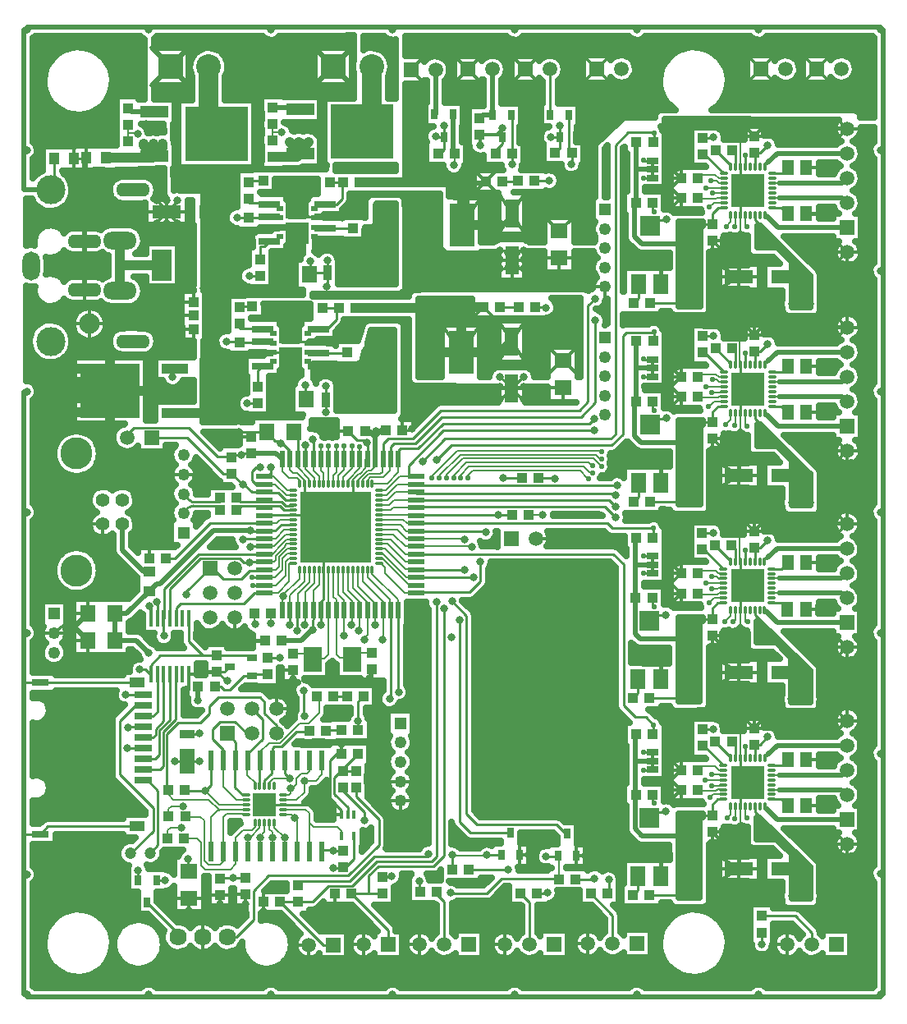
<source format=gbr>
G04 DipTrace 2.4.0.1*
%INTop.gbr*%
%MOIN*%
%ADD14C,0.04*%
%ADD15C,0.01*%
%ADD16C,0.02*%
%ADD17C,0.006*%
%ADD18C,0.005*%
%ADD19C,0.012*%
%ADD20C,0.08*%
%ADD21C,0.008*%
%ADD22C,0.025*%
%ADD23C,0.013*%
%ADD25R,0.0551X0.1181*%
%ADD26R,0.063X0.0709*%
%ADD27R,0.0394X0.0433*%
%ADD28R,0.1181X0.0551*%
%ADD29R,0.0433X0.0394*%
%ADD30R,0.0709X0.063*%
%ADD31O,0.0709X0.1181*%
%ADD33O,0.1378X0.0551*%
%ADD35O,0.1378X0.0709*%
%ADD36C,0.1181*%
%ADD38C,0.0827*%
%ADD40C,0.0559*%
%ADD42C,0.1299*%
%ADD44R,0.0591X0.0591*%
%ADD45C,0.0591*%
%ADD46C,0.0591*%
%ADD47R,0.1X0.1*%
%ADD49C,0.1*%
%ADD50C,0.0705*%
%ADD53R,0.0984X0.063*%
%ADD54R,0.0358X0.063*%
%ADD55R,0.063X0.0984*%
%ADD56R,0.063X0.0358*%
%ADD57R,0.0787X0.1252*%
%ADD58R,0.0394X0.0472*%
%ADD59R,0.0472X0.0394*%
%ADD60R,0.0591X0.0394*%
%ADD61R,0.0709X0.0315*%
%ADD62R,0.061X0.0394*%
%ADD63R,0.0492X0.0492*%
%ADD64C,0.0492*%
%ADD65C,0.0492*%
%ADD66R,0.1024X0.1772*%
%ADD68R,0.0256X0.0413*%
%ADD69R,0.2559X0.2185*%
%ADD70R,0.1122X0.0492*%
%ADD71R,0.0512X0.0591*%
%ADD73R,0.063X0.0787*%
%ADD74R,0.0787X0.0787*%
%ADD75R,0.05X0.025*%
%ADD76C,0.0472*%
%ADD79R,0.0709X0.0197*%
%ADD80R,0.0197X0.0709*%
%ADD81O,0.0335X0.0118*%
%ADD82O,0.0118X0.0335*%
%ADD83R,0.2913X0.2913*%
%ADD84R,0.0965X0.0965*%
%ADD85R,0.0157X0.0354*%
%ADD86R,0.0866X0.0315*%
%ADD87R,0.0256X0.0197*%
%ADD88R,0.0917X0.0886*%
%ADD89R,0.0917X0.0732*%
%ADD90R,0.0413X0.0256*%
%ADD91R,0.0157X0.0709*%
%ADD92O,0.0118X0.0394*%
%ADD93O,0.0394X0.0118*%
%ADD94R,0.1339X0.1339*%
%ADD95R,0.1083X0.0394*%
%ADD96R,0.2421X0.2185*%
%ADD97R,0.0236X0.0787*%
%ADD98R,0.0748X0.1*%
%ADD99C,0.032*%
%ADD101C,0.022*%
%FSLAX44Y44*%
G04*
G70*
G90*
G75*
G01*
%LNTop*%
%LPD*%
X18090Y31650D2*
D14*
X19640D1*
D15*
X20110Y32120D1*
X18090Y31650D2*
D14*
Y33350D1*
D16*
X18970D1*
X19040Y33420D1*
X13929Y33380D2*
D14*
X17970D1*
X18175Y33175D1*
Y31650D1*
X18090D1*
X6985Y15703D2*
D15*
Y14745D1*
X7550Y14180D1*
X8110D1*
X9468D1*
X9550Y14098D1*
X5450Y13420D2*
Y13800D1*
X5830Y14180D1*
X8110D1*
X5130Y10413D2*
X4493D1*
X5000Y13610D2*
X5230D1*
X5460Y13380D1*
Y13430D1*
X5450Y13420D1*
X28710Y32362D2*
X28480D1*
X28253Y32135D1*
Y31717D1*
X28270Y31700D1*
X27600D1*
X27290Y31390D1*
Y30938D1*
X26963D1*
Y28623D1*
X26993Y28653D1*
Y28545D1*
X26928Y28480D1*
X25710D1*
X25150Y32550D2*
D16*
X25080D1*
Y31189D1*
X25383Y30885D1*
X27237D1*
X27290Y30938D1*
X25171Y35010D2*
X25150D1*
Y33910D1*
Y32550D1*
X25830Y33910D2*
X25150D1*
X26953Y28475D2*
D17*
X27673D1*
X27683Y28485D1*
X27313D1*
X28710Y24302D2*
D15*
X28480D1*
X28253Y24075D1*
Y23657D1*
X28270Y23640D1*
X27600D1*
X27290Y23330D1*
Y22878D1*
X26963D1*
Y20563D1*
X26993Y20593D1*
Y20485D1*
X26928Y20420D1*
X25710D1*
X25150Y24490D2*
D16*
X25100D1*
Y23089D1*
X25363Y22825D1*
X27237D1*
X27290Y22878D1*
X25171Y26950D2*
X25143D1*
Y25850D1*
Y24497D1*
X25150Y24490D1*
X25830Y25850D2*
X25143D1*
X26953Y20415D2*
D17*
X27673D1*
X27683Y20425D1*
X27313D1*
X28697Y16321D2*
D15*
X28467D1*
X28240Y16095D1*
Y15676D1*
X28257Y15659D1*
X27587D1*
X27277Y15349D1*
Y14898D1*
X26950D1*
Y12583D1*
X26980Y12613D1*
Y12505D1*
X26915Y12439D1*
X25697D1*
X25137Y16509D2*
D16*
X25120D1*
Y15055D1*
X25330Y14845D1*
X27224D1*
X27277Y14898D1*
X25158Y18969D2*
X25130D1*
Y17869D1*
Y16516D1*
X25817Y17869D2*
X25130D1*
X26940Y12435D2*
D17*
X27660D1*
X27670Y12445D1*
X27300D1*
X28700Y8342D2*
D15*
X28470D1*
X28243Y8115D1*
Y7697D1*
X28260Y7680D1*
X27590D1*
X27280Y7370D1*
Y6918D1*
X26953D1*
Y4603D1*
X26983Y4633D1*
Y4525D1*
X26918Y4460D1*
X25700D1*
X25140Y8530D2*
D16*
X25110D1*
Y7139D1*
X25383Y6865D1*
X27227D1*
X27280Y6918D1*
X25161Y10990D2*
X25133D1*
Y9890D1*
Y8537D1*
X25140Y8530D1*
X25820Y9890D2*
X25133D1*
X26943Y4455D2*
D17*
X27663D1*
X27673Y4465D1*
X27303D1*
X13769Y28290D2*
D14*
X16520D1*
X16790Y28020D1*
Y26480D1*
X18040D1*
X5450Y15703D2*
D15*
Y16100D1*
X5375Y16175D1*
X11420Y4850D2*
Y5010D1*
X13530D1*
X14530Y6010D1*
X16730D1*
Y6130D1*
X14860Y5200D2*
X15225D1*
Y5210D1*
X30255Y2935D2*
X30260D1*
Y2460D1*
X23990Y4510D2*
X24040D1*
Y5080D1*
X21124Y4525D2*
X21530D1*
X21555Y4550D1*
X16400Y4580D2*
X16340D1*
Y5020D1*
X21180Y21390D2*
X21860D1*
Y21360D1*
X6930Y11002D2*
X7410D1*
Y11010D1*
X10675Y14100D2*
X10206D1*
X10190Y14085D1*
X18040Y26480D2*
D14*
Y28100D1*
X18265Y28325D1*
X18956D1*
X18040Y26480D2*
X19655D1*
X20100Y26925D1*
X27673Y4465D2*
D15*
X27303D1*
X26953D1*
X26943Y4455D1*
X26953Y4603D1*
X10779Y22149D2*
D18*
Y21661D1*
X11070Y21370D1*
X11400D1*
X11480Y21290D1*
Y21146D1*
X11486D1*
X13848D2*
Y21278D1*
X14250Y21680D1*
X14400D1*
X14530Y21810D1*
Y22149D1*
X14558D1*
X12273Y17642D2*
Y17043D1*
X12039Y16809D1*
Y16007D1*
X12025Y15225D2*
D15*
X12039Y16007D1*
X12025Y15225D2*
D16*
Y15250D1*
X11550Y14775D1*
X10750D1*
X9525Y22400D2*
X10527D1*
X10779Y22149D1*
X14558D2*
Y23042D1*
X14310Y23290D1*
X14140D1*
X14558Y22149D2*
Y23078D1*
X14790Y23310D1*
X15000D1*
X14575Y23275D2*
X14558Y23042D1*
X19740Y21390D2*
D15*
X20511D1*
X20794Y19875D2*
D17*
X21350D1*
X9656Y15900D2*
Y15469D1*
X9675Y15450D1*
X8725Y22225D2*
D15*
X8800D1*
X8900Y22325D1*
X9125D1*
X9525Y22400D2*
X9200D1*
X9125Y22325D1*
X4480Y23020D2*
Y23150D1*
X4750Y23420D1*
X6980D1*
X8150Y22250D1*
X8700D1*
X8725Y22225D1*
X9321Y8123D2*
D17*
X8237D1*
X7700Y8660D1*
X6809D1*
Y8720D1*
D15*
Y8690D1*
X7720D1*
X7710Y8700D1*
X7670D1*
X7420Y9880D2*
X6940D1*
X6930Y9890D1*
X4930Y5460D2*
Y5053D1*
X4927Y5050D1*
X6970Y5920D2*
Y5450D1*
X6995Y5425D1*
X8790Y5140D2*
X8263D1*
X8250Y5127D1*
X6430Y9880D2*
X6930D1*
X14110Y7490D2*
Y7810D1*
X13240Y8680D1*
Y8831D1*
X13860Y11520D2*
Y12311D1*
X14079Y12530D1*
X13859Y11150D2*
Y12310D1*
X13700Y6854D2*
Y5910D1*
X13370Y5580D1*
X13240D1*
X12870Y5560D2*
X13220D1*
X13240Y5580D1*
X6330Y25480D2*
D16*
Y25825D1*
X6430D1*
X18369Y5480D2*
D15*
X19960D1*
X22694Y5100D2*
X23430D1*
X23460Y5130D1*
X7890Y9911D2*
Y8920D1*
X7670Y8700D1*
X8790Y5140D2*
X9288D1*
X9300Y5152D1*
X4193Y31024D2*
D14*
Y30019D1*
Y28976D1*
Y30019D2*
X5889D1*
X5900Y30030D1*
X29990Y32067D2*
D15*
Y31850D1*
X31430Y30410D1*
Y29750D1*
X31220Y29540D1*
X29990Y34035D2*
Y34551D1*
X29960Y34581D1*
X27850Y35200D2*
X28290D1*
Y35210D1*
X29960Y34581D2*
X30191D1*
X30500Y34890D1*
X31483Y28445D2*
D17*
X32203D1*
X32213Y28455D1*
X31843D1*
X29990Y24007D2*
D15*
Y23790D1*
X31430Y22350D1*
Y21690D1*
X31220Y21480D1*
X29990Y25975D2*
Y26491D1*
X29960Y26521D1*
X27850Y27140D2*
X28290D1*
Y27150D1*
X29960Y26521D2*
X30191D1*
X30500Y26830D1*
X31483Y20385D2*
D17*
X32203D1*
X32213Y20395D1*
X31843D1*
X29977Y16026D2*
D15*
Y15810D1*
X31417Y14369D1*
Y13709D1*
X31207Y13499D1*
X29977Y17995D2*
Y18510D1*
X29947Y18540D1*
X27837Y19159D2*
X28277D1*
Y19169D1*
X29947Y18540D2*
X30178D1*
X30487Y18849D1*
X31470Y12405D2*
D17*
X32190D1*
X32200Y12415D1*
X31830D1*
X29980Y8047D2*
D15*
Y7830D1*
X31420Y6390D1*
Y5730D1*
X31210Y5520D1*
X29980Y10015D2*
Y10531D1*
X29950Y10561D1*
X27840Y11180D2*
X28280D1*
Y11190D1*
X29950Y10561D2*
X30181D1*
X30490Y10870D1*
X31473Y4425D2*
D17*
X32193D1*
X32203Y4435D1*
X31833D1*
X7869Y30030D2*
D15*
Y28549D1*
X7850Y28530D1*
Y27970D1*
Y27430D1*
X7860Y27420D1*
X7869Y30030D2*
Y31131D1*
Y32079D1*
X7980Y32190D1*
X9430Y31271D2*
X8030D1*
Y31131D1*
X7869D1*
X9430Y31271D2*
D16*
X9641D1*
X9820Y31450D1*
X10200D1*
X10270Y31520D1*
D15*
X11187D1*
X11400Y31307D1*
X10790Y29650D2*
Y30300D1*
X11150Y30660D1*
Y31057D1*
X11400Y31307D1*
X10270Y31520D2*
X10658D1*
X10701Y31563D1*
X8030Y31010D2*
Y31131D1*
X7869Y30030D2*
Y30849D1*
X8030Y31010D1*
X7610D1*
X7869Y30030D2*
X8000D1*
X8500Y30530D1*
Y30010D1*
Y29480D1*
X7869Y30030D2*
Y29271D1*
X8060Y29080D1*
X7610D1*
X7590Y29100D1*
X9990Y26450D2*
X10378D1*
X10421Y26493D1*
X10864D1*
X11120Y26237D1*
X9040Y26231D2*
X9241D1*
X9440Y26430D1*
X9970D1*
X9990Y26450D1*
X6430Y24030D2*
D14*
X8440D1*
X8610Y24200D1*
Y25801D1*
X9040Y26231D1*
X20125Y19875D2*
D15*
X19560D1*
X16222D1*
X16212Y19865D1*
X14714Y19886D2*
D17*
X16191D1*
X16212Y19865D1*
X19560Y19870D2*
D15*
Y19875D1*
X11724Y22149D2*
D18*
Y21746D1*
X12080Y21390D1*
Y21142D1*
X12076Y21146D1*
X11420Y4181D2*
D15*
X11301D1*
X11290Y4170D1*
X10700D1*
X11724Y22149D2*
Y22724D1*
X11725Y22725D1*
X12860Y2430D2*
X12440D1*
X10700Y4170D1*
X11420Y4181D2*
X12011D1*
X12660Y4830D1*
X13630D1*
X14620Y5820D1*
X16850D1*
X17040Y6010D1*
Y16340D1*
X13780Y9500D2*
Y9485D1*
X13154D1*
X13849Y10180D1*
X13444Y7720D2*
Y8006D1*
X12890Y8560D1*
Y9221D1*
X13849Y10180D1*
X13780Y9500D2*
X13240D1*
X8550Y2750D2*
X8930D1*
X9620Y3440D1*
Y4630D1*
X10230Y5240D1*
X13470D1*
X14710Y6480D1*
Y7510D1*
X13780Y8440D1*
Y8831D1*
X10817Y7926D2*
D17*
X11734D1*
X11890Y7770D1*
Y7380D1*
X12050Y7220D1*
X13020D1*
X13188Y7052D1*
Y6854D1*
X11890Y6210D2*
Y7380D1*
X10817Y7926D2*
D15*
D3*
X1522Y34350D2*
Y33215D1*
X1378Y33071D1*
X410Y39590D2*
D16*
Y39700D1*
X5360D1*
X10320D1*
X15260D1*
X20220D1*
X25190D1*
X30140D1*
X35090D1*
Y39590D1*
X35200D1*
Y34660D1*
Y29790D1*
Y24840D1*
Y20010D1*
Y15090D1*
Y10370D1*
Y5310D1*
Y410D1*
X35090D1*
Y310D1*
X30130D1*
X25170D1*
X20230D1*
X15270D1*
X10330D1*
X5360D1*
X410D1*
Y410D1*
X1378Y33071D2*
X300D1*
Y34690D1*
Y39590D1*
X410D1*
Y24900D2*
X300D1*
Y20000D1*
Y15070D1*
Y13071D1*
Y6929D1*
Y5300D1*
Y410D1*
X410D1*
Y15100D2*
D15*
Y15180D1*
X300Y15070D1*
X410Y20000D2*
D16*
X300D1*
X410Y5300D2*
X300D1*
X410Y34690D2*
X300D1*
X35090D2*
D15*
X35200Y34660D1*
X35090Y29790D2*
X35200D1*
X35090Y24900D2*
X35200Y24840D1*
X35090Y20000D2*
X35200Y20010D1*
X35090Y15100D2*
X35200Y15090D1*
X35090Y5310D2*
X35200D1*
X35090Y10200D2*
Y10260D1*
X35200Y10370D1*
X5360Y39590D2*
D16*
Y39700D1*
X10320Y39590D2*
Y39700D1*
X15270Y39590D2*
X15260Y39700D1*
X20230Y39590D2*
X20220Y39700D1*
X25180Y39590D2*
X25190Y39700D1*
X30130Y39590D2*
X30140Y39700D1*
X5360Y410D2*
Y310D1*
X10320Y410D2*
X10330Y310D1*
X15270Y410D2*
Y310D1*
X20230Y410D2*
Y310D1*
X25180Y410D2*
X25170Y310D1*
X30130Y410D2*
Y310D1*
X4894Y13071D2*
D15*
X957D1*
X4894Y7244D2*
X1272D1*
X957Y6929D1*
X300D1*
X957Y13071D2*
X300D1*
X8920Y20100D2*
X8950D1*
X9110Y20260D1*
X10070D1*
Y20180D1*
X11210Y20083D2*
Y20100D1*
X10850D1*
X10690Y20260D1*
X9990D1*
X9910Y20180D1*
X10070D1*
X8251Y20100D2*
Y20260D1*
X7170D1*
G03X6775Y19947I66J-489D01*
G01*
X8920Y20570D2*
X9080Y20410D1*
X9780D1*
X9850Y20480D1*
X10090D1*
X10105Y20495D1*
X10070D1*
X11210Y20279D2*
Y20250D1*
X10920D1*
X10760Y20410D1*
X9760D1*
Y20495D1*
X10070D1*
X8251Y20570D2*
Y20410D1*
X7120D1*
G02X6775Y20735I466J841D01*
G01*
X14714Y20083D2*
D18*
X15183D1*
X15280Y20180D1*
X16212D1*
X29586Y8047D2*
D17*
Y7580D1*
X29670D1*
X16212Y20180D2*
D15*
Y20220D1*
X23880D1*
X24325Y19775D1*
X14714Y18901D2*
D18*
X15179D1*
X15790Y18290D1*
X16212D1*
X29586Y10015D2*
D15*
Y10466D1*
X29590Y10470D1*
X25863Y11365D2*
Y11023D1*
X25830Y10990D1*
X16212Y18290D2*
X24235D1*
X24650Y17875D1*
Y12150D1*
X25125Y11675D1*
X25554D1*
X25863Y11365D1*
X28225Y9350D2*
D17*
X28700D1*
Y9326D1*
X25820Y10240D2*
D15*
X25459D1*
X25443Y10255D1*
X27950Y9125D2*
D17*
X28700D1*
Y9129D1*
X25443Y9535D2*
D15*
X25815D1*
X25820Y9540D1*
X30669Y8736D2*
D17*
X30950D1*
D16*
X33504D1*
X33710Y8530D1*
Y7530D2*
X30900D1*
X30430Y8000D1*
D17*
X30373Y8047D1*
X30669Y9326D2*
X30960D1*
D16*
X33506D1*
X33710Y9530D1*
Y10530D2*
X30880D1*
X30480Y10160D1*
D17*
X30373Y10015D1*
X29192Y8047D2*
Y7592D1*
X29160Y7560D1*
X25697Y7592D2*
D15*
Y7835D1*
X26370D1*
Y7850D1*
X28700Y8736D2*
D17*
Y8750D1*
X28475D1*
X28400Y8675D1*
X27704D1*
X27659Y8720D1*
X30669Y8342D2*
D15*
X31050D1*
X31306Y8086D1*
X30669Y9720D2*
X31070D1*
X31310Y9960D1*
X28700Y8539D2*
D17*
X28289D1*
X28170Y8420D1*
X28225Y8900D2*
X28700D1*
Y8933D1*
X25883Y8175D2*
D15*
X25809D1*
Y8530D1*
X14714Y20279D2*
D18*
X15109D1*
X15330Y20500D1*
X16207D1*
X16212Y20495D1*
X28995Y8047D2*
D17*
Y7735D1*
X28840Y7580D1*
X16212Y20495D2*
D15*
X24055D1*
X24325Y20225D1*
X11879Y17642D2*
D18*
Y17159D1*
X11409Y16689D1*
Y16007D1*
X11390Y15200D2*
D15*
Y15988D1*
X11409Y16007D1*
X28700Y9720D2*
X27909Y10511D1*
X27840D1*
X28700Y9523D2*
D17*
X28527D1*
X28350Y9700D1*
X27820D1*
X27650Y9530D1*
X12039Y22149D2*
D18*
Y21691D1*
X12273Y21457D1*
Y21146D1*
X13605Y4510D2*
D15*
X14839D1*
X14860Y4531D1*
X12039Y22149D2*
Y22936D1*
X12025Y22950D1*
X15090Y2440D2*
Y3025D1*
X13605Y4510D1*
X14860Y4531D2*
X14300D1*
Y5240D1*
X14680Y5620D1*
X16920D1*
X17350Y6050D1*
Y16080D1*
X14873Y16007D2*
D18*
Y16357D1*
X14040Y17190D1*
Y17637D1*
X14045Y17642D1*
X10462Y7375D2*
D17*
Y7198D1*
X10880Y6780D1*
X14873Y16007D2*
Y14830D1*
X14850D1*
X10880Y6780D2*
Y6220D1*
X10890Y6210D1*
X11210Y19886D2*
D15*
X10070D1*
Y19865D1*
X11094Y22149D2*
D17*
X11100D1*
Y21720D1*
X11220Y21600D1*
X11380D1*
X11682Y21298D1*
Y21146D1*
X14243Y22149D2*
X14170D1*
Y21780D1*
X13940Y21550D1*
X13900D1*
X13660Y21310D1*
Y21137D1*
X13651Y21146D1*
X6985Y13420D2*
D15*
X7460D1*
X7510Y13470D1*
X8069D1*
X8110Y13511D1*
X8431D1*
X8644Y13724D1*
X12470Y17642D2*
Y16470D1*
X12340Y16340D1*
Y16007D1*
X12353D1*
X12470Y17642D2*
Y18901D1*
X12962Y19394D1*
X11210Y19886D2*
X12470D1*
X12962Y19394D1*
X11682Y21146D2*
Y20673D1*
X12173Y20183D1*
X12962Y19394D1*
X13651Y21146D2*
Y20083D1*
X12962Y19394D1*
X29399Y32067D2*
D17*
Y29609D1*
D15*
X29330Y29540D1*
X32630Y33980D2*
X32068D1*
X32620Y32100D2*
X32064D1*
Y32106D1*
X29399Y34035D2*
D17*
X29380D1*
Y35310D1*
D15*
X29400Y35330D1*
X29210Y33520D2*
Y33070D1*
X29230Y33050D1*
Y32620D1*
X29220Y32610D1*
X29680D1*
X30120D1*
X30150Y32580D1*
Y33030D1*
X30170Y33050D1*
Y33510D1*
X29700D1*
X29690Y33520D1*
X29220Y32610D2*
X29690Y33080D1*
X29399Y32067D2*
Y32756D1*
X29694Y33051D1*
X29399Y34035D2*
Y33371D1*
X29690Y33080D1*
X29399Y34035D2*
Y33346D1*
X29694Y33051D1*
X10817Y8123D2*
X12947D1*
X13188Y7882D1*
Y7720D1*
X32040Y35620D2*
X33659D1*
X33723Y35555D1*
X33133Y30735D2*
Y30355D1*
X33123Y30345D1*
Y29955D1*
X33113Y29945D1*
X32733Y30735D2*
Y30355D1*
X32723Y30345D1*
Y29955D1*
X32713Y29945D1*
X32883Y29435D2*
X33743D1*
X33753Y29445D1*
X33333D1*
X32863Y29005D2*
X33723D1*
X33733Y29015D1*
X33313D1*
X26193Y29955D2*
Y29273D1*
X26170Y29250D1*
X29399Y24007D2*
D17*
Y21549D1*
D15*
X29330Y21480D1*
X32630Y25920D2*
X32068D1*
X32620Y24040D2*
X32064D1*
Y24046D1*
X29399Y25975D2*
D17*
X29370D1*
Y27240D1*
D15*
X29400Y27270D1*
X29210Y25460D2*
Y25010D1*
X29230Y24990D1*
Y24560D1*
X29220Y24550D1*
X29680D1*
X30120D1*
X30150Y24520D1*
Y24970D1*
X30170Y24990D1*
Y25450D1*
X29700D1*
X29690Y25460D1*
X29220Y24550D2*
X29690Y25020D1*
X29399Y24007D2*
Y24696D1*
X29694Y24991D1*
X29399Y25975D2*
Y25311D1*
X29690Y25020D1*
X29399Y25975D2*
Y25286D1*
X29694Y24991D1*
X32040Y27560D2*
X33659D1*
X33723Y27495D1*
X33133Y22675D2*
Y22295D1*
X33123Y22285D1*
Y21895D1*
X33113Y21885D1*
X32733Y22675D2*
Y22295D1*
X32723Y22285D1*
Y21895D1*
X32713Y21885D1*
X32883Y21375D2*
X33743D1*
X33753Y21385D1*
X33333D1*
X32863Y20945D2*
X33723D1*
X33733Y20955D1*
X33313D1*
X26193Y21895D2*
Y21213D1*
X26170Y21190D1*
X29386Y16026D2*
D17*
Y13568D1*
D15*
X29317Y13499D1*
X32617Y17939D2*
X32055D1*
X32607Y16059D2*
X32051D1*
Y16065D1*
X29386Y17995D2*
D17*
X29360D1*
Y19262D1*
D15*
X29387Y19289D1*
X29197Y17479D2*
Y17029D1*
X29217Y17009D1*
Y16579D1*
X29207Y16569D1*
X29667D1*
X30107D1*
X30137Y16539D1*
Y16989D1*
X30157Y17009D1*
Y17469D1*
X29687D1*
X29677Y17479D1*
X29207Y16569D2*
X29677Y17039D1*
X29386Y16026D2*
Y16715D1*
X29681Y17010D1*
X29386Y17995D2*
Y17330D1*
X29677Y17039D1*
X29386Y17995D2*
Y17306D1*
X29681Y17010D1*
X32027Y19579D2*
X33646D1*
X33710Y19515D1*
X33120Y14695D2*
Y14315D1*
X33110Y14305D1*
Y13915D1*
X33100Y13905D1*
X32720Y14695D2*
Y14315D1*
X32710Y14305D1*
Y13915D1*
X32700Y13905D1*
X32870Y13395D2*
X33730D1*
X33740Y13405D1*
X33320D1*
X32850Y12965D2*
X33710D1*
X33720Y12975D1*
X33300D1*
X26180Y13915D2*
Y13233D1*
X26157Y13209D1*
X29389Y8047D2*
D17*
Y5589D1*
D15*
X29320Y5520D1*
X32620Y9960D2*
X32058D1*
X32610Y8080D2*
X32054D1*
Y8086D1*
X29389Y10015D2*
D17*
X29380D1*
Y11300D1*
D15*
X29390Y11310D1*
X29200Y9500D2*
Y9050D1*
X29220Y9030D1*
Y8600D1*
X29210Y8590D1*
X29670D1*
X30110D1*
X30140Y8560D1*
Y9010D1*
X30160Y9030D1*
Y9490D1*
X29690D1*
X29680Y9500D1*
X29210Y8590D2*
X29680Y9060D1*
X29389Y8047D2*
Y8736D1*
X29684Y9031D1*
X29389Y10015D2*
Y9351D1*
X29680Y9060D1*
X29389Y10015D2*
Y9326D1*
X29684Y9031D1*
X32030Y11600D2*
X33649D1*
X33713Y11535D1*
X33123Y6715D2*
Y6335D1*
X33113Y6325D1*
Y5935D1*
X33103Y5925D1*
X32723Y6715D2*
Y6335D1*
X32713Y6325D1*
Y5935D1*
X32703Y5925D1*
X32873Y5415D2*
X33733D1*
X33743Y5425D1*
X33323D1*
X32853Y4985D2*
X33713D1*
X33723Y4995D1*
X33303D1*
X26183Y5935D2*
Y5253D1*
X26160Y5230D1*
X17346Y35234D2*
Y34716D1*
X17190Y34560D1*
X17120D1*
X13188Y7892D2*
X12730Y8350D1*
Y9930D1*
X13000Y10200D1*
X13160D1*
X13180Y10180D1*
X10690Y33460D2*
X11400D1*
Y33440D1*
X11980D1*
X12040Y33380D1*
X11400Y33440D2*
Y32870D1*
X11420D1*
Y32294D1*
X11400Y32274D1*
X12530Y31980D2*
X11850D1*
X11556Y32274D1*
X11400D1*
X12611Y29720D2*
X11962D1*
X11892Y29650D1*
X12530Y31980D2*
X12142D1*
X12099Y31937D1*
X9892Y29600D2*
X9440D1*
Y29580D1*
X12610Y30210D2*
Y29721D1*
X12611Y29720D1*
X11930Y30190D2*
Y29688D1*
X11892Y29650D1*
X12530Y31980D2*
X13180D1*
X13210Y31950D1*
X12611Y29720D2*
Y29150D1*
X12600D1*
X11410Y32870D2*
X10840D1*
X10760Y32950D1*
X10870D1*
X10940Y32880D1*
X11410Y32870D2*
X11880D1*
X11900Y32850D1*
X2309Y34350D2*
X2802D1*
X2822Y34370D1*
X2756Y30984D2*
D16*
Y34304D1*
X2822Y34370D1*
X2756Y30984D2*
Y29016D1*
X11120Y27204D2*
D15*
Y27470D1*
X10730Y27860D1*
X11120Y27204D2*
Y27850D1*
X11130Y27860D1*
X11120Y27204D2*
Y27430D1*
X11540Y27850D1*
X12250Y26910D2*
X12780D1*
X12870Y27000D1*
X12250Y26910D2*
X11862D1*
X11819Y26867D1*
X12250Y26910D2*
X11413D1*
X11120Y27204D1*
X9805Y24425D2*
X9385D1*
X9370Y24410D1*
X11770Y24570D2*
X11720D1*
Y25160D1*
X12540Y24562D2*
Y25100D1*
X12550Y25110D1*
X12540Y24562D2*
Y24030D1*
X12550Y24040D1*
X19440Y34540D2*
Y34700D1*
X19706Y34966D1*
Y35204D1*
X17346Y35234D2*
Y35684D1*
X17340Y35690D1*
X18805Y35330D2*
Y34895D1*
X18810Y34890D1*
Y35360D1*
X19480D1*
X19720Y35600D1*
X19706Y35204D2*
Y35330D1*
X18805D1*
X22046Y35224D2*
Y34746D1*
X21870Y34570D1*
X17010Y35250D2*
X17110D1*
X17126Y35234D1*
X17346D1*
X22046Y35224D2*
Y35664D1*
X22040Y35670D1*
X22046Y35224D2*
X21706D1*
X21700Y35230D1*
X19625Y30625D2*
X19825D1*
Y30515D1*
X20110Y30230D1*
X19625Y30250D2*
X20090D1*
X20110Y30230D1*
X19625Y29875D2*
X19825D1*
Y29945D1*
X20110Y30230D1*
X20575Y29875D2*
X20400D1*
Y29940D1*
X20110Y30230D1*
X20575Y30250D2*
X20130D1*
X20110Y30230D1*
X20575Y30625D2*
X20400D1*
Y30520D1*
X20110Y30230D1*
X22030Y30308D2*
X20633D1*
X20575Y30250D1*
X21019Y33440D2*
X21615D1*
X21625Y33450D1*
X12350Y15425D2*
Y16003D1*
X11225Y13581D2*
Y13220D1*
X11230D1*
X14425Y13631D2*
Y13260D1*
X14330D1*
X8540Y13150D2*
X8500D1*
X8139Y13511D1*
X8110D1*
X19625Y24600D2*
X19665D1*
X20100Y25035D1*
X20600Y24600D2*
X20535D1*
X20100Y25035D1*
X20600Y25075D2*
X20140D1*
X20100Y25035D1*
X20600Y25475D2*
X20540D1*
X20100Y25035D1*
X19625Y25075D2*
X20060D1*
X20100Y25035D1*
X19625Y25475D2*
X19660D1*
X20100Y25035D1*
X22175Y25048D2*
X20112D1*
X20100Y25035D1*
X21050Y28325D2*
X21475D1*
X21500Y28300D1*
X10069Y8123D2*
X10817D1*
X11094Y22149D2*
Y22481D1*
X10762Y22812D1*
X10675Y22900D1*
X10498D1*
X10148Y23250D1*
X10725Y22775D2*
X10762Y22812D1*
X14243Y22149D2*
Y22807D1*
X14220Y22830D1*
X13471Y23290D2*
X13831Y22930D1*
X14220D1*
Y22830D1*
X15669Y23310D2*
X16000D1*
X16070Y23380D1*
X9525Y23069D2*
X9556D1*
X9375Y23250D1*
X9025D1*
X10148D2*
X9025D1*
X13180Y10180D2*
Y10570D1*
X13200Y10590D1*
X13240Y6249D2*
X12861D1*
X12850Y6260D1*
X12936Y4510D2*
Y4071D1*
X12925Y4060D1*
X10031Y4170D2*
Y3801D1*
X10030Y3800D1*
X5401Y18110D2*
Y18471D1*
X5640Y18710D1*
X2325Y15350D2*
D16*
X2348D1*
X2873Y15875D1*
X2325Y15350D2*
X2875Y14800D1*
X2873D1*
X20423Y6075D2*
D17*
X20775D1*
Y6070D1*
X22723Y6050D2*
X23100D1*
X6995Y4323D2*
D15*
Y3830D1*
X6990Y3825D1*
X8250Y4458D2*
X8255Y4075D1*
X9300Y4483D2*
Y4100D1*
X9575Y14750D2*
X10056D1*
X10081Y14775D1*
X7181Y28530D2*
X6695D1*
X6675Y28550D1*
X7181Y27970D2*
X6705D1*
X6700Y27975D1*
X7191Y27420D2*
X6705D1*
X6700Y27425D1*
X6090Y32190D2*
Y32260D1*
X5700Y32650D1*
X6100D2*
Y32200D1*
X6090Y32190D1*
X6525Y32650D2*
Y32625D1*
X6090Y32190D1*
X6525Y31725D2*
Y31755D1*
X6090Y32190D1*
X6075Y31725D2*
Y32175D1*
X6090Y32190D1*
X5675Y31725D2*
Y31775D1*
X6090Y32190D1*
X12960Y19400D2*
X12962Y19394D1*
X11910Y20430D2*
X12157Y20183D1*
X12173D1*
X2370Y25820D2*
D14*
X2900D1*
X3792Y24928D1*
X2370Y25280D2*
X3440D1*
X3792Y24928D1*
X2370Y24610D2*
X3475D1*
X3792Y24928D1*
X2370Y24040D2*
X2905D1*
X3792Y24928D1*
X1858D1*
X1820Y24890D1*
X3792Y24928D2*
Y26418D1*
X3760Y26450D1*
X3792Y24928D2*
Y23412D1*
Y24928D2*
X5678D1*
X2325Y15350D2*
D15*
X1789D1*
X1520Y15081D1*
X12390Y6210D2*
Y6270D1*
X12860D1*
X5130Y11280D2*
X4540D1*
X4520Y11260D1*
X14714Y19098D2*
D18*
X15302D1*
X15795Y18605D1*
X16212D1*
X10400Y35740D2*
D17*
Y35412D1*
Y35079D1*
Y35412D2*
X10768D1*
X10770Y35410D1*
X16212Y18605D2*
X18445D1*
X18475Y18575D1*
X14714Y19295D2*
D18*
X15445D1*
X15820Y18920D1*
X16212D1*
X4510Y35720D2*
D17*
Y35373D1*
Y35039D1*
Y35373D2*
X4877D1*
X4910Y35340D1*
X16212Y18920D2*
X18155D1*
X18175Y18900D1*
X10069Y8871D2*
D15*
Y9109D1*
X10360Y9400D1*
Y9881D1*
X10390Y9911D1*
Y10420D1*
X10450Y10480D1*
X10760D1*
X11370Y11090D1*
X11840D1*
X11880Y11130D1*
X9872Y8871D2*
D17*
Y10252D1*
X10240Y10620D1*
X10700D1*
X11490Y11410D1*
X11860D1*
X12300Y11850D1*
Y12520D1*
X12190D1*
X9872Y8871D2*
D15*
Y9893D1*
X9890Y9911D1*
X14714Y17917D2*
D18*
X14793D1*
X14950Y17760D1*
Y17530D1*
X15770Y16710D1*
X16206D1*
X16212Y16716D1*
X17720Y36140D2*
D16*
Y34560D1*
X17789D1*
D17*
Y34119D1*
X17750Y34080D1*
X16212Y16716D2*
D15*
Y16750D1*
X18400D1*
X18830Y17180D1*
Y17975D1*
X10266Y8871D2*
D17*
Y9016D1*
X10430Y9180D1*
X11100D1*
X6020Y5050D2*
D15*
X5675D1*
X11100Y9180D2*
X11090D1*
X10880Y9390D1*
Y9901D1*
X10890Y9911D1*
X11210Y18508D2*
D18*
X10978D1*
X10640Y18170D1*
Y17770D1*
X10530Y17660D1*
X10070D1*
X5706Y15703D2*
D15*
Y16354D1*
X5700Y16360D1*
X6900Y16650D2*
Y16770D1*
X7840Y17710D1*
X7960D1*
X8400Y17270D1*
X9120D1*
X9470Y17620D1*
X10030D1*
X10070Y17660D1*
X9321Y8517D2*
X9173D1*
X8860Y8830D1*
Y9881D1*
X8890Y9911D1*
Y10660D1*
X8540Y11010D1*
X11210Y18705D2*
D18*
X10965D1*
X10880Y18620D1*
Y18590D1*
X10520Y18230D1*
Y18060D1*
X10440Y17980D1*
X10075D1*
X10070Y17975D1*
X6218Y15703D2*
D15*
Y16888D1*
X7450Y18120D1*
X9060D1*
X9230Y17950D1*
X9460D1*
Y17975D1*
X10070D1*
X13410Y12530D2*
X12859D1*
Y12520D1*
X12409Y28290D2*
X13100D1*
X12250Y27430D2*
X12600D1*
X12980Y27810D1*
Y28170D1*
X13100Y28290D1*
X12250Y27430D2*
X12008D1*
X11819Y27241D1*
X25245Y21190D2*
Y20624D1*
X25041Y20420D1*
X13190Y11150D2*
X12549D1*
Y11130D1*
X4285Y19508D2*
D16*
Y18465D1*
X5172Y17578D1*
X5380D1*
X25245Y29250D2*
D15*
Y28684D1*
X25041Y28480D1*
X12530Y32500D2*
X13000D1*
X13210Y32710D1*
Y33330D1*
X13260Y33380D1*
X12709D2*
X13260D1*
X12530Y32500D2*
X12288D1*
X12099Y32311D1*
X12530Y31520D2*
X13672D1*
X12530D2*
X12142D1*
X12099Y31563D1*
X9892Y30269D2*
Y30800D1*
X10070D1*
X10270Y31000D1*
X10512D1*
X10701Y31189D1*
X9430Y32721D2*
Y32540D1*
X10230D1*
X10270Y32500D1*
X10512D1*
X10701Y32311D1*
X9430Y33390D2*
X9520D1*
X9590Y33460D1*
X10021D1*
X30679Y33740D2*
X31080D1*
X31320Y33980D1*
X12530Y31000D2*
X13523D1*
X13672Y30851D1*
Y30950D1*
X14240D1*
X14940Y31650D1*
X13672Y30851D2*
Y29770D1*
X13722Y29720D1*
X12530Y31000D2*
X12288D1*
X12099Y31189D1*
X25232Y13209D2*
Y12643D1*
X25028Y12439D1*
X29202Y25975D2*
Y26488D1*
X29050Y26640D1*
X29005Y25975D2*
Y26015D1*
X28381Y26640D1*
X29189Y17995D2*
Y18507D1*
X29037Y18659D1*
X28993Y17995D2*
Y18035D1*
X28368Y18659D1*
X25235Y5230D2*
Y4664D1*
X25031Y4460D1*
X20381Y28325D2*
X19625D1*
X19709Y33420D2*
X20330D1*
X20350Y33440D1*
X29192Y10015D2*
Y10528D1*
X29040Y10680D1*
X28995Y10015D2*
Y10055D1*
X28371Y10680D1*
X16972Y36140D2*
D16*
X17010D1*
Y37950D1*
X21672Y36130D2*
D15*
Y37948D1*
X21650Y37970D1*
X7800Y38080D2*
D20*
Y35660D1*
X8110Y35350D1*
X14410Y38080D2*
Y35820D1*
X14030Y35440D1*
X5590Y36248D2*
D16*
X4652D1*
X4510Y36389D1*
X32290Y2450D2*
D15*
X32300D1*
Y2930D1*
X31625Y3605D1*
X30255D1*
X24200Y2480D2*
Y3631D1*
X23321Y4510D1*
X20830Y2450D2*
Y4150D1*
X20455Y4525D1*
X17370Y2450D2*
Y4180D1*
X16970Y4580D1*
X17069D1*
X12250Y26450D2*
X13380D1*
X13415Y26485D1*
X12250Y26450D2*
X11862D1*
X11819Y26493D1*
X9990Y25930D2*
X10232D1*
X10421Y26119D1*
X9805Y25095D2*
Y25745D1*
X9990Y25930D1*
X9050Y27641D2*
Y27460D1*
X9960D1*
X9990Y27430D1*
X10232D1*
X10421Y27241D1*
X9050Y28310D2*
X9140D1*
X9190Y28360D1*
X9541D1*
X9561Y28340D1*
X10190Y13415D2*
X9615D1*
X9550Y13350D1*
X9230D1*
X8670Y12790D1*
X8420D1*
X8300Y12910D1*
X8040D1*
X10400Y36409D2*
D16*
X11439D1*
X11510Y36338D1*
X19320Y37970D2*
Y36122D1*
X19332Y36110D1*
X18916D1*
X18805Y36000D1*
X11210Y19689D2*
D21*
X10699D1*
X10560Y19550D1*
X10070D1*
X6070Y18110D2*
D15*
X6420D1*
X7860Y19550D1*
X10070D1*
X11409Y22149D2*
D18*
Y21821D1*
X11870Y21360D1*
Y21155D1*
X11879Y21146D1*
X11409Y22149D2*
D15*
Y23091D1*
X11250Y23250D1*
X5130Y12146D2*
X4806D1*
X4190Y11530D1*
Y9350D1*
X5540Y8000D1*
Y7060D1*
X4630Y6150D1*
X5130Y9114D2*
X5316D1*
X5730Y8700D1*
Y6470D1*
X5420Y6160D1*
X9321Y7729D2*
D17*
X9189D1*
X9200Y7740D1*
X8520D1*
X8390Y7610D1*
Y6210D1*
Y5820D1*
X8240Y5670D1*
X7780D1*
X7610Y5840D1*
Y7470D1*
X7450Y7630D1*
X6850D1*
X6840Y7640D1*
X9675Y7375D2*
Y7205D1*
X9550Y7080D1*
X9190D1*
X8880Y6770D1*
Y6220D1*
X8890Y6210D1*
Y5710D1*
X8680Y5500D1*
X7640D1*
X7490Y5650D1*
Y6580D1*
X7320Y6750D1*
X6790D1*
X14438Y17642D2*
D18*
Y17482D1*
X15480Y16440D1*
Y16030D1*
X15503Y16007D1*
X10817Y8517D2*
D17*
X11067D1*
X11125Y8575D1*
X11130D1*
Y8780D1*
X15503Y16007D2*
D15*
Y12707D1*
X15510Y12700D1*
X11130Y8780D2*
D17*
X11190D1*
X11370Y8960D1*
Y9180D1*
X11570Y9380D1*
X11780D1*
X11880Y9480D1*
Y9901D1*
X11890Y9911D1*
X14241Y17642D2*
D18*
Y17359D1*
X15160Y16440D1*
Y16035D1*
X15188Y16007D1*
X10817Y7729D2*
D17*
X11146D1*
X11275Y7600D1*
X15140Y12410D2*
D15*
X15188D1*
Y16007D1*
X11390Y6210D2*
D17*
Y7485D1*
X11275Y7600D1*
X11210Y18311D2*
X10986D1*
X10790Y18115D1*
Y17665D1*
X10475Y17350D1*
X10074D1*
X10070Y17346D1*
D15*
X9574D1*
X9560Y17360D1*
X10070Y17031D2*
X9601D1*
X9600Y17030D1*
X11210Y18114D2*
D17*
X11054D1*
X10920Y17980D1*
Y17420D1*
X10530Y17030D1*
X10071D1*
X10070Y17031D1*
X14714Y18705D2*
D18*
X15065D1*
X15800Y17970D1*
X16206D1*
X16212Y17975D1*
X14714Y18114D2*
X14846D1*
X15890Y17070D1*
X16172D1*
X16212Y17031D1*
X12353Y22149D2*
D17*
Y21687D1*
X12450Y21590D1*
Y21165D1*
X12470Y21146D1*
X12353Y22149D2*
Y22670D1*
X12350D1*
X18320Y21400D2*
Y21480D1*
X18520Y21680D1*
X22880D1*
X23160Y21400D1*
X23220Y21340D1*
X12668Y22149D2*
X12667Y21146D1*
X12668Y22149D2*
Y22678D1*
X12670Y22680D1*
X18020Y21400D2*
Y21500D1*
X18360Y21840D1*
X23020D1*
X23250Y21610D1*
X23360D1*
X23380Y21590D1*
X12983Y22149D2*
Y21623D1*
X12860Y21500D1*
Y21149D1*
X12864Y21146D1*
X12983Y22149D2*
Y22667D1*
X12980Y22670D1*
X17740Y21400D2*
Y21490D1*
X18260Y22010D1*
X23230D1*
X23370Y21870D1*
X23400D1*
X23390Y21880D1*
X13298Y22149D2*
Y21718D1*
X13060Y21480D1*
Y21146D1*
X13298Y22149D2*
Y22662D1*
X13290Y22670D1*
X17460Y21400D2*
Y21520D1*
X18110Y22170D1*
X23420D1*
X23740Y21850D1*
X13613Y22149D2*
Y21773D1*
X13250Y21410D1*
Y21153D1*
X13257Y21146D1*
X13613Y22149D2*
Y22667D1*
X13610Y22670D1*
X17170Y21400D2*
Y21470D1*
X18030Y22330D1*
X23510D1*
X23690Y22150D1*
X23750D1*
X13928Y22149D2*
Y21778D1*
X13440Y21290D1*
Y21160D1*
X13454Y21146D1*
X13928Y22149D2*
Y22652D1*
X13920Y22660D1*
X16870Y21400D2*
Y21450D1*
X17900Y22480D1*
X23720D1*
X23750Y22450D1*
X10400Y34410D2*
D14*
X11378D1*
X11510Y34542D1*
X4510Y34370D2*
X5508D1*
X5590Y34452D1*
X5140Y34950D2*
Y34903D1*
X5590Y34452D1*
X5540Y34950D2*
Y34503D1*
X5590Y34452D1*
X5930Y34950D2*
Y34792D1*
X5590Y34452D1*
X11510Y34542D2*
Y34610D1*
X11100Y35020D1*
X11510Y34542D2*
Y34970D1*
X11470Y35010D1*
X11510Y34542D2*
Y34670D1*
X11860Y35020D1*
X3609Y34370D2*
X4510D1*
X14558Y16007D2*
D18*
Y16292D1*
X13848Y17002D1*
Y17642D1*
X10266Y7375D2*
D17*
Y7134D1*
X10380Y7020D1*
Y6790D1*
X10390D1*
X14558Y16007D2*
Y15410D1*
X14560D1*
X10390Y6790D2*
Y6210D1*
X14714Y19492D2*
X15578D1*
X15835Y19235D1*
X16212D1*
X20109Y34540D2*
D15*
Y36081D1*
X20080Y36110D1*
X22420Y36130D2*
Y34689D1*
X22539Y34570D1*
X20109Y34540D2*
Y34111D1*
X20110Y34110D1*
X22539Y34570D2*
Y34139D1*
X22530Y34130D1*
X16212Y19235D2*
X18990D1*
X19050Y19175D1*
X12076Y17642D2*
D18*
Y17106D1*
X11724Y16754D1*
Y16007D1*
D17*
Y15449D1*
X11700Y15425D1*
X10817Y8320D2*
X11370D1*
X11680Y8630D1*
Y9090D1*
X11700Y11720D2*
D15*
X11660D1*
Y12750D1*
X11680Y9090D2*
D17*
X12140D1*
X12390Y9340D1*
Y9911D1*
X10325Y15900D2*
Y15475D1*
X9321Y7926D2*
Y7915D1*
X8215D1*
X7800Y8330D1*
X6350D1*
X6140Y8540D1*
Y8720D1*
X8215Y7915D2*
D15*
X8185D1*
D17*
X7890Y7620D1*
Y6210D1*
X10540Y11010D2*
D15*
Y11340D1*
X10070Y11810D1*
Y12300D1*
X9880Y12490D1*
X8200D1*
X7820Y12110D1*
Y11810D1*
X7450Y11440D1*
X6560D1*
X6100Y10980D1*
Y8680D1*
X6140Y8720D1*
X11210Y18901D2*
D18*
X10971D1*
X10770Y18700D1*
Y18690D1*
X10380Y18300D1*
X10080D1*
X10070Y18290D1*
X5962Y15703D2*
D15*
X5980D1*
Y16870D1*
X7390Y18280D1*
X10060D1*
X10070Y18290D1*
X5962Y15703D2*
Y14988D1*
X5980Y14970D1*
X13060Y17642D2*
D17*
Y16660D1*
X13298Y16422D1*
Y16007D1*
X9321Y8320D2*
X8920D1*
X8380Y8860D1*
Y9901D1*
X8390Y9911D1*
X9540Y11010D2*
D15*
X9340D1*
X8870Y11480D1*
X8240D1*
X7960Y11200D1*
Y10790D1*
X8390Y10360D1*
Y9911D1*
X13298Y16007D2*
D17*
Y14972D1*
X13300Y14970D1*
X13257Y17642D2*
D18*
Y16743D1*
X13613Y16387D1*
Y16007D1*
X9675Y8871D2*
D17*
Y9015D1*
X9360Y9330D1*
Y9881D1*
X9390Y9911D1*
D15*
Y10210D1*
X9980Y10800D1*
Y11570D1*
X9540Y12010D1*
X13613Y16007D2*
D17*
Y15438D1*
X13600Y15425D1*
X10779Y16007D2*
D18*
Y16519D1*
X10830Y16570D1*
X10760D1*
X11486Y17296D1*
Y17642D1*
X4430Y12590D2*
D15*
X5119D1*
X5130Y12579D1*
Y10846D2*
X5526D1*
X5640Y10960D1*
Y11200D1*
X5950Y11510D1*
Y13408D1*
X5962Y13420D1*
X10070Y16716D2*
D17*
X10606D1*
X11060Y17170D1*
Y17917D1*
X11210D1*
X6474Y15703D2*
D15*
Y16104D1*
X6660Y16290D1*
X9220D1*
X9646Y16716D1*
X10070D1*
X5130Y9547D2*
X5807D1*
X5950Y9690D1*
Y11070D1*
X6460Y11580D1*
Y13406D1*
X6474Y13420D1*
X5130Y9980D2*
X5620D1*
X5800Y10160D1*
Y11140D1*
X6220Y11560D1*
Y13418D1*
X6218Y13420D1*
X5130Y11713D2*
X5533D1*
X5710Y11890D1*
Y13416D1*
X5706Y13420D1*
X9872Y7375D2*
D17*
Y7172D1*
X9490Y6790D1*
X9400D1*
X17700Y6080D2*
D15*
Y5480D1*
D17*
Y6020D1*
X17740Y6060D1*
X19675D1*
Y6075D1*
X19100Y6080D2*
D15*
X19670D1*
X19675Y6075D1*
X14714Y18508D2*
D17*
X14967D1*
X15800Y17675D1*
X16197D1*
X16212Y17660D1*
D15*
X18200D1*
X9400Y6790D2*
D17*
Y6220D1*
X9390Y6210D1*
X20049Y6981D2*
D15*
X18429D1*
X17980Y7430D1*
Y15620D1*
X8940Y31950D2*
X9420D1*
X9430Y31940D1*
X10230D1*
X10270Y31980D1*
X10658D1*
X10701Y31937D1*
X10069Y7375D2*
D17*
Y7009D1*
X9850Y6790D1*
X9890D1*
X17610Y4540D2*
D15*
X17625Y4525D1*
X19095D1*
X19700Y5130D1*
X22055D1*
X22025Y5100D1*
D17*
Y6000D1*
X21975Y6050D1*
X21500Y6025D2*
D15*
X21950D1*
X21975Y6050D1*
X18550Y17350D2*
X16216D1*
X16212Y17346D1*
X14714Y18311D2*
D17*
X14869D1*
X15830Y17350D1*
X16207D1*
X16212Y17346D1*
X9890Y6790D2*
Y6210D1*
X9050Y26910D2*
D15*
X9040Y26900D1*
X22349Y6956D2*
Y6881D1*
X21920Y7310D1*
X18700D1*
X18260Y7750D1*
Y15800D1*
X17680Y16380D1*
X8525Y26925D2*
X9015D1*
X9040Y26900D1*
X9980D1*
X9990Y26910D1*
X10378D1*
X10421Y26867D1*
X13454Y17642D2*
D18*
Y16816D1*
X13928Y16342D1*
Y16007D1*
D17*
Y15228D1*
X13900Y15200D1*
X6700Y7200D2*
X6240D1*
X6130Y7090D1*
Y6750D1*
X6121D1*
X13651Y17642D2*
D18*
Y16929D1*
X14220Y16360D1*
Y16030D1*
X14243Y16007D1*
D17*
Y15023D1*
X14040Y14820D1*
X14120D1*
X6760Y8060D2*
X6290D1*
X6171Y7941D1*
Y7640D1*
X6550Y2750D2*
D15*
Y2895D1*
X5301Y4144D1*
X3975Y15875D2*
D16*
Y14800D1*
X4840D1*
X5360Y14280D1*
X7371Y12359D2*
Y12910D1*
X3975Y15875D2*
X4464D1*
X5380Y16791D1*
X11210Y20476D2*
D15*
X10924D1*
X10625Y20775D1*
X10105D1*
X10070Y20810D1*
X11210Y19492D2*
X10742D1*
X10500Y19250D1*
X10085D1*
X10070Y19235D1*
X8725Y21556D2*
X8734D1*
X9180Y21110D1*
X10070Y20810D2*
X9540D1*
X9200Y21150D1*
Y21130D1*
X9180Y21110D1*
X10070Y19235D2*
X9490D1*
X9475Y19250D1*
D16*
X7990D1*
X5830Y17090D1*
X5679D1*
X5380Y16791D1*
X5480Y23020D2*
D15*
X6910D1*
X8374Y21556D1*
X8725D1*
X29202Y34035D2*
Y34548D1*
X29050Y34700D1*
X29005Y34035D2*
Y34075D1*
X28381Y34700D1*
X14241Y21146D2*
D18*
Y21291D1*
X14370Y21420D1*
X14900D1*
X15160Y21680D1*
Y22121D1*
X15188Y22149D1*
X29596Y32067D2*
D17*
Y31580D1*
X29650D1*
X15188Y22149D2*
D15*
Y22638D1*
X15325Y22775D1*
X16175D1*
X17260Y23860D1*
X22910D1*
X23500Y24450D1*
Y27770D1*
X10070Y21125D2*
D21*
X10505D1*
X10957Y20673D1*
X11210D1*
X29596Y34035D2*
D15*
Y34494D1*
X29590Y34500D1*
X25873Y35385D2*
Y35043D1*
X25840Y35010D1*
X10070Y21125D2*
X9725D1*
X9550Y21300D1*
Y21640D1*
X9730Y21820D1*
X9900D1*
X16475Y22045D2*
X17400Y22970D1*
X24130D1*
X24310Y23150D1*
Y34900D1*
X24830Y35420D1*
X25839D1*
X25873Y35385D1*
X28180Y33460D2*
D17*
X28410D1*
X28524Y33346D1*
X28710D1*
X25830Y34260D2*
D15*
X25469D1*
X25453Y34275D1*
X28000Y33150D2*
D17*
X28710D1*
Y33149D1*
X25453Y33555D2*
D15*
X25825D1*
X25830Y33560D1*
X30679Y32756D2*
D17*
X30960D1*
D16*
X33514D1*
X33720Y32550D1*
Y31550D2*
X30910D1*
X30440Y32020D1*
D17*
X30383Y32067D1*
X30679Y33346D2*
X30970D1*
D16*
X33516D1*
X33720Y33550D1*
Y34550D2*
X30890D1*
X30490Y34180D1*
D17*
X30383Y34035D1*
X29202Y32067D2*
Y31632D1*
X29150Y31580D1*
X25707Y31612D2*
D15*
Y31855D1*
X26380D1*
Y31870D1*
X28710Y32756D2*
D17*
X28446D1*
X28400Y32710D1*
X27699D1*
X27669Y32740D1*
X30679Y32362D2*
D15*
X31060D1*
X31316Y32106D1*
X28710Y32559D2*
D17*
X28309D1*
X28130Y32380D1*
X28240Y32940D2*
X28710D1*
Y32953D1*
X25893Y32195D2*
D15*
X25819D1*
Y32550D1*
X14045Y21146D2*
D18*
Y21305D1*
X14280Y21540D1*
X14760D1*
X14850Y21630D1*
Y22149D1*
X14873D1*
X29005Y32067D2*
D17*
Y31785D1*
X28810Y31590D1*
X14873Y22149D2*
D15*
Y22773D1*
X15090Y22990D1*
X16090D1*
X17230Y24130D1*
X22855D1*
X23200Y24475D1*
Y28370D1*
X23490Y28660D1*
X10070Y18920D2*
D18*
X10510D1*
X10870Y19280D1*
X11195D1*
X11210Y19295D1*
X10070Y18920D2*
D15*
X9200D1*
X9180Y18900D1*
X28710Y33740D2*
X27919Y34531D1*
X27850D1*
X28710Y33543D2*
D17*
X28517D1*
X28360Y33700D1*
X27810D1*
X27660Y33550D1*
X12864Y17642D2*
D18*
Y16566D1*
X12983Y16447D1*
Y16007D1*
D17*
Y14217D1*
X13125Y14075D1*
X13575D1*
X13625Y14025D1*
X14425Y14300D2*
X13900D1*
X13625Y14025D1*
X12667Y17642D2*
D18*
Y16009D1*
X12668Y16007D1*
D17*
Y14218D1*
X12500Y14050D1*
X12036D1*
X12011Y14025D1*
X11225Y14250D2*
X11786D1*
X12011Y14025D1*
X29596Y24007D2*
Y23500D1*
X29670D1*
X14714Y20870D2*
D18*
X14980D1*
X15550Y21440D1*
X16212D1*
X23470Y23310D2*
D15*
X17335D1*
X15925Y21900D1*
Y21440D1*
X16212D1*
X29596Y25975D2*
X29590Y26440D1*
X25873Y27325D2*
Y26983D1*
X25840Y26950D1*
X10070Y21440D2*
D21*
X10410D1*
X10980Y20870D1*
X11210D1*
X10070Y21440D2*
D15*
X10170D1*
X10310Y21580D1*
Y21820D1*
X17050Y22120D2*
X17640Y22710D1*
X24170D1*
X24620Y23160D1*
Y27160D1*
X24760Y27300D1*
X25848D1*
X25873Y27325D1*
X28240Y25390D2*
D17*
X28410D1*
X28514Y25286D1*
X28710D1*
X25830Y26200D2*
D15*
X25469D1*
X25453Y26215D1*
X30679Y24696D2*
D17*
X30960D1*
D16*
X33514D1*
X33720Y24490D1*
Y23490D2*
X30910D1*
X30440Y23960D1*
D17*
X30383Y24007D1*
X30679Y25286D2*
X30970D1*
D16*
X33516D1*
X33720Y25490D1*
Y26490D2*
X30890D1*
X30490Y26120D1*
D17*
X30383Y25975D1*
X29202Y24007D2*
Y23572D1*
X29140Y23510D1*
X25707Y23552D2*
D15*
Y23795D1*
X26380D1*
Y23810D1*
X28710Y24696D2*
D17*
Y24720D1*
X28560D1*
X28480Y24640D1*
X27709D1*
X27669Y24680D1*
X30679Y24302D2*
D15*
X31060D1*
X31316Y24046D1*
X30679Y25680D2*
X31080D1*
X31320Y25920D1*
X28710Y24499D2*
D17*
Y24470D1*
X28330D1*
X28130Y24270D1*
X28090D1*
X28220Y24860D2*
X28710D1*
Y24893D1*
X25893Y24135D2*
D15*
X25819D1*
Y24490D1*
X29005Y24007D2*
D17*
Y23745D1*
X28800Y23540D1*
X14438Y21146D2*
D18*
Y21160D1*
X15040D1*
X15490Y21610D1*
Y22136D1*
X15503Y22149D1*
D15*
Y22493D1*
X15585Y22575D1*
X16300D1*
X17325Y23600D1*
X23260D1*
X23450Y23790D1*
X11210Y19098D2*
D18*
X10938D1*
X10450Y18610D1*
X10075D1*
X10070Y18605D1*
D15*
X9480D1*
X9475Y18600D1*
X28710Y25680D2*
X27919Y26471D1*
X27850D1*
X28710Y25483D2*
D17*
Y25470D1*
X28530D1*
X28400Y25600D1*
X27770D1*
X27660Y25490D1*
X28000Y25090D2*
X28710D1*
Y25089D1*
X25453Y25495D2*
D15*
X25825D1*
X25830Y25500D1*
X29583Y16026D2*
D17*
Y15550D1*
X29690D1*
X14714Y20476D2*
D18*
X15046D1*
X15380Y20810D1*
X16212D1*
D15*
Y20760D1*
X24265D1*
X24325Y20700D1*
X29583Y17995D2*
Y18453D1*
X29577Y18459D1*
X25860Y19345D2*
Y19003D1*
X25827Y18969D1*
X14714Y19689D2*
D18*
X15701D1*
X15840Y19550D1*
X16212D1*
D15*
X23975D1*
X24175Y19350D1*
X25855D1*
X25860Y19345D1*
X28220Y17400D2*
D17*
X28410D1*
X28520Y17290D1*
X28697D1*
Y17306D1*
X25817Y18219D2*
D15*
X25456D1*
X25440Y18235D1*
X27987Y17109D2*
D17*
X28697D1*
X25440Y17515D2*
D15*
X25813D1*
X25817Y17519D1*
X30666Y16715D2*
D17*
X30947D1*
D16*
X33501D1*
X33707Y16509D1*
Y15509D2*
X30897D1*
X30427Y15979D1*
D17*
X30370Y16026D1*
X30666Y17306D2*
X30957D1*
D16*
X33504D1*
X33707Y17509D1*
Y18509D2*
X30877D1*
X30477Y18139D1*
D17*
X30370Y17995D1*
X29189Y16026D2*
Y15629D1*
X29100Y15540D1*
X25695Y15572D2*
D15*
Y15815D1*
X26367D1*
Y15829D1*
X28697Y16715D2*
D17*
X28515D1*
X28450Y16650D1*
X27706D1*
X27657Y16699D1*
X30666Y16321D2*
D15*
X31047D1*
X31303Y16065D1*
X30666Y17699D2*
X31067D1*
X31307Y17939D1*
X28697Y16518D2*
D17*
X28328D1*
X28130Y16320D1*
X28220Y16870D2*
X28470D1*
X28520Y16920D1*
X28697D1*
Y16912D1*
X25880Y16155D2*
D15*
X25807D1*
Y16509D1*
X28993Y16026D2*
D17*
Y15793D1*
X28750Y15550D1*
X14714Y20673D2*
D18*
X15013D1*
X15460Y21120D1*
X16207D1*
X16212Y21125D1*
D15*
Y21080D1*
X24395D1*
X11682Y17642D2*
D18*
Y17202D1*
X11094Y16614D1*
Y16007D1*
X11075Y15425D2*
D15*
Y15988D1*
X11094Y16007D1*
X28697Y17699D2*
X27907Y18490D1*
X27837D1*
X28697Y17502D2*
D17*
Y17530D1*
X28480D1*
X28390Y17620D1*
X27758D1*
X27647Y17509D1*
D99*
X4493Y10413D3*
X5000Y13610D3*
X7420Y9880D3*
X6330Y25480D3*
X19960Y5480D3*
X23460Y5130D3*
X19960Y5480D3*
X17040Y16340D3*
X24325Y19775D3*
Y20225D3*
X17350Y16080D3*
X18830Y17975D3*
X6020Y5050D3*
X6900Y16650D3*
X9460Y17950D3*
X11700Y11720D3*
X11660Y12750D3*
X4430Y12590D3*
X10830Y16570D3*
X17700Y6080D3*
X18200Y17660D3*
X17980Y15620D3*
X8940Y31950D3*
X17610Y4540D3*
X18550Y17350D3*
X17680Y16380D3*
X8525Y26925D3*
X6700Y7200D3*
X6760Y8060D3*
X5360Y14280D3*
X7371Y12359D3*
X23500Y27770D3*
X16475Y22045D3*
X23490Y28660D3*
X23470Y23310D3*
X17050Y22120D3*
X23450Y23790D3*
X24325Y20700D3*
X24395Y21080D3*
X2370Y25820D3*
Y25280D3*
X4930Y15390D3*
X30170Y33510D3*
Y33050D3*
X30150Y32580D3*
X29690Y33080D3*
Y33520D3*
X29680Y32610D3*
X29220D3*
X29230Y33050D3*
X29210Y33520D3*
D101*
X28810Y31590D3*
X29150Y31580D3*
X29650D3*
X28130Y32380D3*
X28240Y32940D3*
X28000Y33150D3*
X28180Y33460D3*
X29590Y34500D3*
D99*
X30500Y34890D3*
X28290Y35210D3*
X32630Y33980D3*
X32620Y32100D3*
X30260Y31340D3*
X28410Y28560D3*
Y28920D3*
X29180D3*
X28770Y28560D3*
Y28910D3*
X29180Y28560D3*
X29400Y35330D3*
X28850D3*
X29400Y35760D3*
X28850D3*
X32040Y35620D3*
X31670D3*
X31230D3*
X26730Y35630D3*
D101*
X25893Y32195D3*
X25453Y33555D3*
Y34275D3*
X25873Y35385D3*
D99*
X26380Y31870D3*
X9890Y6790D3*
X10940Y32880D3*
X11410Y32870D3*
X11900Y32850D3*
X13210Y31950D3*
X11930Y30190D3*
X12610Y30210D3*
X12600Y29150D3*
X9440Y29580D3*
X7610Y31010D3*
X8030D3*
X7590Y29100D3*
X8060Y29080D3*
X8500Y29480D3*
Y30010D3*
Y30530D3*
X10770Y35410D3*
X11100Y35020D3*
X11470Y35010D3*
X11860Y35020D3*
X5140Y34950D3*
X5540D3*
X5930D3*
X4910Y35340D3*
X12550Y25110D3*
Y24040D3*
X11720Y25160D3*
X9370Y24410D3*
X9400Y6790D3*
X10730Y27860D3*
X11130D3*
X11540Y27850D3*
X12870Y27000D3*
X18810Y34890D3*
X19720Y35600D3*
X17340Y35690D3*
X17010Y35250D3*
X22040Y35670D3*
X21700Y35230D3*
X17750Y34080D3*
X20110Y34110D3*
X33133Y30735D3*
X33123Y30345D3*
X33113Y29945D3*
X32733Y30735D3*
X32723Y30345D3*
X32713Y29945D3*
X32883Y29435D3*
X33753Y29445D3*
X33333D3*
X32863Y29005D3*
X33733Y29015D3*
X33313D3*
X31483Y28445D3*
X32213Y28455D3*
X31843D3*
X26953Y28475D3*
X27683Y28485D3*
X27313D3*
X33133Y22675D3*
X26193Y29955D3*
X33123Y22285D3*
X33113Y21885D3*
X32733Y22675D3*
X32723Y22285D3*
X32713Y21885D3*
X32883Y21375D3*
X33753Y21385D3*
X33333D3*
X30170Y25450D3*
Y24990D3*
X30150Y24520D3*
X29690Y25020D3*
Y25460D3*
X29680Y24550D3*
X29220D3*
X29230Y24990D3*
X29210Y25460D3*
D101*
X28800Y23540D3*
X29140Y23510D3*
X29670Y23500D3*
X28090Y24270D3*
X28220Y24860D3*
X28000Y25090D3*
X28240Y25390D3*
X29590Y26440D3*
D99*
X30500Y26830D3*
X28290Y27150D3*
X32630Y25920D3*
X32620Y24040D3*
X30260Y23280D3*
X28410Y20500D3*
Y20860D3*
X29180D3*
X28770Y20500D3*
Y20850D3*
X29180Y20500D3*
X29400Y27270D3*
X28850D3*
X29400Y27700D3*
X28850D3*
X32040Y27560D3*
X31670D3*
X31230D3*
X26730Y27570D3*
D101*
X25893Y24135D3*
X25453Y25495D3*
Y26215D3*
X25873Y27325D3*
D99*
X26380Y23810D3*
X32863Y20945D3*
X33733Y20955D3*
X33313D3*
X31483Y20385D3*
X32213Y20395D3*
X31843D3*
X26953Y20415D3*
X27683Y20425D3*
X27313D3*
X26193Y21895D3*
X33120Y14695D3*
X33110Y14305D3*
X33100Y13905D3*
X32720Y14695D3*
X32710Y14305D3*
X32700Y13905D3*
X32870Y13395D3*
X33740Y13405D3*
X33320D3*
X30157Y17469D3*
Y17009D3*
X30137Y16539D3*
X29677Y17039D3*
Y17479D3*
X29667Y16569D3*
X29207D3*
X29217Y17009D3*
X29197Y17479D3*
D101*
X28750Y15550D3*
X29100Y15540D3*
X29690Y15550D3*
X28130Y16320D3*
X28220Y16870D3*
X27987Y17109D3*
X28220Y17400D3*
X29577Y18459D3*
D99*
X30487Y18849D3*
X28277Y19169D3*
X32617Y17939D3*
X32607Y16059D3*
X30247Y15299D3*
X28397Y12519D3*
Y12879D3*
X29167D3*
X28757Y12519D3*
Y12869D3*
X29167Y12519D3*
X29387Y19289D3*
X28837D3*
X29387Y19719D3*
X28837D3*
X32027Y19579D3*
X31657D3*
X31217D3*
X26717Y19589D3*
D101*
X25880Y16155D3*
X25440Y17515D3*
Y18235D3*
X25860Y19345D3*
D99*
X26367Y15829D3*
X32850Y12965D3*
X33720Y12975D3*
X33300D3*
X31470Y12405D3*
X32200Y12415D3*
X31830D3*
X26940Y12435D3*
X27670Y12445D3*
X27300D3*
X26180Y13915D3*
X33123Y6715D3*
X33113Y6325D3*
X33103Y5925D3*
X32723Y6715D3*
X32713Y6325D3*
X32703Y5925D3*
X32873Y5415D3*
X33743Y5425D3*
X33323D3*
X30160Y9490D3*
Y9030D3*
X30140Y8560D3*
X29680Y9060D3*
Y9500D3*
X29670Y8590D3*
X29210D3*
X29220Y9030D3*
X29200Y9500D3*
D101*
X28840Y7580D3*
X29160Y7560D3*
X29670Y7580D3*
X28170Y8420D3*
X28225Y8900D3*
X27950Y9125D3*
X28225Y9350D3*
X29590Y10470D3*
D99*
X30490Y10870D3*
X28280Y11190D3*
X32620Y9960D3*
X32610Y8080D3*
X30250Y7320D3*
X28400Y4540D3*
Y4900D3*
X29170D3*
X28760Y4540D3*
Y4890D3*
X29170Y4540D3*
X29390Y11310D3*
X28840D3*
X29390Y11740D3*
X28840D3*
X32030Y11600D3*
X31660D3*
X31220D3*
X26720Y11610D3*
D101*
X25883Y8175D3*
X25443Y9535D3*
Y10255D3*
X25863Y11365D3*
D99*
X26370Y7850D3*
X32853Y4985D3*
X33723Y4995D3*
X33303D3*
X31473Y4425D3*
X32203Y4435D3*
X31833D3*
X26943Y4455D3*
X27673Y4465D3*
X27303D3*
X26183Y5935D3*
X22530Y34130D3*
X19625Y30250D3*
X20575D3*
Y29875D3*
X19625D3*
X20575Y30625D3*
X19625D3*
X21625Y33450D3*
X410Y39590D3*
X19100Y6080D3*
X21500Y6025D3*
X10390Y6790D3*
X10880Y6780D3*
X11275Y7600D3*
X11130Y8780D3*
X11680Y9090D3*
X11100Y9180D3*
X9825Y8375D3*
X4520Y11260D3*
X15510Y12700D3*
X15140Y12410D3*
X14850Y14830D3*
X14560Y15410D3*
X14120Y14820D3*
X13900Y15200D3*
X13600Y15425D3*
X13300Y14970D3*
X11700Y15425D3*
X12350D3*
X12025Y15225D3*
X11230Y13220D3*
X14330Y13260D3*
X8540Y13150D3*
X20600Y25475D3*
Y25075D3*
Y24600D3*
X19625Y25475D3*
Y25075D3*
Y24600D3*
X21500Y28300D3*
X21150Y27675D3*
X21475D3*
X21800D3*
X22125D3*
X21150Y27350D3*
X21475D3*
X21800D3*
X22125D3*
X10310Y21820D3*
X9900D3*
X14575Y23275D3*
X10250Y8375D3*
Y7900D3*
X19050Y19175D3*
X18175Y18900D3*
X18475Y18575D3*
X9850Y7875D3*
X10725Y22775D3*
X11725Y22725D3*
X12025Y22950D3*
X14220Y22830D3*
X16070Y23380D3*
X9025Y23250D3*
X9475Y18600D3*
X9180Y18900D3*
X11390Y15200D3*
X11075Y15425D3*
X5375Y16175D3*
X20775Y6070D3*
X16730Y6130D3*
X15225Y5210D3*
X30260Y2460D3*
X24040Y5080D3*
X21555Y4550D3*
X16340Y5020D3*
X13200Y10590D3*
X12850Y6260D3*
X10030Y3800D3*
X12925Y4060D3*
X19560Y19870D3*
X21350Y19875D3*
X19740Y21390D3*
X9675Y15450D3*
X10325Y15475D3*
X9125Y22325D3*
X21860Y21360D3*
X5700Y16360D3*
X5980Y14970D3*
X5640Y18710D3*
X2325Y15350D3*
X23100Y6050D3*
X6990Y3825D3*
X8255Y4075D3*
X9300Y4100D3*
X7410Y11010D3*
X10675Y14100D3*
X9575Y14750D3*
X9180Y21110D3*
X9475Y19250D3*
X7670Y8700D3*
X6675Y28550D3*
X6700Y27975D3*
Y27425D3*
X6100Y32650D3*
X6075Y31725D3*
X6525D3*
Y32650D3*
X5700D3*
X5675Y31725D3*
X410Y410D3*
X35090Y39590D3*
Y410D3*
X4930Y5460D3*
X6970Y5920D3*
X8790Y5140D3*
X13860Y11520D3*
X12870Y5560D3*
X14110Y7490D3*
X6430Y9880D3*
X12960Y19400D3*
X11910Y20430D3*
X14070Y20460D3*
Y18250D3*
X11870Y18230D3*
X410Y5300D3*
Y15100D3*
Y20000D3*
Y24900D3*
Y34690D3*
X35090D3*
Y29790D3*
Y24900D3*
X5360Y39590D3*
X35090Y20000D3*
Y15100D3*
Y10200D3*
Y5310D3*
X10320Y39590D3*
X15270D3*
X20230D3*
X25180D3*
X30130D3*
X5360Y410D3*
X10320D3*
X15270D3*
X20230D3*
X25180D3*
X30130D3*
X20570Y6890D3*
X7210Y11880D3*
X16040Y13680D3*
X17640Y14920D3*
D101*
X16870Y21400D3*
D99*
X19240Y18710D3*
X22080Y19890D3*
X25700Y9070D3*
X27560Y8180D3*
X27300Y11030D3*
X25710Y17060D3*
X27290Y18900D3*
X30250Y12540D3*
X30210Y14130D3*
X27480Y16180D3*
X30460Y20590D3*
X30390Y22080D3*
X25700Y25020D3*
X27340Y26860D3*
X30350Y30100D3*
X30400Y28600D3*
X25720Y33130D3*
X27360Y34970D3*
X27510Y32210D3*
X5260Y35760D3*
X7460Y19800D3*
X8410Y18730D3*
X2370Y24610D3*
Y24040D3*
D101*
X12350Y22670D3*
X12670Y22680D3*
X12980Y22670D3*
X13290D3*
X13610D3*
X13920Y22660D3*
X9560Y17360D3*
X9600Y17030D3*
X17170Y21400D3*
X17460D3*
X18020D3*
X17740D3*
X18320D3*
X23750Y22450D3*
Y22150D3*
X23740Y21850D3*
X23390Y21880D3*
X23380Y21590D3*
X23220Y21340D3*
X28707Y30866D2*
D22*
X29680D1*
X28707Y30618D2*
X29680D1*
X28240Y30369D2*
X29680D1*
X28240Y30120D2*
X29680D1*
X28240Y29872D2*
X28501D1*
X28240Y29623D2*
X28501D1*
X28240Y29374D2*
X28501D1*
X28240Y29126D2*
X28501D1*
X28240Y28877D2*
X29680D1*
X28240Y28628D2*
X29680D1*
X28240Y28379D2*
X29680D1*
X28682Y31115D2*
Y30599D1*
X28215D1*
Y28365D1*
X29705D1*
Y29049D1*
X28525D1*
Y30031D1*
X29705D1*
Y31115D1*
X28685D1*
X28270Y31031D2*
D23*
X28682Y30600D1*
X28525Y30030D2*
X29330Y29540D1*
X28525Y29050D1*
X30100Y31486D2*
D22*
X30279D1*
X30100Y31238D2*
X30529D1*
X30100Y30989D2*
X30782D1*
X30903Y30740D2*
X31035D1*
X31161Y30492D2*
X31291D1*
X31411Y30243D2*
X31541D1*
X31508Y29994D2*
X31798D1*
X31508Y29746D2*
X32048D1*
X31508Y29497D2*
X32200D1*
X31508Y29248D2*
X32200D1*
X31508Y28999D2*
X32200D1*
X31508Y28751D2*
X32200D1*
X31508Y28502D2*
X32200D1*
X32226Y29596D2*
X30181Y31606D1*
X30075Y31610D1*
Y30755D1*
X30823Y30753D1*
X30908Y30718D1*
X31449Y30175D1*
X31485Y30090D1*
Y28335D1*
X32225D1*
Y29599D1*
X26930Y31526D2*
X27722D1*
X26930Y31278D2*
X27722D1*
X26930Y31029D2*
X27722D1*
X26930Y30780D2*
X27722D1*
X26930Y30532D2*
X27722D1*
X26930Y30283D2*
X27722D1*
X26930Y30034D2*
X27722D1*
X26930Y29786D2*
X27722D1*
X26930Y29537D2*
X27722D1*
X26930Y29288D2*
X27722D1*
X26930Y29039D2*
X27722D1*
X26930Y28791D2*
X27722D1*
X26930Y28542D2*
X27722D1*
X27858Y31624D2*
Y31776D1*
X26905Y31775D1*
Y28365D1*
X27745D1*
Y31500D1*
X27806Y31605D1*
X27854Y31624D1*
X26350Y35696D2*
X33208D1*
X26350Y35448D2*
X26810D1*
X28739D2*
X29525D1*
X30395D2*
X33200D1*
X26350Y35199D2*
X26810D1*
X28739D2*
X29525D1*
X26350Y34950D2*
X26810D1*
X26350Y34702D2*
X26810D1*
X26350Y34453D2*
X26810D1*
X26350Y34204D2*
X26810D1*
X26350Y33956D2*
X26532D1*
X26350Y33707D2*
X26532D1*
X26350Y33458D2*
X26532D1*
X26350Y33209D2*
X26532D1*
X26350Y32961D2*
X26544D1*
X26350Y32712D2*
X26544D1*
X26350Y32463D2*
X26544D1*
X29573Y35682D2*
X30372D1*
Y35275D1*
X33293D1*
X33236Y35405D1*
X33214Y35527D1*
X33222Y35652D1*
X33260Y35770D1*
X33326Y35876D1*
X33384Y35936D1*
X26324Y35945D1*
X26325Y32425D1*
X26571D1*
X26568Y33140D1*
X26559Y33138D1*
Y33962D1*
X26837D1*
X26835Y35500D1*
X26896Y35605D1*
X26960Y35625D1*
X27440D1*
X27438Y35632D1*
X28335Y35625D1*
X28590D1*
X28695Y35564D1*
X28715Y35500D1*
Y35125D1*
X29547D1*
X29548Y35682D1*
X29573D1*
X29548Y35681D2*
D23*
X29960Y35250D1*
X30372Y35681D2*
X29960Y35250D1*
X26560Y33962D2*
X26991Y33550D1*
X26560Y33139D1*
X26569Y33152D2*
X27000Y32740D1*
X26569Y32329D1*
X33363Y35916D2*
X33723Y35555D1*
X33363Y35195D1*
X32071Y30606D2*
D22*
X33193D1*
X32294Y30358D2*
X33224D1*
X32516Y30109D2*
X33435D1*
X32680Y29860D2*
X33869D1*
X32680Y29612D2*
X33869D1*
X32680Y29363D2*
X33869D1*
X32680Y29114D2*
X33869D1*
X32680Y28866D2*
X33869D1*
X32680Y28617D2*
X33869D1*
X32680Y28368D2*
X33869D1*
X33896Y30065D2*
X33775Y30038D1*
X33650Y30040D1*
X33530Y30073D1*
X33421Y30134D1*
X33330Y30220D1*
X33263Y30325D1*
X33223Y30443D1*
X33213Y30567D1*
X33234Y30690D1*
X33284Y30805D1*
X33313Y30848D1*
X31820Y30854D1*
X32624Y29960D1*
X32655Y29880D1*
Y28325D1*
X33895D1*
Y30063D1*
X33363Y30906D2*
D23*
X33723Y30545D1*
X33363Y30185D1*
X28707Y22806D2*
D22*
X29680D1*
X28707Y22558D2*
X29680D1*
X28240Y22309D2*
X29680D1*
X28240Y22060D2*
X29680D1*
X28240Y21812D2*
X28501D1*
X28240Y21563D2*
X28501D1*
X28240Y21314D2*
X28501D1*
X28240Y21065D2*
X28501D1*
X28240Y20817D2*
X29680D1*
X28240Y20568D2*
X29680D1*
X28240Y20319D2*
X29680D1*
X28682Y23055D2*
Y22539D1*
X28215D1*
Y20305D1*
X29705D1*
Y20989D1*
X28525D1*
Y21971D1*
X29705D1*
Y23055D1*
X28685D1*
X28270Y22971D2*
D23*
X28682Y22540D1*
X28525Y21970D2*
X29330Y21480D1*
X28525Y20990D1*
X30100Y23426D2*
D22*
X30279D1*
X30100Y23178D2*
X30529D1*
X30100Y22929D2*
X30782D1*
X30903Y22680D2*
X31035D1*
X31161Y22432D2*
X31291D1*
X31411Y22183D2*
X31541D1*
X31508Y21934D2*
X31798D1*
X31508Y21685D2*
X32048D1*
X31508Y21437D2*
X32200D1*
X31508Y21188D2*
X32200D1*
X31508Y20939D2*
X32200D1*
X31508Y20691D2*
X32200D1*
X31508Y20442D2*
X32200D1*
X32226Y21536D2*
X30181Y23546D1*
X30075Y23550D1*
Y22695D1*
X30823Y22693D1*
X30908Y22658D1*
X31449Y22115D1*
X31485Y22030D1*
Y20275D1*
X32225D1*
Y21539D1*
X26930Y23466D2*
X27722D1*
X26930Y23218D2*
X27722D1*
X26930Y22969D2*
X27722D1*
X26930Y22720D2*
X27722D1*
X26930Y22472D2*
X27722D1*
X26930Y22223D2*
X27722D1*
X26930Y21974D2*
X27722D1*
X26930Y21725D2*
X27722D1*
X26930Y21477D2*
X27722D1*
X26930Y21228D2*
X27722D1*
X26930Y20979D2*
X27722D1*
X26930Y20731D2*
X27722D1*
X26930Y20482D2*
X27722D1*
X27858Y23564D2*
Y23715D1*
X26905D1*
Y20305D1*
X27745D1*
Y23440D1*
X27806Y23545D1*
X27854Y23564D1*
X26350Y27636D2*
X33208D1*
X26350Y27388D2*
X26810D1*
X28739D2*
X29525D1*
X30395D2*
X33200D1*
X26350Y27139D2*
X26810D1*
X28739D2*
X29525D1*
X26350Y26890D2*
X26810D1*
X26350Y26642D2*
X26810D1*
X26350Y26393D2*
X26810D1*
X26350Y26144D2*
X26810D1*
X26350Y25895D2*
X26532D1*
X26350Y25647D2*
X26532D1*
X26350Y25398D2*
X26532D1*
X26350Y25149D2*
X26532D1*
X26350Y24901D2*
X26544D1*
X26350Y24652D2*
X26544D1*
X26350Y24403D2*
X26544D1*
X29573Y27622D2*
X30372D1*
Y27215D1*
X33293D1*
X33236Y27344D1*
X33214Y27467D1*
X33222Y27592D1*
X33260Y27710D1*
X33326Y27816D1*
X33384Y27876D1*
X26324Y27885D1*
X26325Y24365D1*
X26571D1*
X26568Y25080D1*
X26559Y25078D1*
Y25902D1*
X26837D1*
X26835Y27440D1*
X26896Y27545D1*
X26960Y27565D1*
X27440D1*
X27438Y27572D1*
X28335Y27565D1*
X28590D1*
X28695Y27504D1*
X28715Y27440D1*
Y27065D1*
X29547D1*
X29548Y27622D1*
X29573D1*
X29548Y27621D2*
D23*
X29960Y27190D1*
X30372Y27621D2*
X29960Y27190D1*
X26560Y25902D2*
X26991Y25490D1*
X26560Y25078D1*
X26569Y25092D2*
X27000Y24680D1*
X26569Y24268D1*
X33363Y27856D2*
X33723Y27495D1*
X33363Y27135D1*
X32071Y22546D2*
D22*
X33193D1*
X32294Y22298D2*
X33224D1*
X32516Y22049D2*
X33435D1*
X32680Y21800D2*
X33869D1*
X32680Y21552D2*
X33869D1*
X32680Y21303D2*
X33869D1*
X32680Y21054D2*
X33869D1*
X32680Y20805D2*
X33869D1*
X32680Y20557D2*
X33869D1*
X32680Y20308D2*
X33869D1*
X33896Y22005D2*
X33775Y21978D1*
X33650Y21980D1*
X33530Y22013D1*
X33421Y22074D1*
X33330Y22160D1*
X33263Y22265D1*
X33223Y22383D1*
X33213Y22507D1*
X33234Y22630D1*
X33284Y22745D1*
X33313Y22788D1*
X31820Y22794D1*
X32624Y21900D1*
X32655Y21820D1*
Y20265D1*
X33895D1*
Y22003D1*
X33363Y22846D2*
D23*
X33723Y22485D1*
X33363Y22125D1*
X28694Y14826D2*
D22*
X29667D1*
X28694Y14577D2*
X29667D1*
X28227Y14328D2*
X29667D1*
X28227Y14080D2*
X29667D1*
X28227Y13831D2*
X28488D1*
X28227Y13582D2*
X28488D1*
X28227Y13333D2*
X28488D1*
X28227Y13085D2*
X28488D1*
X28227Y12836D2*
X29667D1*
X28227Y12587D2*
X29667D1*
X28227Y12339D2*
X29667D1*
X28669Y15074D2*
Y14558D1*
X28203D1*
X28202Y12324D1*
X29692D1*
Y13008D1*
X28512Y13009D1*
Y13990D1*
X29692D1*
Y15074D1*
X28673D1*
X28257Y14990D2*
D23*
X28669Y14559D1*
X28512Y13990D2*
X29317Y13499D1*
X28512Y13009D1*
X30087Y15446D2*
D22*
X30266D1*
X30087Y15197D2*
X30516D1*
X30087Y14948D2*
X30770D1*
X30890Y14700D2*
X31022D1*
X31148Y14451D2*
X31278D1*
X31398Y14202D2*
X31528D1*
X31495Y13953D2*
X31785D1*
X31495Y13705D2*
X32035D1*
X31495Y13456D2*
X32188D1*
X31495Y13207D2*
X32188D1*
X31495Y12959D2*
X32188D1*
X31495Y12710D2*
X32188D1*
X31495Y12461D2*
X32188D1*
X32213Y13556D2*
X30168Y15565D1*
X30062Y15569D1*
Y14714D1*
X30811Y14713D1*
X30896Y14678D1*
X31437Y14134D1*
X31472Y14049D1*
Y12294D1*
X32212D1*
Y13559D1*
X26917Y15486D2*
X27709D1*
X26917Y15237D2*
X27709D1*
X26917Y14988D2*
X27709D1*
X26917Y14740D2*
X27709D1*
X26917Y14491D2*
X27709D1*
X26917Y14242D2*
X27709D1*
X26917Y13993D2*
X27709D1*
X26917Y13745D2*
X27709D1*
X26917Y13496D2*
X27709D1*
X26917Y13247D2*
X27709D1*
X26917Y12999D2*
X27709D1*
X26917Y12750D2*
X27709D1*
X26917Y12501D2*
X27709D1*
X27845Y15583D2*
Y15735D1*
X26892Y15734D1*
Y12324D1*
X27732D1*
Y15459D1*
X27793Y15565D1*
X27841Y15583D1*
X26337Y19656D2*
X33195D1*
X26337Y19407D2*
X26797D1*
X28726D2*
X29512D1*
X30382D2*
X33188D1*
X26337Y19158D2*
X26797D1*
X28726D2*
X29512D1*
X26337Y18910D2*
X26797D1*
X26337Y18661D2*
X26797D1*
X26337Y18412D2*
X26797D1*
X26337Y18163D2*
X26797D1*
X26337Y17915D2*
X26520D1*
X26337Y17666D2*
X26520D1*
X26337Y17417D2*
X26520D1*
X26337Y17169D2*
X26520D1*
X26337Y16920D2*
X26531D1*
X26337Y16671D2*
X26531D1*
X26337Y16423D2*
X26531D1*
X29560Y19641D2*
X30359D1*
Y19234D1*
X33281D1*
X33223Y19364D1*
X33201Y19487D1*
X33209Y19611D1*
X33248Y19730D1*
X33314Y19835D1*
X33371Y19896D1*
X26311Y19904D1*
X26312Y16384D1*
X26558D1*
X26556Y17100D1*
X26546Y17097D1*
Y17921D1*
X26824D1*
X26822Y19459D1*
X26883Y19565D1*
X26947Y19584D1*
X27428D1*
X27425Y19591D1*
X28322Y19584D1*
X28577D1*
X28683Y19523D1*
X28702Y19459D1*
Y19084D1*
X29534D1*
X29535Y19641D1*
X29560D1*
X29536Y19640D2*
D23*
X29947Y19209D1*
X30359Y19640D2*
X29947Y19209D1*
X26547Y17921D2*
X26978Y17509D1*
X26547Y17098D1*
X26556Y17111D2*
X26987Y16699D1*
X26556Y16288D1*
X33350Y19875D2*
X33710Y19515D1*
X33350Y19154D1*
X32058Y14566D2*
D22*
X33180D1*
X32281Y14317D2*
X33211D1*
X32503Y14068D2*
X33422D1*
X32667Y13820D2*
X33856D1*
X32667Y13571D2*
X33856D1*
X32667Y13322D2*
X33856D1*
X32667Y13073D2*
X33856D1*
X32667Y12825D2*
X33856D1*
X32667Y12576D2*
X33856D1*
X32667Y12327D2*
X33856D1*
X33883Y14024D2*
X33762Y13997D1*
X33637Y14000D1*
X33517Y14032D1*
X33408Y14093D1*
X33318Y14179D1*
X33250Y14284D1*
X33211Y14402D1*
X33201Y14526D1*
X33221Y14649D1*
X33271Y14764D1*
X33300Y14807D1*
X31808Y14813D1*
X32611Y13919D1*
X32642Y13839D1*
Y12284D1*
X33882D1*
Y14023D1*
X33350Y14865D2*
D23*
X33710Y14505D1*
X33350Y14144D1*
X28697Y6846D2*
D22*
X29670D1*
X28697Y6598D2*
X29670D1*
X28230Y6349D2*
X29670D1*
X28230Y6100D2*
X29670D1*
X28230Y5852D2*
X28491D1*
X28230Y5603D2*
X28491D1*
X28230Y5354D2*
X28491D1*
X28230Y5105D2*
X28491D1*
X28230Y4857D2*
X29670D1*
X28230Y4608D2*
X29670D1*
X28230Y4359D2*
X29670D1*
X28672Y7095D2*
Y6579D1*
X28205D1*
Y4345D1*
X29695D1*
Y5029D1*
X28515D1*
Y6011D1*
X29695D1*
Y7095D1*
X28675D1*
X28260Y7011D2*
D23*
X28672Y6580D1*
X28515Y6010D2*
X29320Y5520D1*
X28515Y5030D1*
X30090Y7466D2*
D22*
X30269D1*
X30090Y7218D2*
X30519D1*
X30090Y6969D2*
X30772D1*
X30893Y6720D2*
X31025D1*
X31151Y6472D2*
X31281D1*
X31401Y6223D2*
X31531D1*
X31498Y5974D2*
X31788D1*
X31498Y5725D2*
X32038D1*
X31498Y5477D2*
X32190D1*
X31498Y5228D2*
X32190D1*
X31498Y4979D2*
X32190D1*
X31498Y4731D2*
X32190D1*
X31498Y4482D2*
X32190D1*
X32216Y5576D2*
X30171Y7586D1*
X30065Y7590D1*
Y6735D1*
X30813Y6733D1*
X30898Y6698D1*
X31439Y6155D1*
X31475Y6070D1*
Y4315D1*
X32215D1*
Y5579D1*
X26920Y7506D2*
X27712D1*
X26920Y7258D2*
X27712D1*
X26920Y7009D2*
X27712D1*
X26920Y6760D2*
X27712D1*
X26920Y6512D2*
X27712D1*
X26920Y6263D2*
X27712D1*
X26920Y6014D2*
X27712D1*
X26920Y5765D2*
X27712D1*
X26920Y5517D2*
X27712D1*
X26920Y5268D2*
X27712D1*
X26920Y5019D2*
X27712D1*
X26920Y4771D2*
X27712D1*
X26920Y4522D2*
X27712D1*
X27848Y7604D2*
Y7755D1*
X26895D1*
Y4345D1*
X27735D1*
Y7480D1*
X27796Y7585D1*
X27844Y7604D1*
X26340Y11676D2*
X33198D1*
X26340Y11428D2*
X26800D1*
X28729D2*
X29515D1*
X30385D2*
X33190D1*
X26340Y11179D2*
X26800D1*
X28729D2*
X29515D1*
X26340Y10930D2*
X26800D1*
X26340Y10682D2*
X26800D1*
X26340Y10433D2*
X26800D1*
X26340Y10184D2*
X26800D1*
X26340Y9935D2*
X26522D1*
X26340Y9687D2*
X26522D1*
X26340Y9438D2*
X26522D1*
X26340Y9189D2*
X26522D1*
X26340Y8941D2*
X26534D1*
X26340Y8692D2*
X26534D1*
X26340Y8443D2*
X26534D1*
X29563Y11662D2*
X30362D1*
Y11255D1*
X33283D1*
X33226Y11384D1*
X33204Y11507D1*
X33212Y11632D1*
X33250Y11750D1*
X33316Y11856D1*
X33374Y11916D1*
X26314Y11925D1*
X26315Y8405D1*
X26561D1*
X26558Y9120D1*
X26549Y9118D1*
Y9942D1*
X26827D1*
X26825Y11480D1*
X26886Y11585D1*
X26950Y11605D1*
X27430D1*
X27428Y11612D1*
X28325Y11605D1*
X28580D1*
X28685Y11544D1*
X28705Y11480D1*
Y11105D1*
X29537D1*
X29538Y11662D1*
X29563D1*
X29538Y11661D2*
D23*
X29950Y11230D1*
X30362Y11661D2*
X29950Y11230D1*
X26550Y9942D2*
X26981Y9530D1*
X26550Y9118D1*
X26559Y9132D2*
X26990Y8720D1*
X26559Y8308D1*
X33353Y11896D2*
X33713Y11535D1*
X33353Y11175D1*
X32061Y6586D2*
D22*
X33183D1*
X32284Y6338D2*
X33214D1*
X32506Y6089D2*
X33425D1*
X32670Y5840D2*
X33859D1*
X32670Y5592D2*
X33859D1*
X32670Y5343D2*
X33859D1*
X32670Y5094D2*
X33859D1*
X32670Y4845D2*
X33859D1*
X32670Y4597D2*
X33859D1*
X32670Y4348D2*
X33859D1*
X33886Y6045D2*
X33765Y6018D1*
X33640Y6020D1*
X33520Y6053D1*
X33411Y6114D1*
X33320Y6200D1*
X33253Y6305D1*
X33213Y6423D1*
X33203Y6547D1*
X33224Y6670D1*
X33274Y6785D1*
X33303Y6828D1*
X31810Y6834D1*
X32614Y5940D1*
X32645Y5860D1*
Y4305D1*
X33885D1*
Y6043D1*
X33353Y6886D2*
D23*
X33713Y6525D1*
X33353Y6165D1*
X10527Y33276D2*
D22*
X12204D1*
X10527Y33028D2*
X12204D1*
X10992Y32779D2*
X11806D1*
X13551D2*
X14138D1*
X11117Y32530D2*
X11681D1*
X13492D2*
X14138D1*
X11117Y32282D2*
X11681D1*
X13254D2*
X14138D1*
X11117Y32033D2*
X11681D1*
X12516D2*
X14138D1*
X10502Y33527D2*
Y32998D1*
X9897D1*
X9947Y32922D1*
X10968D1*
Y32676D1*
X11094Y32674D1*
Y32015D1*
X11704D1*
X11706Y32674D1*
X11835D1*
X11832Y32922D1*
X12226D1*
X12228Y33524D1*
X11495Y33521D1*
X10499Y33523D1*
X13336Y32002D2*
X14134D1*
Y31943D1*
X14167Y31945D1*
X14163Y32499D1*
Y32801D1*
X14245D1*
Y32918D1*
X13929Y32915D1*
X13528Y32918D1*
X13525Y32710D1*
X13501Y32588D1*
X13433Y32487D1*
X13228Y32282D1*
Y32078D1*
X12490D1*
X12492Y31951D1*
X13214Y31948D1*
X13211Y32002D1*
X13336D1*
X14661Y32256D2*
X15361D1*
X14661Y32008D2*
X15361D1*
X14653Y31759D2*
X15361D1*
X14177Y31510D2*
X15361D1*
X14161Y31262D2*
X15361D1*
X12149Y31013D2*
X15361D1*
X12149Y30764D2*
X15361D1*
X12931Y30515D2*
X15361D1*
X13079Y30267D2*
X15361D1*
X13079Y30018D2*
X15361D1*
X13079Y29769D2*
X15361D1*
X13079Y29521D2*
X15361D1*
X13079Y29272D2*
X15361D1*
X14134Y31451D2*
Y31038D1*
X13211D1*
Y31097D1*
X12123D1*
X12124Y30599D1*
X12104D1*
X12263Y30452D1*
X12372Y30562D1*
X12484Y30616D1*
X12607Y30635D1*
X12731Y30618D1*
X12844Y30565D1*
X12936Y30482D1*
X13001Y30376D1*
X13022Y30297D1*
X13055Y30300D1*
Y29241D1*
X13595Y29245D1*
X15385D1*
Y32505D1*
X14631D1*
X14635Y31820D1*
X14606Y31700D1*
X14526Y31605D1*
X14407Y31559D1*
X14162Y31555D1*
X14134Y31452D1*
X5600Y39146D2*
X13661D1*
X5600Y38898D2*
X13661D1*
X7032Y38649D2*
X7263D1*
X8336D2*
X12060D1*
X8520Y38400D2*
X12060D1*
X8586Y38152D2*
X12060D1*
X8571Y37903D2*
X12060D1*
X7032Y37654D2*
X7112D1*
X8489D2*
X12060D1*
X7032Y37405D2*
X7112D1*
X8489D2*
X12060D1*
X5600Y37157D2*
X7111D1*
X8489D2*
X13661D1*
X5600Y36908D2*
X7111D1*
X8489D2*
X13661D1*
X6442Y36659D2*
X6543D1*
X9680D2*
X9911D1*
X12360D2*
X12464D1*
X6442Y36411D2*
X6543D1*
X9680D2*
X9911D1*
X12360D2*
X12464D1*
X6442Y36162D2*
X6543D1*
X9680D2*
X9911D1*
X12360D2*
X12464D1*
X6442Y35913D2*
X6543D1*
X9680D2*
X9911D1*
X12360D2*
X12464D1*
X6383Y35665D2*
X6540D1*
X9680D2*
X9911D1*
X11133D2*
X12462D1*
X6387Y35416D2*
X6540D1*
X9680D2*
X9911D1*
X12129D2*
X12462D1*
X6387Y35167D2*
X6540D1*
X9680D2*
X9911D1*
X12325D2*
X12462D1*
X6442Y34919D2*
X6543D1*
X9680D2*
X9911D1*
X12360D2*
X12464D1*
X6442Y34670D2*
X6543D1*
X9680D2*
X9911D1*
X12360D2*
X12464D1*
X6442Y34421D2*
X6543D1*
X9680D2*
X9911D1*
X12360D2*
X12464D1*
X6442Y34173D2*
X6543D1*
X9680D2*
X9911D1*
X12360D2*
X12464D1*
X6395Y33924D2*
X12552D1*
X6395Y33675D2*
X8943D1*
X6399Y33426D2*
X8943D1*
X6399Y33178D2*
X8943D1*
X7610Y32929D2*
X8943D1*
X7610Y32680D2*
X8943D1*
X7610Y32432D2*
X8943D1*
X7610Y32183D2*
X8560D1*
X7606Y31934D2*
X8489D1*
X7606Y31686D2*
X8583D1*
X7606Y31437D2*
X10282D1*
X11118D2*
X11603D1*
X7606Y31188D2*
X9548D1*
X11118D2*
X11603D1*
X7606Y30940D2*
X9548D1*
X11118D2*
X11603D1*
X7606Y30691D2*
X9407D1*
X10993D2*
X11603D1*
X7606Y30442D2*
X9407D1*
X10379D2*
X11564D1*
X7606Y30194D2*
X9407D1*
X10379D2*
X11286D1*
X7602Y29945D2*
X9196D1*
X10379D2*
X11286D1*
X7602Y29696D2*
X9005D1*
X10379D2*
X11286D1*
X7602Y29447D2*
X9013D1*
X10379D2*
X11286D1*
X7602Y29199D2*
X9228D1*
X10379D2*
X11286D1*
X7688Y28950D2*
X11595D1*
X7688Y28701D2*
X8564D1*
X7688Y28453D2*
X8564D1*
X7688Y28204D2*
X8564D1*
X7688Y27955D2*
X8564D1*
X7696Y27707D2*
X8564D1*
X7696Y27458D2*
X8564D1*
X7696Y27209D2*
X8185D1*
X7696Y26961D2*
X8075D1*
X7598Y26712D2*
X8134D1*
X7598Y26463D2*
X8552D1*
X9528D2*
X10005D1*
X10840D2*
X11400D1*
X7594Y26215D2*
X9267D1*
X10840D2*
X11400D1*
X7594Y25966D2*
X9267D1*
X10840D2*
X11400D1*
X7594Y25717D2*
X9267D1*
X10711D2*
X11529D1*
X7594Y25468D2*
X9318D1*
X10293D2*
X11404D1*
X7594Y25220D2*
X9318D1*
X10293D2*
X11275D1*
X7594Y24971D2*
X9318D1*
X10293D2*
X11165D1*
X7594Y24722D2*
X9056D1*
X10293D2*
X11165D1*
X7590Y24474D2*
X8923D1*
X10293D2*
X11165D1*
X7590Y24225D2*
X8962D1*
X10293D2*
X11165D1*
X7590Y23976D2*
X9318D1*
X10293D2*
X11165D1*
X7590Y23728D2*
X9544D1*
X10795Y23869D2*
X11604D1*
X11606Y23953D1*
X11190Y23951D1*
Y25189D1*
X11296D1*
X11327Y25321D1*
X11390Y25428D1*
X11482Y25512D1*
X11556Y25547D1*
X11552Y25754D1*
X11426Y25756D1*
Y26479D1*
X10811Y26482D1*
X10814Y25756D1*
X10685D1*
X10688Y25508D1*
X10270D1*
X10267Y24701D1*
X10263Y24613D1*
X10267Y24532D1*
Y23944D1*
X9343D1*
Y23987D1*
X9288Y23993D1*
X9171Y24035D1*
X9070Y24109D1*
X8996Y24208D1*
X8954Y24325D1*
X8947Y24450D1*
X8977Y24571D1*
X9040Y24678D1*
X9132Y24762D1*
X9244Y24816D1*
X9340Y24831D1*
X9343Y25507D1*
X9292Y25508D1*
Y26352D1*
X10030D1*
X10028Y26482D1*
X10104Y26483D1*
X9499Y26485D1*
X9502Y26418D1*
X8578D1*
Y26500D1*
X8443Y26508D1*
X8326Y26550D1*
X8225Y26624D1*
X8151Y26723D1*
X8109Y26840D1*
X8102Y26965D1*
X8132Y27086D1*
X8195Y27193D1*
X8287Y27277D1*
X8399Y27331D1*
X8522Y27350D1*
X8580Y27342D1*
X8578Y27382D1*
X8590D1*
X8588Y28122D1*
Y28792D1*
X9076D1*
X9079Y28802D1*
X9255D1*
X9299Y28822D1*
X9381Y28835D1*
X11619Y28830D1*
X11622Y29031D1*
X11312D1*
Y30269D1*
X11512D1*
X11537Y30351D1*
X11600Y30458D1*
X11626Y30482D1*
X11630Y31562D1*
X10967D1*
X10843Y31558D1*
X9894D1*
X9892Y31458D1*
X8968D1*
Y31525D1*
X8858Y31533D1*
X8741Y31575D1*
X8640Y31649D1*
X8566Y31748D1*
X8524Y31865D1*
X8517Y31990D1*
X8547Y32111D1*
X8610Y32218D1*
X8702Y32302D1*
X8814Y32356D1*
X8937Y32375D1*
X8972Y32370D1*
X8968Y32489D1*
X8972Y33202D1*
X8968Y33283D1*
Y33872D1*
X9539Y33873D1*
Y33922D1*
X10502Y33918D1*
X10487Y33928D1*
X9938D1*
X9939Y34449D1*
X9942Y34892D1*
X9938Y34973D1*
X9942Y35561D1*
X9938Y35508D1*
X9942Y36222D1*
X9938Y36303D1*
Y36891D1*
X10862D1*
Y36848D1*
X12336Y36849D1*
Y35827D1*
X10864D1*
X11004Y35765D1*
X11096Y35682D1*
X11161Y35576D1*
X11188Y35474D1*
X11252Y35460D1*
X11290Y35440D1*
X11401Y35470D1*
X11515Y35473D1*
X11626Y35448D1*
X11653Y35437D1*
X11746Y35471D1*
X11870Y35485D1*
X11993Y35466D1*
X12106Y35414D1*
X12202Y35335D1*
X12274Y35232D1*
X12315Y35115D1*
X12319Y35057D1*
X12336Y35053D1*
Y34031D1*
X11645D1*
X11608Y34006D1*
X11492Y33959D1*
X11378Y33945D1*
X10858D1*
X10862Y33928D1*
X10333Y33922D1*
X11172D1*
Y33910D1*
X12571Y33909D1*
X12575Y34082D1*
X12485D1*
Y36798D1*
X13685D1*
Y37838D1*
X13615Y37845D1*
Y37315D1*
X12085D1*
Y38845D1*
X13615D1*
Y37845D1*
X13685Y37842D1*
X13660Y37928D1*
X13646Y38052D1*
X13651Y38176D1*
X13684Y38317D1*
X13685Y39338D1*
X13010Y39335D1*
X10662D1*
X10590Y39262D1*
X10483Y39198D1*
X10363Y39167D1*
X10238Y39173D1*
X10121Y39215D1*
X10020Y39289D1*
X9986Y39335D1*
X5699D1*
X5630Y39262D1*
X5573Y39228D1*
X5575Y38845D1*
X7005D1*
Y37315D1*
X5575D1*
Y36758D1*
X6416Y36759D1*
Y35737D1*
X6358D1*
X6362Y35125D1*
X6386Y35041D1*
X6394Y34964D1*
X6416Y34963D1*
Y33941D1*
X6366D1*
X6373Y33246D1*
X6375Y33055D1*
X6522Y33075D1*
X6649Y33056D1*
X7460Y33055D1*
X7565Y32994D1*
X7585Y32930D1*
X7577Y28992D1*
X7662D1*
X7658Y28068D1*
X7662Y27881D1*
X7672Y27882D1*
Y26958D1*
X7575D1*
X7569Y25555D1*
X7565Y23645D1*
X8866D1*
X9022Y23675D1*
X9146Y23658D1*
X9190Y23645D1*
X9568Y23642D1*
Y23869D1*
X10670Y23866D1*
X10795Y23869D1*
X10353Y30082D2*
X10354Y29118D1*
X9431D1*
Y29154D1*
X9358Y29163D1*
X9241Y29205D1*
X9140Y29279D1*
X9066Y29378D1*
X9024Y29495D1*
X9017Y29620D1*
X9047Y29741D1*
X9110Y29848D1*
X9202Y29932D1*
X9314Y29986D1*
X9433Y30004D1*
X9431Y30751D1*
X9575D1*
X9572Y31422D1*
X10310D1*
X10308Y31552D1*
X11094D1*
Y30826D1*
X10965D1*
X10968Y30578D1*
X10355D1*
X10350Y29788D1*
X8555Y37956D2*
X8525Y37834D1*
X8464Y37703D1*
X8465Y36709D1*
X9655Y36708D1*
Y33992D1*
X6565D1*
Y36708D1*
X7132D1*
X7135Y37703D1*
X7085Y37808D1*
X7050Y37928D1*
X7036Y38052D1*
X7041Y38176D1*
X7067Y38299D1*
X7112Y38415D1*
X7176Y38522D1*
X7256Y38618D1*
X7351Y38699D1*
X7458Y38764D1*
X7573Y38811D1*
X7695Y38838D1*
X7820Y38845D1*
X7944Y38831D1*
X8064Y38798D1*
X8178Y38745D1*
X8281Y38675D1*
X8371Y38589D1*
X8446Y38489D1*
X8504Y38378D1*
X8544Y38260D1*
X8565Y38080D1*
X8555Y37956D1*
X5475Y38845D2*
D16*
X7005Y37315D1*
Y38845D2*
X5475Y37315D1*
X12085Y38845D2*
X13615Y37315D1*
Y38845D2*
X12085Y37315D1*
X10067Y28196D2*
D22*
X11904D1*
X10067Y27948D2*
X11904D1*
X10712Y27699D2*
X11529D1*
X13301D2*
X13830D1*
X10841Y27450D2*
X11400D1*
X13091D2*
X13830D1*
X10841Y27202D2*
X11400D1*
X12973D2*
X13830D1*
X10841Y26953D2*
X11400D1*
X12235D2*
X12927D1*
X10042Y28446D2*
Y27878D1*
X9512Y27872D1*
Y27853D1*
X10688Y27852D1*
Y27606D1*
X10814Y27604D1*
Y26945D1*
X11424D1*
X11426Y27604D1*
X11555D1*
X11552Y27852D1*
X11931D1*
X11928Y28441D1*
X10038Y28444D1*
X13078Y26966D2*
X13854D1*
X13855Y27822D1*
X13626Y27828D1*
X13296D1*
X13271Y27688D1*
X13203Y27587D1*
X12946Y27330D1*
X12948Y27008D1*
X12210D1*
X12212Y26878D1*
X11841D1*
X12177Y26872D1*
X12948Y26868D1*
X12953Y26966D1*
X13078D1*
X14345Y27136D2*
X15311D1*
X14271Y26888D2*
X15311D1*
X14252Y26639D2*
X15311D1*
X14127Y26390D2*
X15311D1*
X14052Y26142D2*
X15311D1*
X12080Y25893D2*
X15311D1*
X12076Y25644D2*
X15311D1*
X12099Y25395D2*
X12211D1*
X12888D2*
X15311D1*
X12998Y25147D2*
X15311D1*
X13009Y24898D2*
X15311D1*
X13009Y24649D2*
X15311D1*
X13009Y24401D2*
X15311D1*
X13009Y24152D2*
X15311D1*
X13877Y26022D2*
Y26003D1*
X12953D1*
Y26023D1*
X12054Y26024D1*
X12052Y25427D1*
X12111Y25326D1*
X12140Y25217D1*
X12157Y25271D1*
X12220Y25378D1*
X12312Y25462D1*
X12424Y25516D1*
X12547Y25535D1*
X12671Y25518D1*
X12784Y25465D1*
X12876Y25382D1*
X12941Y25276D1*
X12973Y25143D1*
X12985Y25142D1*
Y24123D1*
X14420Y24125D1*
X15335D1*
Y27385D1*
X14394D1*
X14245Y26879D1*
Y26740D1*
X14214Y26617D1*
X14232Y26657D1*
X14138Y26515D1*
X14020Y26115D1*
X13931Y26031D1*
X13873Y26025D1*
X15810Y39186D2*
X20074D1*
X20386D2*
X25024D1*
X25339D2*
X29973D1*
X30289D2*
X34809D1*
X15810Y38938D2*
X34809D1*
X15810Y38689D2*
X26781D1*
X28218D2*
X34809D1*
X16593Y38440D2*
X16716D1*
X17304D2*
X17735D1*
X18906D2*
X18988D1*
X19648D2*
X20067D1*
X21234D2*
X21319D1*
X21980D2*
X22977D1*
X24917D2*
X26469D1*
X28531D2*
X29645D1*
X31574D2*
X31906D1*
X33847D2*
X34809D1*
X17539Y38192D2*
X17735D1*
X19859D2*
X20067D1*
X22191D2*
X22977D1*
X25109D2*
X26285D1*
X28714D2*
X29645D1*
X31773D2*
X31906D1*
X34039D2*
X34809D1*
X17593Y37943D2*
X17736D1*
X19906D2*
X20067D1*
X22234D2*
X22977D1*
X25144D2*
X26172D1*
X28828D2*
X29645D1*
X31816D2*
X31907D1*
X34074D2*
X34809D1*
X17535Y37694D2*
X17735D1*
X19831D2*
X20067D1*
X22164D2*
X22977D1*
X25062D2*
X26114D1*
X28886D2*
X29645D1*
X31738D2*
X31906D1*
X33992D2*
X34809D1*
X17402Y37445D2*
X17735D1*
X19710D2*
X20067D1*
X21234D2*
X21332D1*
X22011D2*
X22977D1*
X24144D2*
X24403D1*
X24718D2*
X26102D1*
X28902D2*
X29645D1*
X30816D2*
X31039D1*
X31421D2*
X31906D1*
X33074D2*
X33332D1*
X33648D2*
X34809D1*
X15810Y37197D2*
X16621D1*
X17402D2*
X18930D1*
X19710D2*
X21332D1*
X22011D2*
X26133D1*
X28867D2*
X34809D1*
X15810Y36948D2*
X16621D1*
X17402D2*
X18930D1*
X19710D2*
X21332D1*
X22011D2*
X26215D1*
X28785D2*
X34809D1*
X15810Y36699D2*
X16621D1*
X17402D2*
X18930D1*
X19710D2*
X21332D1*
X22011D2*
X26356D1*
X28644D2*
X34809D1*
X15810Y36451D2*
X16555D1*
X18136D2*
X18321D1*
X20499D2*
X21254D1*
X22839D2*
X26586D1*
X28417D2*
X34809D1*
X15810Y36202D2*
X16555D1*
X18136D2*
X18321D1*
X20499D2*
X21254D1*
X22839D2*
X25946D1*
X34249D2*
X34809D1*
X15810Y35953D2*
X16555D1*
X18136D2*
X18321D1*
X20499D2*
X21254D1*
X22839D2*
X24528D1*
X15810Y35705D2*
X16555D1*
X18136D2*
X18321D1*
X20499D2*
X21254D1*
X22839D2*
X24270D1*
X15810Y35456D2*
X16614D1*
X18109D2*
X18321D1*
X20449D2*
X21317D1*
X22761D2*
X24008D1*
X15810Y35207D2*
X16563D1*
X18109D2*
X18321D1*
X20449D2*
X21250D1*
X22761D2*
X23746D1*
X15810Y34959D2*
X16614D1*
X20617D2*
X21348D1*
X23046D2*
X23485D1*
X15810Y34710D2*
X16614D1*
X18296D2*
X18399D1*
X20617D2*
X21364D1*
X23046D2*
X23461D1*
X15810Y34461D2*
X16614D1*
X18296D2*
X18934D1*
X20617D2*
X21364D1*
X23046D2*
X23461D1*
X15810Y34213D2*
X16614D1*
X18296D2*
X18934D1*
X20617D2*
X21364D1*
X23046D2*
X23461D1*
X15810Y33964D2*
X17317D1*
X18183D2*
X19688D1*
X20535D2*
X22114D1*
X22945D2*
X23461D1*
X15810Y33715D2*
X17508D1*
X17992D2*
X18535D1*
X21984D2*
X22414D1*
X22647D2*
X23461D1*
X17562Y33466D2*
X18535D1*
X22074D2*
X23461D1*
X17589Y33218D2*
X18535D1*
X22007D2*
X23461D1*
X17589Y32969D2*
X18535D1*
X20675D2*
X23461D1*
X18890Y32720D2*
X19543D1*
X20675D2*
X23364D1*
X18890Y32472D2*
X19543D1*
X20675D2*
X23364D1*
X18890Y32223D2*
X19543D1*
X20675D2*
X23364D1*
X18890Y31974D2*
X19543D1*
X20675D2*
X21387D1*
X22675D2*
X23364D1*
X18890Y31726D2*
X19543D1*
X20675D2*
X21387D1*
X22675D2*
X23414D1*
X18890Y31477D2*
X19543D1*
X20675D2*
X21387D1*
X22675D2*
X23364D1*
X18890Y31228D2*
X21387D1*
X22675D2*
X23446D1*
X18890Y30980D2*
X19367D1*
X20835D2*
X21387D1*
X22675D2*
X23438D1*
X20190Y32976D2*
X20651D1*
Y31264D1*
X19569D1*
X19566Y32958D1*
X19228Y32962D1*
X19147Y32958D1*
X18558D1*
Y33882D1*
X19755D1*
X19736Y33908D1*
X19694Y34025D1*
X19691Y34076D1*
X18958Y34078D1*
Y34488D1*
X18853Y34467D1*
X18728Y34473D1*
X18611Y34515D1*
X18510Y34589D1*
X18436Y34688D1*
X18394Y34805D1*
X18391Y34848D1*
X18344Y34849D1*
X18347Y35812D1*
X18344Y35893D1*
Y36481D1*
X18941D1*
X18939Y36582D1*
X18959D1*
X18955Y37122D1*
Y37548D1*
X18880Y37555D1*
Y37410D1*
X17760D1*
Y38530D1*
X18880D1*
Y38317D1*
X18961Y38400D1*
X19065Y38469D1*
X19181Y38513D1*
X19305Y38530D1*
X19429Y38520D1*
X19548Y38482D1*
X19656Y38419D1*
X19747Y38333D1*
X19816Y38230D1*
X19862Y38114D1*
X19880Y37970D1*
X19866Y37846D1*
X19825Y37728D1*
X19759Y37622D1*
X19685Y37548D1*
X19687Y36582D1*
X20473D1*
Y35638D1*
X20422D1*
X20424Y34999D1*
X20591Y35002D1*
Y34078D1*
X20532D1*
X20517Y33987D1*
X20475Y33899D1*
X20832Y33902D1*
X21501D1*
Y33859D1*
X21622Y33875D1*
X21746Y33858D1*
X21859Y33805D1*
X21951Y33722D1*
X22016Y33616D1*
X22048Y33495D1*
X22050Y33450D1*
X22032Y33327D1*
X21979Y33214D1*
X21895Y33122D1*
X21788Y33058D1*
X21668Y33027D1*
X21543Y33033D1*
X21503Y33047D1*
X21501Y32978D1*
X20538Y32982D1*
X20457Y32978D1*
X20187D1*
X19694Y31086D2*
X20651D1*
Y31043D1*
X20696Y31033D1*
X20809Y30980D1*
X20829Y30962D1*
X21412Y30961D1*
X21411Y31990D1*
X22649D1*
Y30963D1*
X23452Y30965D1*
X23484Y31006D1*
X23485Y31203D1*
X23440Y31280D1*
X23400Y31398D1*
X23389Y31522D1*
X23409Y31645D1*
X23475Y31781D1*
X23389Y31779D1*
Y32801D1*
X23487D1*
X23485Y34880D1*
X23512Y34957D1*
X24607Y36001D1*
X24690Y36035D1*
X25936Y36033D1*
X25935Y36070D1*
X25964Y36190D1*
X26044Y36285D1*
X26163Y36331D1*
X26700Y36334D1*
X26767D1*
X26614Y36447D1*
X26438Y36625D1*
X26297Y36831D1*
X26196Y37059D1*
X26138Y37302D1*
X26125Y37551D1*
X26157Y37799D1*
X26233Y38037D1*
X26350Y38257D1*
X26506Y38452D1*
X26694Y38616D1*
X26909Y38743D1*
X27143Y38829D1*
X27389Y38872D1*
X27639Y38869D1*
X27884Y38822D1*
X28117Y38730D1*
X28329Y38599D1*
X28514Y38431D1*
X28665Y38233D1*
X28778Y38010D1*
X28849Y37771D1*
X28876Y37523D1*
X28871Y37375D1*
X28826Y37130D1*
X28737Y36896D1*
X28607Y36683D1*
X28442Y36496D1*
X28245Y36343D1*
X28228Y36333D1*
X34000Y36325D1*
X34121Y36296D1*
X34215Y36215D1*
X34262Y36097D1*
X34265Y36017D1*
X34835Y36016D1*
Y39250D1*
X34790Y39289D1*
X34756Y39335D1*
X30469D1*
X30400Y39262D1*
X30293Y39198D1*
X30173Y39167D1*
X30048Y39173D1*
X29931Y39215D1*
X29830Y39289D1*
X29796Y39335D1*
X25519D1*
X25450Y39262D1*
X25343Y39198D1*
X25223Y39167D1*
X25098Y39173D1*
X24981Y39215D1*
X24880Y39289D1*
X24846Y39335D1*
X20569D1*
X20500Y39262D1*
X20393Y39198D1*
X20273Y39167D1*
X20148Y39173D1*
X20031Y39215D1*
X19930Y39289D1*
X19896Y39335D1*
X15786D1*
X15785Y38507D1*
X15950Y38510D1*
X16570D1*
Y38297D1*
X16651Y38380D1*
X16755Y38449D1*
X16871Y38493D1*
X16995Y38510D1*
X17119Y38500D1*
X17238Y38462D1*
X17346Y38399D1*
X17437Y38313D1*
X17506Y38210D1*
X17552Y38094D1*
X17570Y37950D1*
X17556Y37826D1*
X17515Y37708D1*
X17449Y37602D1*
X17375Y37528D1*
Y36610D1*
X18113Y36612D1*
Y35668D1*
X18086D1*
X18085Y35019D1*
X18271Y35022D1*
Y34098D1*
X18173D1*
X18157Y33957D1*
X18104Y33844D1*
X18020Y33752D1*
X17913Y33688D1*
X17793Y33657D1*
X17668Y33663D1*
X17551Y33705D1*
X17450Y33779D1*
X17376Y33878D1*
X17334Y33995D1*
X17328Y34100D1*
X17227Y34098D1*
X16638D1*
Y35022D1*
X16650D1*
X16594Y35165D1*
X16587Y35290D1*
X16617Y35411D1*
X16680Y35518D1*
X16772Y35602D1*
X16884Y35656D1*
X16919Y35661D1*
X16740Y35668D1*
X16579D1*
Y36612D1*
X16645D1*
Y37527D1*
X16570Y37535D1*
Y37390D1*
X15785D1*
Y33495D1*
X17440D1*
X17545Y33434D1*
X17565Y33370D1*
Y32804D1*
X17888Y32801D1*
X18866D1*
Y30958D1*
X19358D1*
X19499Y31031D1*
X19572Y31042D1*
X19569Y31086D1*
X19694D1*
X20115Y38530D2*
X21210D1*
Y38317D1*
X21291Y38400D1*
X21395Y38469D1*
X21511Y38513D1*
X21635Y38530D1*
X21759Y38520D1*
X21878Y38482D1*
X21986Y38419D1*
X22077Y38333D1*
X22146Y38230D1*
X22192Y38114D1*
X22210Y37970D1*
X22196Y37846D1*
X22155Y37728D1*
X22089Y37622D1*
X21985Y37523D1*
X21987Y36600D1*
X22813Y36602D1*
Y35658D1*
X22739D1*
X22735Y35255D1*
Y35032D1*
X23021D1*
Y34108D1*
X22954D1*
X22937Y34007D1*
X22884Y33894D1*
X22800Y33802D1*
X22693Y33738D1*
X22573Y33707D1*
X22448Y33713D1*
X22331Y33755D1*
X22230Y33829D1*
X22156Y33928D1*
X22114Y34045D1*
X22110Y34111D1*
X21727Y34108D1*
X21388D1*
Y34940D1*
X21326Y35028D1*
X21284Y35145D1*
X21277Y35270D1*
X21307Y35391D1*
X21370Y35498D1*
X21462Y35582D1*
X21574Y35636D1*
X21616Y35642D1*
X21565Y35658D1*
X21279D1*
Y36602D1*
X21353D1*
X21357Y37005D1*
Y37493D1*
X21306Y37527D1*
X21211Y37624D1*
X21210Y37410D1*
X20090D1*
Y38530D1*
X20115D1*
X31955Y38550D2*
X33050D1*
Y38337D1*
X33131Y38420D1*
X33235Y38489D1*
X33351Y38533D1*
X33475Y38550D1*
X33599Y38540D1*
X33718Y38502D1*
X33826Y38439D1*
X33917Y38353D1*
X33986Y38250D1*
X34032Y38134D1*
X34050Y37990D1*
X34036Y37866D1*
X33995Y37748D1*
X33929Y37642D1*
X33842Y37554D1*
X33736Y37487D1*
X33619Y37445D1*
X33495Y37430D1*
X33371Y37443D1*
X33253Y37482D1*
X33146Y37547D1*
X33051Y37644D1*
X33050Y37430D1*
X31930D1*
Y38550D1*
X31955D1*
X29695Y38540D2*
X30790D1*
Y38327D1*
X30871Y38410D1*
X30975Y38479D1*
X31091Y38523D1*
X31215Y38540D1*
X31339Y38530D1*
X31458Y38492D1*
X31566Y38429D1*
X31657Y38343D1*
X31726Y38240D1*
X31772Y38124D1*
X31790Y37980D1*
X31776Y37856D1*
X31735Y37738D1*
X31669Y37632D1*
X31582Y37544D1*
X31476Y37477D1*
X31359Y37435D1*
X31235Y37420D1*
X31111Y37433D1*
X30993Y37472D1*
X30886Y37537D1*
X30791Y37634D1*
X30790Y37420D1*
X29670D1*
Y38540D1*
X29695D1*
X23025Y38550D2*
X24120D1*
Y38337D1*
X24201Y38420D1*
X24305Y38489D1*
X24421Y38533D1*
X24545Y38550D1*
X24669Y38540D1*
X24788Y38502D1*
X24896Y38439D1*
X24987Y38353D1*
X25056Y38250D1*
X25102Y38134D1*
X25120Y37990D1*
X25106Y37866D1*
X25065Y37748D1*
X24999Y37642D1*
X24912Y37554D1*
X24806Y37487D1*
X24689Y37445D1*
X24565Y37430D1*
X24441Y37443D1*
X24323Y37482D1*
X24216Y37547D1*
X24121Y37644D1*
X24120Y37430D1*
X23000D1*
Y38550D1*
X23025D1*
X19570Y32975D2*
D23*
X20650Y31265D1*
Y32975D2*
X19570Y31265D1*
X21411Y31990D2*
X22030Y31410D1*
X22649Y31990D2*
X22030Y31410D1*
X16010Y37950D2*
X16570Y37390D1*
Y38510D2*
X16010Y37950D1*
X20090Y38530D2*
X21210Y37410D1*
Y38530D2*
X20090Y37410D1*
X17760Y38530D2*
X18880Y37410D1*
Y38530D2*
X17760Y37410D1*
X31930Y38550D2*
X33050Y37430D1*
Y38550D2*
X31930Y37430D1*
X29670Y38540D2*
X30790Y37420D1*
Y38540D2*
X29670Y37420D1*
X23000Y38550D2*
X24120Y37430D1*
Y38550D2*
X23000Y37430D1*
X18866Y32800D2*
X18090Y31650D1*
X18559Y33882D2*
X19521Y32958D1*
Y33882D2*
X18559Y32958D1*
X16350Y28426D2*
D22*
X18450D1*
X21930D2*
X22864D1*
X16350Y28178D2*
X18450D1*
X21930D2*
X22861D1*
X16350Y27929D2*
X18450D1*
X21731D2*
X22861D1*
X16350Y27680D2*
X19536D1*
X20664D2*
X22861D1*
X16350Y27432D2*
X17239D1*
X18840D2*
X19536D1*
X20664D2*
X22861D1*
X16350Y27183D2*
X17239D1*
X18840D2*
X19536D1*
X20664D2*
X22861D1*
X16350Y26934D2*
X17239D1*
X18840D2*
X19536D1*
X20664D2*
X22861D1*
X16350Y26685D2*
X17239D1*
X18840D2*
X19536D1*
X20664D2*
X21532D1*
X16350Y26437D2*
X17239D1*
X18840D2*
X19536D1*
X20664D2*
X21532D1*
X16350Y26188D2*
X17239D1*
X18840D2*
X19536D1*
X20664D2*
X21532D1*
X16350Y25939D2*
X17239D1*
X18840D2*
X21532D1*
X16350Y25691D2*
X17239D1*
X18840D2*
X19236D1*
X20993D2*
X21532D1*
X19584Y27781D2*
X20641D1*
Y26069D1*
X19559D1*
Y27781D1*
X19584D1*
X19712Y25891D2*
X20516D1*
X20597Y25900D1*
X20721Y25883D1*
X20834Y25830D1*
X20926Y25747D1*
X20991Y25641D1*
X21025Y25482D1*
X21556Y25480D1*
Y26730D1*
X22794D1*
Y25475D1*
X22884Y25476D1*
X22886Y28382D1*
X22900Y28475D1*
Y28674D1*
X21709Y28670D1*
X21826Y28572D1*
X21891Y28466D1*
X21923Y28345D1*
X21925Y28300D1*
X21907Y28177D1*
X21854Y28064D1*
X21770Y27972D1*
X21663Y27908D1*
X21531Y27878D1*
X21532Y27863D1*
X20568Y27867D1*
X20487Y27863D1*
X19899Y27867D1*
X19482Y27863D1*
X19143Y27867D1*
X19062Y27863D1*
X18474D1*
Y28658D1*
X16325Y28650D1*
Y25500D1*
X17259Y25496D1*
X17263Y25579D1*
Y27631D1*
X18816D1*
Y25491D1*
X19197Y25489D1*
X19232Y25636D1*
X19295Y25743D1*
X19387Y25827D1*
X19499Y25881D1*
X19622Y25900D1*
X19688Y25891D1*
X19560Y27780D2*
D23*
X20640Y26070D1*
Y27780D2*
X19560Y26070D1*
X21556Y26730D2*
X22794Y25570D1*
Y26730D2*
X21556Y25570D1*
X17263Y27630D2*
X18040Y26480D1*
X18816Y27630D2*
X18040Y26480D1*
X18956Y28325D2*
X19437Y27863D1*
X18956Y28325D2*
X18475Y27863D1*
X689Y39118D2*
D22*
X5159D1*
X14099D2*
X15370D1*
X689Y38869D2*
X2335D1*
X2666D2*
X5159D1*
X14099D2*
X15370D1*
X689Y38620D2*
X1674D1*
X3326D2*
X5159D1*
X14978D2*
X15370D1*
X689Y38372D2*
X1409D1*
X3592D2*
X5159D1*
X15142D2*
X15370D1*
X689Y38123D2*
X1249D1*
X3752D2*
X5159D1*
X15197D2*
X15370D1*
X689Y37874D2*
X1151D1*
X3849D2*
X5159D1*
X15170D2*
X15370D1*
X689Y37625D2*
X1104D1*
X3896D2*
X5159D1*
X15099D2*
X15370D1*
X689Y37377D2*
X1104D1*
X3896D2*
X5159D1*
X15099D2*
X15370D1*
X689Y37128D2*
X1151D1*
X3849D2*
X5159D1*
X15099D2*
X15370D1*
X689Y36879D2*
X1245D1*
X3752D2*
X5159D1*
X15099D2*
X15370D1*
X689Y36631D2*
X1409D1*
X3592D2*
X4022D1*
X689Y36382D2*
X1671D1*
X3326D2*
X4022D1*
X689Y36133D2*
X2311D1*
X2685D2*
X4022D1*
X689Y35885D2*
X4022D1*
X689Y35636D2*
X4022D1*
X5240D2*
X5944D1*
X26178D2*
X27362D1*
X28338D2*
X29471D1*
X689Y35387D2*
X4022D1*
X26346D2*
X27362D1*
X28701D2*
X29471D1*
X30447D2*
X33163D1*
X34283D2*
X34811D1*
X689Y35139D2*
X4022D1*
X26346D2*
X27362D1*
X30869D2*
X33323D1*
X34123D2*
X34811D1*
X810Y34890D2*
X4022D1*
X26346D2*
X27362D1*
X34189D2*
X34690D1*
X857Y34641D2*
X1034D1*
X26369D2*
X27362D1*
X34299D2*
X34643D1*
X740Y34393D2*
X1034D1*
X24650D2*
X24760D1*
X26369D2*
X27362D1*
X34283D2*
X34760D1*
X689Y34144D2*
X1034D1*
X24650D2*
X24760D1*
X26369D2*
X27362D1*
X32615D2*
X33311D1*
X34131D2*
X34811D1*
X689Y33895D2*
X1034D1*
X4998D2*
X5956D1*
X12990D2*
X15370D1*
X24650D2*
X24760D1*
X26369D2*
X26482D1*
X32615D2*
X33253D1*
X34185D2*
X34811D1*
X2037Y33646D2*
X5956D1*
X24650D2*
X24760D1*
X26369D2*
X26482D1*
X34299D2*
X34811D1*
X2193Y33398D2*
X3854D1*
X5592D2*
X5956D1*
X24650D2*
X24760D1*
X26369D2*
X26482D1*
X34283D2*
X34811D1*
X2256Y33149D2*
X3753D1*
X5697D2*
X5960D1*
X24650D2*
X24760D1*
X25541D2*
X26483D1*
X34135D2*
X34811D1*
X2240Y32900D2*
X3772D1*
X5674D2*
X5964D1*
X13549D2*
X17151D1*
X26326D2*
X26495D1*
X34181D2*
X34811D1*
X410Y32652D2*
X608D1*
X2150D2*
X3944D1*
X6971D2*
X7101D1*
X13545D2*
X14053D1*
X15799D2*
X17151D1*
X26326D2*
X26495D1*
X34295D2*
X34811D1*
X410Y32403D2*
X819D1*
X1935D2*
X5210D1*
X6971D2*
X7101D1*
X13373D2*
X13983D1*
X15799D2*
X17151D1*
X26326D2*
X26495D1*
X34287D2*
X34811D1*
X410Y32154D2*
X5210D1*
X6971D2*
X7101D1*
X13252D2*
X13909D1*
X15799D2*
X17151D1*
X32611D2*
X33299D1*
X34142D2*
X34811D1*
X410Y31906D2*
X5210D1*
X6971D2*
X7101D1*
X15799D2*
X17151D1*
X34306D2*
X34811D1*
X410Y31657D2*
X5210D1*
X6971D2*
X7101D1*
X15799D2*
X17151D1*
X34306D2*
X34811D1*
X410Y31408D2*
X850D1*
X1904D2*
X1983D1*
X5037D2*
X7167D1*
X15799D2*
X17151D1*
X34306D2*
X34811D1*
X410Y31160D2*
X717D1*
X5158D2*
X7167D1*
X15799D2*
X17151D1*
X28756D2*
X29659D1*
X31217D2*
X33135D1*
X34306D2*
X34811D1*
X410Y30911D2*
X698D1*
X6584D2*
X7167D1*
X15799D2*
X17151D1*
X24650D2*
X24815D1*
X28756D2*
X29659D1*
X31471D2*
X33272D1*
X34174D2*
X34811D1*
X5056Y30662D2*
X5217D1*
X6584D2*
X7167D1*
X15799D2*
X17210D1*
X24650D2*
X25065D1*
X28756D2*
X29659D1*
X31721D2*
X33151D1*
X34295D2*
X34811D1*
X1728Y30414D2*
X3702D1*
X6584D2*
X7167D1*
X15799D2*
X19546D1*
X20674D2*
X21385D1*
X22674D2*
X23464D1*
X24650D2*
X26491D1*
X28158D2*
X29772D1*
X31974D2*
X33155D1*
X34291D2*
X34811D1*
X1236Y30165D2*
X3702D1*
X6584D2*
X7163D1*
X15799D2*
X19546D1*
X20674D2*
X21385D1*
X22674D2*
X23421D1*
X24650D2*
X26491D1*
X28158D2*
X30885D1*
X32228D2*
X33288D1*
X34158D2*
X34811D1*
X1236Y29916D2*
X3702D1*
X6584D2*
X7163D1*
X15799D2*
X19546D1*
X20674D2*
X21385D1*
X22674D2*
X23366D1*
X24650D2*
X26491D1*
X28158D2*
X28448D1*
X30209D2*
X30338D1*
X32482D2*
X34659D1*
X1491Y29667D2*
X3702D1*
X6584D2*
X7163D1*
X15799D2*
X19546D1*
X20674D2*
X23436D1*
X28158D2*
X28448D1*
X30209D2*
X30338D1*
X32639D2*
X34659D1*
X4986Y29419D2*
X5217D1*
X6584D2*
X7163D1*
X15799D2*
X19546D1*
X20674D2*
X23448D1*
X28158D2*
X28448D1*
X30209D2*
X30338D1*
X32639D2*
X34811D1*
X6584Y29170D2*
X7147D1*
X15799D2*
X23366D1*
X28158D2*
X28448D1*
X30209D2*
X30338D1*
X32639D2*
X34811D1*
X410Y28921D2*
X702D1*
X5170D2*
X6674D1*
X15709D2*
X15956D1*
X28158D2*
X31069D1*
X32639D2*
X34811D1*
X410Y28673D2*
X792D1*
X5092D2*
X6674D1*
X28158D2*
X31069D1*
X32639D2*
X34811D1*
X410Y28424D2*
X1065D1*
X1689D2*
X3553D1*
X4834D2*
X6674D1*
X23869D2*
X23972D1*
X28158D2*
X31034D1*
X32662D2*
X34811D1*
X410Y28175D2*
X2514D1*
X3392D2*
X6674D1*
X23654D2*
X23971D1*
X28150D2*
X31073D1*
X32639D2*
X34811D1*
X410Y27927D2*
X2315D1*
X3592D2*
X6674D1*
X24650D2*
X33342D1*
X34107D2*
X34811D1*
X410Y27678D2*
X940D1*
X1814D2*
X2249D1*
X3654D2*
X6674D1*
X13291D2*
X14069D1*
X15689D2*
X15909D1*
X24650D2*
X25721D1*
X26025D2*
X33171D1*
X34279D2*
X34811D1*
X410Y27429D2*
X659D1*
X2096D2*
X2284D1*
X3623D2*
X4081D1*
X5369D2*
X6686D1*
X13068D2*
X13975D1*
X15752D2*
X15909D1*
X26260D2*
X27362D1*
X28635D2*
X29471D1*
X30447D2*
X33143D1*
X34303D2*
X34811D1*
X410Y27181D2*
X534D1*
X2221D2*
X2428D1*
X3478D2*
X3807D1*
X5642D2*
X6686D1*
X12974D2*
X13901D1*
X15752D2*
X15909D1*
X26346D2*
X27362D1*
X28740D2*
X29471D1*
X30764D2*
X33233D1*
X34213D2*
X34811D1*
X410Y26932D2*
X499D1*
X2260D2*
X3745D1*
X5705D2*
X7159D1*
X15752D2*
X15909D1*
X26346D2*
X27362D1*
X30939D2*
X33350D1*
X34088D2*
X34811D1*
X410Y26683D2*
X534D1*
X2221D2*
X3803D1*
X5642D2*
X7155D1*
X15752D2*
X15909D1*
X26346D2*
X27362D1*
X34271D2*
X34811D1*
X410Y26435D2*
X655D1*
X2099D2*
X4069D1*
X5381D2*
X7155D1*
X15752D2*
X15909D1*
X26369D2*
X27362D1*
X34303D2*
X34811D1*
X410Y26186D2*
X928D1*
X1826D2*
X2292D1*
X5291D2*
X5600D1*
X15752D2*
X15909D1*
X26369D2*
X27362D1*
X34217D2*
X34811D1*
X410Y25937D2*
X2292D1*
X5291D2*
X5600D1*
X15752D2*
X15909D1*
X26369D2*
X26482D1*
X32615D2*
X33358D1*
X34084D2*
X34811D1*
X410Y25688D2*
X2292D1*
X5291D2*
X5600D1*
X15752D2*
X15909D1*
X26369D2*
X26482D1*
X32615D2*
X33171D1*
X34267D2*
X34811D1*
X410Y25440D2*
X2292D1*
X5291D2*
X5600D1*
X15752D2*
X15909D1*
X26369D2*
X26482D1*
X34303D2*
X34811D1*
X744Y25191D2*
X2292D1*
X5291D2*
X5995D1*
X6666D2*
X7155D1*
X15752D2*
X15983D1*
X26369D2*
X26482D1*
X34221D2*
X34756D1*
X857Y24942D2*
X2292D1*
X5291D2*
X7155D1*
X15752D2*
X19534D1*
X20666D2*
X21530D1*
X26326D2*
X26495D1*
X34076D2*
X34643D1*
X806Y24694D2*
X2292D1*
X5291D2*
X7151D1*
X15752D2*
X19534D1*
X20666D2*
X21530D1*
X26326D2*
X26495D1*
X34267D2*
X34694D1*
X689Y24445D2*
X2292D1*
X5291D2*
X5600D1*
X15752D2*
X19534D1*
X20666D2*
X22698D1*
X26326D2*
X26495D1*
X34303D2*
X34811D1*
X689Y24196D2*
X2292D1*
X5291D2*
X5600D1*
X15752D2*
X16827D1*
X26580D2*
X27698D1*
X32611D2*
X33217D1*
X34221D2*
X34811D1*
X689Y23948D2*
X2292D1*
X5291D2*
X5600D1*
X15744D2*
X16577D1*
X32611D2*
X33135D1*
X34306D2*
X34811D1*
X689Y23699D2*
X2292D1*
X12021D2*
X12964D1*
X16178D2*
X16327D1*
X34306D2*
X34811D1*
X689Y23450D2*
X4096D1*
X12002D2*
X12964D1*
X34306D2*
X34811D1*
X689Y23202D2*
X2026D1*
X2838D2*
X3924D1*
X7670D2*
X9038D1*
X12392D2*
X12964D1*
X34306D2*
X34811D1*
X689Y22953D2*
X1702D1*
X3162D2*
X3897D1*
X7916D2*
X9038D1*
X28756D2*
X29659D1*
X31365D2*
X33135D1*
X34306D2*
X34811D1*
X689Y22704D2*
X1553D1*
X3306D2*
X3991D1*
X6064D2*
X6424D1*
X8166D2*
X8242D1*
X24635D2*
X24944D1*
X28756D2*
X29659D1*
X31619D2*
X33182D1*
X34264D2*
X34811D1*
X689Y22456D2*
X1495D1*
X3365D2*
X6260D1*
X24381D2*
X26491D1*
X28158D2*
X29686D1*
X31873D2*
X33139D1*
X34306D2*
X34811D1*
X689Y22207D2*
X1506D1*
X3357D2*
X6249D1*
X24146D2*
X26491D1*
X28158D2*
X30784D1*
X32127D2*
X33214D1*
X34236D2*
X34811D1*
X689Y21958D2*
X1589D1*
X3271D2*
X6378D1*
X7170D2*
X7503D1*
X24123D2*
X26491D1*
X28158D2*
X28448D1*
X30209D2*
X30338D1*
X32377D2*
X33510D1*
X33939D2*
X34811D1*
X689Y21709D2*
X1772D1*
X3088D2*
X6276D1*
X7275D2*
X7749D1*
X24111D2*
X24639D1*
X28158D2*
X28448D1*
X30209D2*
X30338D1*
X32611D2*
X34811D1*
X689Y21461D2*
X2307D1*
X2553D2*
X6241D1*
X7306D2*
X7999D1*
X23756D2*
X24182D1*
X28158D2*
X28448D1*
X30209D2*
X30338D1*
X32639D2*
X34811D1*
X689Y21212D2*
X6342D1*
X7205D2*
X8237D1*
X28158D2*
X28448D1*
X30209D2*
X30338D1*
X32639D2*
X34811D1*
X689Y20963D2*
X3202D1*
X3795D2*
X3987D1*
X4584D2*
X6292D1*
X7256D2*
X7745D1*
X28158D2*
X28448D1*
X30209D2*
X30338D1*
X32639D2*
X34811D1*
X689Y20715D2*
X2975D1*
X4806D2*
X6241D1*
X28158D2*
X31069D1*
X32639D2*
X34811D1*
X689Y20466D2*
X2928D1*
X4853D2*
X6315D1*
X28158D2*
X31042D1*
X32658D2*
X34811D1*
X799Y20217D2*
X3003D1*
X4779D2*
X6315D1*
X28158D2*
X31069D1*
X32639D2*
X34702D1*
X857Y19969D2*
X3182D1*
X4599D2*
X6241D1*
X26217D2*
X26596D1*
X28056D2*
X31143D1*
X32568D2*
X33358D1*
X34064D2*
X34643D1*
X756Y19720D2*
X2971D1*
X4810D2*
X6292D1*
X7256D2*
X7561D1*
X24771D2*
X33163D1*
X34256D2*
X34745D1*
X689Y19471D2*
X2928D1*
X4853D2*
X6241D1*
X26240D2*
X27350D1*
X28599D2*
X29460D1*
X30435D2*
X33128D1*
X34295D2*
X34811D1*
X689Y19223D2*
X3010D1*
X4775D2*
X6241D1*
X21576D2*
X23831D1*
X26334D2*
X27350D1*
X28724D2*
X29460D1*
X30717D2*
X33206D1*
X34213D2*
X34811D1*
X689Y18974D2*
X3366D1*
X3626D2*
X3897D1*
X4674D2*
X6241D1*
X21658D2*
X24651D1*
X26334D2*
X27350D1*
X30920D2*
X33370D1*
X34045D2*
X34811D1*
X689Y18725D2*
X3897D1*
X4674D2*
X6241D1*
X8006D2*
X8768D1*
X18896D2*
X19491D1*
X21623D2*
X24651D1*
X26334D2*
X27350D1*
X34248D2*
X34811D1*
X689Y18477D2*
X2061D1*
X2803D2*
X3897D1*
X4814D2*
X4892D1*
X24517D2*
X24741D1*
X26357D2*
X27350D1*
X34291D2*
X34811D1*
X689Y18228D2*
X1714D1*
X3146D2*
X3983D1*
X26357D2*
X27350D1*
X34217D2*
X34811D1*
X689Y17979D2*
X1561D1*
X3303D2*
X4229D1*
X26357D2*
X27948D1*
X32599D2*
X33378D1*
X34037D2*
X34811D1*
X689Y17730D2*
X1499D1*
X3365D2*
X4479D1*
X19201D2*
X24311D1*
X26357D2*
X26471D1*
X32599D2*
X33167D1*
X34248D2*
X34811D1*
X689Y17482D2*
X1503D1*
X3357D2*
X4729D1*
X19170D2*
X24311D1*
X26357D2*
X26471D1*
X34291D2*
X34811D1*
X689Y17233D2*
X1581D1*
X3279D2*
X4854D1*
X19170D2*
X24311D1*
X26357D2*
X26471D1*
X34221D2*
X34811D1*
X689Y16984D2*
X1756D1*
X3103D2*
X4854D1*
X19103D2*
X24311D1*
X25521D2*
X26479D1*
X34029D2*
X34811D1*
X689Y16736D2*
X2214D1*
X2646D2*
X4784D1*
X18857D2*
X24311D1*
X26314D2*
X26482D1*
X34244D2*
X34811D1*
X689Y16487D2*
X2268D1*
X18599D2*
X24311D1*
X26314D2*
X26482D1*
X34291D2*
X34811D1*
X689Y16238D2*
X983D1*
X2056D2*
X2268D1*
X15892D2*
X16604D1*
X18291D2*
X24311D1*
X32596D2*
X33190D1*
X34221D2*
X34811D1*
X689Y15990D2*
X983D1*
X2056D2*
X2268D1*
X15892D2*
X16702D1*
X18537D2*
X24311D1*
X32596D2*
X33124D1*
X34291D2*
X34811D1*
X689Y15741D2*
X983D1*
X2056D2*
X2268D1*
X4873D2*
X5081D1*
X15892D2*
X16702D1*
X18599D2*
X24311D1*
X34291D2*
X34811D1*
X689Y15492D2*
X983D1*
X2056D2*
X2268D1*
X4580D2*
X5081D1*
X15892D2*
X16702D1*
X18599D2*
X24311D1*
X34291D2*
X34811D1*
X834Y15244D2*
X1010D1*
X2029D2*
X2268D1*
X4580D2*
X5081D1*
X7353D2*
X7506D1*
X8174D2*
X8506D1*
X9174D2*
X9275D1*
X15842D2*
X16702D1*
X18599D2*
X24311D1*
X29353D2*
X29448D1*
X34291D2*
X34667D1*
X846Y14995D2*
X991D1*
X2049D2*
X2268D1*
X5185D2*
X5530D1*
X6428D2*
X6647D1*
X7326D2*
X9573D1*
X15842D2*
X16702D1*
X18599D2*
X24311D1*
X28744D2*
X29647D1*
X31330D2*
X33124D1*
X34291D2*
X34655D1*
X689Y14746D2*
X1108D1*
X1931D2*
X2268D1*
X5435D2*
X5592D1*
X6365D2*
X6647D1*
X7455D2*
X9573D1*
X15842D2*
X16702D1*
X18599D2*
X24311D1*
X28744D2*
X29647D1*
X31584D2*
X33178D1*
X34240D2*
X34811D1*
X689Y14498D2*
X1026D1*
X2014D2*
X2268D1*
X5752D2*
X6760D1*
X8596D2*
X9573D1*
X15842D2*
X16702D1*
X18599D2*
X24311D1*
X24990D2*
X25194D1*
X28146D2*
X29663D1*
X31838D2*
X33124D1*
X34295D2*
X34811D1*
X689Y14249D2*
X987D1*
X2053D2*
X2268D1*
X4580D2*
X4850D1*
X15842D2*
X16702D1*
X18599D2*
X24311D1*
X24990D2*
X26479D1*
X28146D2*
X30749D1*
X32088D2*
X33186D1*
X34232D2*
X34811D1*
X689Y14000D2*
X1077D1*
X1963D2*
X4807D1*
X15842D2*
X16702D1*
X18599D2*
X24311D1*
X24990D2*
X26479D1*
X28146D2*
X28436D1*
X30197D2*
X30330D1*
X32342D2*
X33440D1*
X33978D2*
X34811D1*
X689Y13751D2*
X4573D1*
X7353D2*
X7624D1*
X12674D2*
X12960D1*
X15842D2*
X16702D1*
X18599D2*
X24311D1*
X28146D2*
X28436D1*
X30197D2*
X30330D1*
X32584D2*
X34811D1*
X689Y13503D2*
X4307D1*
X7353D2*
X7624D1*
X12674D2*
X12960D1*
X15842D2*
X16702D1*
X18599D2*
X24311D1*
X28146D2*
X28436D1*
X30197D2*
X30330D1*
X32627D2*
X34811D1*
X11713Y13254D2*
X13940D1*
X15842D2*
X16702D1*
X18599D2*
X24311D1*
X28146D2*
X28436D1*
X30197D2*
X30330D1*
X32627D2*
X34811D1*
X10678Y13005D2*
X11296D1*
X12025D2*
X14846D1*
X15842D2*
X16702D1*
X18599D2*
X24311D1*
X28146D2*
X28436D1*
X30197D2*
X30330D1*
X32627D2*
X34811D1*
X10072Y12757D2*
X11210D1*
X14584D2*
X14846D1*
X15955D2*
X16702D1*
X18599D2*
X24311D1*
X28146D2*
X31057D1*
X32627D2*
X34811D1*
X689Y12508D2*
X3987D1*
X10822D2*
X11284D1*
X14584D2*
X14700D1*
X15916D2*
X16702D1*
X18599D2*
X24311D1*
X28146D2*
X31034D1*
X32639D2*
X34811D1*
X1240Y12259D2*
X4139D1*
X6799D2*
X6930D1*
X11068D2*
X11319D1*
X14584D2*
X14719D1*
X15560D2*
X16702D1*
X18599D2*
X24311D1*
X28146D2*
X31046D1*
X32627D2*
X34811D1*
X1342Y12011D2*
X4202D1*
X6799D2*
X7104D1*
X11127D2*
X11319D1*
X12619D2*
X13518D1*
X14201D2*
X14971D1*
X15310D2*
X16702D1*
X18599D2*
X24342D1*
X26205D2*
X26557D1*
X28068D2*
X31112D1*
X32576D2*
X33393D1*
X34033D2*
X34811D1*
X1310Y11762D2*
X3952D1*
X6799D2*
X7303D1*
X11068D2*
X11253D1*
X12607D2*
X13487D1*
X14236D2*
X15046D1*
X16115D2*
X16702D1*
X18599D2*
X24569D1*
X25935D2*
X33174D1*
X34252D2*
X34811D1*
X1107Y11513D2*
X3850D1*
X10826D2*
X11151D1*
X14365D2*
X15046D1*
X16115D2*
X16702D1*
X18599D2*
X24815D1*
X26232D2*
X27354D1*
X28580D2*
X29464D1*
X30435D2*
X33128D1*
X34299D2*
X34811D1*
X689Y11265D2*
X3850D1*
X14365D2*
X15046D1*
X16115D2*
X16702D1*
X18599D2*
X24655D1*
X26338D2*
X27354D1*
X28724D2*
X29464D1*
X30674D2*
X33198D1*
X34228D2*
X34811D1*
X689Y11016D2*
X3850D1*
X14365D2*
X15046D1*
X16115D2*
X16702D1*
X18599D2*
X24655D1*
X26338D2*
X27354D1*
X30916D2*
X33405D1*
X34014D2*
X34811D1*
X689Y10767D2*
X3850D1*
X14365D2*
X15061D1*
X16099D2*
X16702D1*
X18599D2*
X24655D1*
X26338D2*
X27354D1*
X34244D2*
X34811D1*
X689Y10519D2*
X3850D1*
X14357D2*
X15061D1*
X16099D2*
X16702D1*
X18599D2*
X24745D1*
X26361D2*
X27354D1*
X34295D2*
X34784D1*
X689Y10270D2*
X3850D1*
X14357D2*
X15206D1*
X15955D2*
X16702D1*
X18599D2*
X24745D1*
X26361D2*
X27354D1*
X34232D2*
X34647D1*
X689Y10021D2*
X3850D1*
X14357D2*
X15073D1*
X16088D2*
X16702D1*
X18599D2*
X24745D1*
X26361D2*
X27928D1*
X32603D2*
X33417D1*
X34006D2*
X34678D1*
X689Y9772D2*
X3850D1*
X14357D2*
X15049D1*
X16107D2*
X16702D1*
X18599D2*
X24745D1*
X26361D2*
X26477D1*
X32603D2*
X33178D1*
X34240D2*
X34811D1*
X689Y9524D2*
X3850D1*
X14267D2*
X15167D1*
X15994D2*
X16702D1*
X18599D2*
X24745D1*
X26361D2*
X26477D1*
X34295D2*
X34811D1*
X1033Y9275D2*
X3858D1*
X14267D2*
X15089D1*
X16072D2*
X16702D1*
X18599D2*
X24745D1*
X26361D2*
X26477D1*
X34232D2*
X34811D1*
X1291Y9026D2*
X4042D1*
X14267D2*
X15046D1*
X16115D2*
X16702D1*
X18599D2*
X24745D1*
X25521D2*
X26483D1*
X33994D2*
X34811D1*
X1346Y8778D2*
X4292D1*
X12002D2*
X12549D1*
X14267D2*
X15135D1*
X16025D2*
X16702D1*
X18599D2*
X24635D1*
X26314D2*
X26482D1*
X34236D2*
X34811D1*
X1267Y8529D2*
X4542D1*
X11982D2*
X12553D1*
X14267D2*
X15108D1*
X16053D2*
X16702D1*
X18599D2*
X24635D1*
X26314D2*
X26482D1*
X34295D2*
X34811D1*
X689Y8280D2*
X4788D1*
X11771D2*
X12698D1*
X14408D2*
X15046D1*
X16115D2*
X16702D1*
X18599D2*
X24635D1*
X26314D2*
X26482D1*
X32599D2*
X33182D1*
X34236D2*
X34811D1*
X689Y8032D2*
X5038D1*
X12072D2*
X12819D1*
X14658D2*
X15108D1*
X16053D2*
X16702D1*
X18599D2*
X24721D1*
X32599D2*
X33124D1*
X34295D2*
X34811D1*
X689Y7783D2*
X5202D1*
X12209D2*
X12819D1*
X14908D2*
X15440D1*
X15721D2*
X16702D1*
X18697D2*
X24721D1*
X34295D2*
X34811D1*
X689Y7534D2*
X1124D1*
X12209D2*
X12819D1*
X15049D2*
X16702D1*
X22166D2*
X24721D1*
X34295D2*
X34811D1*
X8709Y7286D2*
X8952D1*
X15049D2*
X16702D1*
X22767D2*
X24721D1*
X34295D2*
X34811D1*
X14068Y7037D2*
X14370D1*
X15049D2*
X16702D1*
X17689D2*
X17901D1*
X22767D2*
X24733D1*
X28748D2*
X29651D1*
X31310D2*
X33124D1*
X34295D2*
X34811D1*
X1599Y6788D2*
X4299D1*
X14068D2*
X14370D1*
X15049D2*
X16702D1*
X17689D2*
X18151D1*
X20467D2*
X21932D1*
X22767D2*
X24921D1*
X28748D2*
X29651D1*
X31564D2*
X33194D1*
X34232D2*
X34811D1*
X1599Y6540D2*
X4292D1*
X14068D2*
X14299D1*
X15049D2*
X16592D1*
X17689D2*
X19256D1*
X20842D2*
X21932D1*
X22767D2*
X25194D1*
X28748D2*
X29659D1*
X31818D2*
X33128D1*
X34299D2*
X34811D1*
X689Y6291D2*
X4124D1*
X20842D2*
X21143D1*
X23142D2*
X26479D1*
X28150D2*
X30729D1*
X32072D2*
X33178D1*
X34248D2*
X34811D1*
X689Y6042D2*
X4116D1*
X5931D2*
X6538D1*
X20842D2*
X21049D1*
X23142D2*
X26479D1*
X28150D2*
X28440D1*
X30201D2*
X30331D1*
X32322D2*
X33405D1*
X34021D2*
X34811D1*
X689Y5793D2*
X4253D1*
X5787D2*
X6350D1*
X20842D2*
X21120D1*
X23142D2*
X24631D1*
X28150D2*
X28440D1*
X30201D2*
X30331D1*
X32572D2*
X34811D1*
X783Y5545D2*
X4487D1*
X5373D2*
X6350D1*
X20404D2*
X21518D1*
X23201D2*
X23344D1*
X23576D2*
X24631D1*
X28150D2*
X28440D1*
X30201D2*
X30331D1*
X32631D2*
X34710D1*
X861Y5296D2*
X4510D1*
X15666D2*
X15991D1*
X16689D2*
X17194D1*
X24431D2*
X24631D1*
X28150D2*
X28440D1*
X30201D2*
X30331D1*
X32631D2*
X34639D1*
X775Y5047D2*
X4510D1*
X7639D2*
X7764D1*
X15642D2*
X15889D1*
X16791D2*
X17194D1*
X18877D2*
X19147D1*
X24490D2*
X24631D1*
X28150D2*
X28440D1*
X30201D2*
X30331D1*
X32631D2*
X34729D1*
X689Y4799D2*
X4510D1*
X7639D2*
X7764D1*
X10260D2*
X10932D1*
X15357D2*
X15893D1*
X19838D2*
X19951D1*
X28150D2*
X31061D1*
X32631D2*
X34811D1*
X689Y4550D2*
X4881D1*
X5721D2*
X6350D1*
X7639D2*
X7764D1*
X8736D2*
X8814D1*
X15346D2*
X15893D1*
X19592D2*
X19948D1*
X22006D2*
X22815D1*
X28150D2*
X31042D1*
X32639D2*
X34811D1*
X689Y4301D2*
X4881D1*
X5721D2*
X6350D1*
X7639D2*
X7764D1*
X8736D2*
X8814D1*
X15346D2*
X15893D1*
X19342D2*
X19948D1*
X21924D2*
X22815D1*
X28150D2*
X31042D1*
X32631D2*
X34811D1*
X689Y4053D2*
X4881D1*
X5861D2*
X6350D1*
X7639D2*
X7764D1*
X8736D2*
X8814D1*
X12353D2*
X12431D1*
X15346D2*
X17026D1*
X17709D2*
X20456D1*
X21170D2*
X22815D1*
X26205D2*
X26538D1*
X28092D2*
X29768D1*
X30740D2*
X31100D1*
X32592D2*
X34811D1*
X689Y3804D2*
X2034D1*
X2967D2*
X4881D1*
X6111D2*
X6350D1*
X7639D2*
X9280D1*
X11908D2*
X13842D1*
X14783D2*
X17030D1*
X17709D2*
X20491D1*
X21170D2*
X23557D1*
X24486D2*
X27034D1*
X27967D2*
X29768D1*
X31896D2*
X34811D1*
X689Y3555D2*
X1592D1*
X3408D2*
X5421D1*
X6361D2*
X9264D1*
X9959D2*
X10846D1*
X11787D2*
X14089D1*
X15029D2*
X17030D1*
X17709D2*
X20491D1*
X21170D2*
X23803D1*
X24541D2*
X26592D1*
X28408D2*
X29768D1*
X32146D2*
X34811D1*
X689Y3307D2*
X1358D1*
X3639D2*
X4424D1*
X5478D2*
X5667D1*
X6842D2*
X7256D1*
X7842D2*
X8256D1*
X8842D2*
X9018D1*
X10678D2*
X11092D1*
X12033D2*
X14339D1*
X15279D2*
X17030D1*
X17709D2*
X20491D1*
X21170D2*
X23862D1*
X24541D2*
X26358D1*
X28639D2*
X29768D1*
X32392D2*
X34811D1*
X689Y3058D2*
X1217D1*
X3783D2*
X4143D1*
X5760D2*
X5917D1*
X10959D2*
X11342D1*
X12283D2*
X14589D1*
X15428D2*
X17030D1*
X17709D2*
X20491D1*
X21170D2*
X23862D1*
X24541D2*
X26217D1*
X28783D2*
X29768D1*
X30740D2*
X31702D1*
X32611D2*
X34811D1*
X689Y2809D2*
X1135D1*
X3865D2*
X4003D1*
X11099D2*
X11424D1*
X13443D2*
X13643D1*
X15674D2*
X15917D1*
X16826D2*
X16916D1*
X18955D2*
X19374D1*
X20283D2*
X20374D1*
X22416D2*
X22721D1*
X25787D2*
X26135D1*
X28865D2*
X29768D1*
X30740D2*
X30836D1*
X31744D2*
X31837D1*
X33877D2*
X34811D1*
X689Y2561D2*
X1100D1*
X11158D2*
X11292D1*
X13443D2*
X13519D1*
X15674D2*
X15797D1*
X18955D2*
X19256D1*
X22416D2*
X22620D1*
X25787D2*
X26100D1*
X28900D2*
X29768D1*
X33877D2*
X34811D1*
X689Y2312D2*
X1112D1*
X5959D2*
X6088D1*
X7010D2*
X7089D1*
X8010D2*
X8089D1*
X9010D2*
X9139D1*
X11154D2*
X11288D1*
X13443D2*
X13519D1*
X15674D2*
X15805D1*
X18955D2*
X19260D1*
X22416D2*
X22639D1*
X25787D2*
X26112D1*
X28889D2*
X29839D1*
X33877D2*
X34811D1*
X689Y2063D2*
X1171D1*
X3830D2*
X4014D1*
X5889D2*
X9210D1*
X11088D2*
X11413D1*
X13443D2*
X13651D1*
X15674D2*
X15940D1*
X16799D2*
X16937D1*
X18955D2*
X19401D1*
X20260D2*
X20401D1*
X22416D2*
X22799D1*
X23599D2*
X23799D1*
X25787D2*
X26171D1*
X28830D2*
X30085D1*
X30435D2*
X30858D1*
X31721D2*
X31857D1*
X33877D2*
X34811D1*
X689Y1814D2*
X1280D1*
X3717D2*
X4167D1*
X5736D2*
X9362D1*
X10935D2*
X26280D1*
X28717D2*
X34811D1*
X689Y1566D2*
X1464D1*
X3537D2*
X4479D1*
X5424D2*
X9674D1*
X10623D2*
X26464D1*
X28537D2*
X34811D1*
X689Y1317D2*
X1772D1*
X3228D2*
X26772D1*
X28228D2*
X34811D1*
X689Y1068D2*
X34811D1*
X689Y820D2*
X5221D1*
X5498D2*
X10182D1*
X10459D2*
X15131D1*
X15406D2*
X20092D1*
X20369D2*
X25042D1*
X25318D2*
X29991D1*
X30266D2*
X34811D1*
X20641Y25093D2*
Y24445D1*
X22726D1*
X22719Y24468D1*
X21556D1*
Y25090D1*
X20637Y25094D1*
X19559Y24445D2*
Y25098D1*
X16199Y25110D1*
X16079Y25139D1*
X15985Y25220D1*
X15938Y25339D1*
X15935Y25875D1*
Y27824D1*
X13742Y27829D1*
X13296Y27828D1*
X13271Y27688D1*
X13203Y27587D1*
X12946Y27330D1*
X12948Y26765D1*
X12953Y26966D1*
X13863D1*
X14046Y27585D1*
X14108Y27692D1*
X14219Y27762D1*
X14300Y27775D1*
X15460D1*
X15580Y27746D1*
X15675Y27666D1*
X15721Y27547D1*
X15725Y27010D1*
Y24000D1*
X15696Y23880D1*
X15612Y23784D1*
X15613Y23772D1*
X16151D1*
Y23496D1*
X17007Y24353D1*
X17111Y24422D1*
X17230Y24445D1*
X19562D1*
X20651Y30571D2*
Y29375D1*
X19569D1*
Y30569D1*
X18864Y30567D1*
X18866Y30499D1*
X17313D1*
Y30597D1*
X17252Y30643D1*
X17188Y30749D1*
X17175Y30830D1*
Y32912D1*
X16095Y32915D1*
X13528Y32918D1*
X13525Y32710D1*
X13501Y32588D1*
X13433Y32487D1*
X13228Y32278D1*
X13224Y32078D1*
X13336Y32002D1*
X13886D1*
X14096Y32705D1*
X14158Y32812D1*
X14269Y32882D1*
X14350Y32895D1*
X15510D1*
X15630Y32866D1*
X15725Y32786D1*
X15771Y32667D1*
X15775Y32130D1*
Y29120D1*
X15746Y29000D1*
X15666Y28905D1*
X15547Y28859D1*
X15010Y28855D1*
X12014D1*
X12011Y28752D1*
X12891Y28748D1*
X12993Y28752D1*
X13582Y28748D1*
X13663Y28752D1*
X14269Y28755D1*
X15937D1*
X15964Y28895D1*
X16044Y28990D1*
X16163Y29036D1*
X16699Y29042D1*
X23024Y29065D1*
X23148Y29034D1*
X23107Y29052D1*
X23215Y28984D1*
X23252Y29012D1*
X23364Y29066D1*
X23391Y29070D1*
X23394Y29210D1*
X23425Y29330D1*
X23486Y29439D1*
X23570Y29531D1*
X23508Y29600D1*
X23440Y29705D1*
X23400Y29823D1*
X23389Y29947D1*
X23409Y30070D1*
X23458Y30185D1*
X23534Y30284D1*
X23579Y30321D1*
X23508Y30388D1*
X23440Y30492D1*
X23411Y30577D1*
X22646Y30573D1*
X22649Y30463D1*
Y29728D1*
X21411D1*
Y30572D1*
X20653Y30570D1*
X7773Y14662D2*
X8572D1*
Y14494D1*
X9501Y14493D1*
X9598Y14491D1*
X9599Y15033D1*
X9476Y15075D1*
X9375Y15149D1*
X9301Y15248D1*
X9263Y15343D1*
X9172Y15259D1*
X9064Y15196D1*
X8944Y15160D1*
X8820Y15150D1*
X8697Y15168D1*
X8580Y15213D1*
X8477Y15283D1*
X8392Y15374D1*
X8340Y15457D1*
X8279Y15362D1*
X8192Y15274D1*
X8086Y15207D1*
X7969Y15165D1*
X7845Y15150D1*
X7721Y15163D1*
X7603Y15202D1*
X7496Y15267D1*
X7407Y15354D1*
X7330Y15485D1*
X7329Y15084D1*
X7300Y15078D1*
Y14871D1*
X7647Y14528D1*
X7648Y14662D1*
X7773D1*
X7650Y13698D2*
X7648Y13866D1*
X7329Y13864D1*
Y13371D1*
X7651Y13372D1*
X7648Y13554D1*
Y13854D1*
X7192Y31649D2*
X7124D1*
Y32667D1*
X6948Y32665D1*
X6946Y32406D1*
Y31649D1*
X5235D1*
Y32539D1*
X5013Y32530D1*
X4311Y32534D1*
X4162Y32551D1*
X4047Y32599D1*
X3946Y32672D1*
X3864Y32766D1*
X3806Y32877D1*
X3775Y32998D1*
X3773Y33122D1*
X3799Y33244D1*
X3852Y33357D1*
X3930Y33455D1*
X4028Y33532D1*
X4141Y33584D1*
X4263Y33609D1*
X4561Y33611D1*
X5215Y33606D1*
X5335Y33574D1*
X5445Y33515D1*
X5539Y33433D1*
X5611Y33331D1*
X5658Y33216D1*
X5678Y33071D1*
X5664Y32947D1*
X5621Y32830D1*
X5560Y32731D1*
X6076D1*
X5998Y32847D1*
X5985Y32928D1*
X5979Y33940D1*
X5686Y33941D1*
X5560Y33908D1*
X5383Y33905D1*
X4973D1*
X4972Y33888D1*
X4071D1*
Y33869D1*
X3147Y33873D1*
X3159Y33869D1*
X2770D1*
X2771Y33849D1*
X1839D1*
X1925Y33729D1*
X2015Y33642D1*
X2091Y33543D1*
X2152Y33435D1*
X2197Y33318D1*
X2224Y33196D1*
X2233Y33071D1*
X2224Y32946D1*
X2197Y32824D1*
X2152Y32708D1*
X2091Y32599D1*
X2015Y32500D1*
X1925Y32413D1*
X1824Y32341D1*
X1712Y32284D1*
X1594Y32243D1*
X1471Y32220D1*
X1347Y32216D1*
X1223Y32230D1*
X1102Y32261D1*
X987Y32310D1*
X880Y32375D1*
X784Y32455D1*
X701Y32548D1*
X607Y32705D1*
X382Y32706D1*
X385Y31865D1*
Y30822D1*
X547Y30854D1*
X672Y30850D1*
X736Y30835D1*
X723Y30918D1*
Y31043D1*
X745Y31165D1*
X791Y31282D1*
X858Y31387D1*
X943Y31478D1*
X1044Y31551D1*
X1157Y31604D1*
X1278Y31635D1*
X1403Y31642D1*
X1527Y31625D1*
X1645Y31585D1*
X1754Y31524D1*
X1849Y31443D1*
X1933Y31336D1*
X2018Y31417D1*
X2126Y31480D1*
X2245Y31516D1*
X2342Y31525D1*
X3222Y31522D1*
X3343Y31496D1*
X3421Y31462D1*
X3471Y31507D1*
X3575Y31575D1*
X3692Y31620D1*
X3815Y31641D1*
X4527Y31643D1*
X4609Y31638D1*
X4730Y31609D1*
X4843Y31556D1*
X4944Y31482D1*
X5027Y31389D1*
X5090Y31282D1*
X5131Y31164D1*
X5147Y31024D1*
X5134Y30899D1*
X5097Y30780D1*
X5037Y30671D1*
X4956Y30576D1*
X4826Y30484D1*
X5244D1*
X5241Y30921D1*
X6559D1*
Y29139D1*
X5241D1*
Y29557D1*
X4752Y29554D1*
X4843Y29509D1*
X4944Y29435D1*
X5027Y29342D1*
X5090Y29235D1*
X5131Y29117D1*
X5147Y28976D1*
X5134Y28852D1*
X5097Y28733D1*
X5037Y28624D1*
X4956Y28529D1*
X4857Y28452D1*
X4745Y28397D1*
X4625Y28365D1*
X4527Y28357D1*
X3858Y28361D1*
X3707Y28376D1*
X3590Y28418D1*
X3484Y28483D1*
X3424Y28539D1*
X3316Y28496D1*
X3193Y28476D1*
X2292Y28478D1*
X2170Y28504D1*
X2057Y28557D1*
X1959Y28634D1*
X1932Y28661D1*
X1855Y28563D1*
X1760Y28481D1*
X1652Y28418D1*
X1535Y28377D1*
X1411Y28359D1*
X1286Y28364D1*
X1165Y28393D1*
X1051Y28445D1*
X949Y28517D1*
X863Y28607D1*
X795Y28711D1*
X748Y28827D1*
X723Y28949D1*
Y29074D1*
X739Y29162D1*
X563Y29145D1*
X440Y29163D1*
X385Y29183D1*
Y25322D1*
X531Y25308D1*
X644Y25255D1*
X736Y25172D1*
X801Y25066D1*
X833Y24945D1*
X835Y24900D1*
X817Y24777D1*
X764Y24664D1*
X663Y24562D1*
X665Y20341D1*
X736Y20272D1*
X801Y20166D1*
X833Y20045D1*
X835Y20000D1*
X817Y19877D1*
X764Y19764D1*
X663Y19662D1*
X665Y15441D1*
X736Y15372D1*
X801Y15266D1*
X833Y15145D1*
X835Y15100D1*
X817Y14977D1*
X764Y14864D1*
X663Y14762D1*
X665Y13496D1*
X1576Y13493D1*
X1582Y13386D1*
X4336D1*
X4334Y13533D1*
X4580D1*
X4577Y13650D1*
X4607Y13771D1*
X4670Y13878D1*
X4762Y13962D1*
X4874Y14016D1*
X5017Y14032D1*
X4986Y14078D1*
X4953Y14170D1*
X4690Y14433D1*
X4555Y14435D1*
Y14181D1*
X3395Y14185D1*
X3378Y14181D1*
X2293D1*
Y16494D1*
X4555D1*
X4560Y16487D1*
X4877Y16804D1*
X4879Y17253D1*
Y17355D1*
X4027Y18206D1*
X3956Y18308D1*
X3921Y18443D1*
X3920Y19101D1*
X3885Y19125D1*
X3788Y19047D1*
X3675Y18993D1*
X3553Y18966D1*
X3429Y18968D1*
X3307Y18998D1*
X3196Y19055D1*
X3101Y19135D1*
X3027Y19235D1*
X2977Y19350D1*
X2955Y19472D1*
X2961Y19597D1*
X2995Y19717D1*
X3056Y19826D1*
X3140Y19918D1*
X3242Y19989D1*
X3266Y20000D1*
X3137Y20084D1*
X3054Y20177D1*
X2994Y20287D1*
X2960Y20407D1*
X2955Y20531D1*
X2978Y20654D1*
X3029Y20768D1*
X3104Y20868D1*
X3199Y20947D1*
X3311Y21003D1*
X3432Y21033D1*
X3557D1*
X3679Y21006D1*
X3791Y20951D1*
X3890Y20870D1*
X3987Y20947D1*
X4098Y21003D1*
X4220Y21033D1*
X4344D1*
X4466Y21006D1*
X4578Y20951D1*
X4675Y20873D1*
X4751Y20774D1*
X4803Y20661D1*
X4830Y20492D1*
X4816Y20368D1*
X4774Y20251D1*
X4706Y20146D1*
X4616Y20059D1*
X4519Y20002D1*
X4578Y19967D1*
X4675Y19888D1*
X4751Y19790D1*
X4803Y19676D1*
X4830Y19508D1*
X4816Y19384D1*
X4774Y19267D1*
X4706Y19162D1*
X4653Y19110D1*
X4650Y18613D1*
X4919Y18348D1*
Y18572D1*
X6436D1*
X6515Y18650D1*
X6264Y18649D1*
Y19671D1*
X6346D1*
X6315Y19725D1*
X6275Y19843D1*
X6264Y19967D1*
X6284Y20090D1*
X6333Y20205D1*
X6409Y20304D1*
X6454Y20340D1*
X6383Y20407D1*
X6315Y20512D1*
X6275Y20630D1*
X6264Y20754D1*
X6284Y20877D1*
X6333Y20992D1*
X6409Y21091D1*
X6454Y21128D1*
X6399Y21176D1*
X6327Y21277D1*
X6281Y21393D1*
X6264Y21517D1*
X6278Y21641D1*
X6321Y21757D1*
X6392Y21860D1*
X6450Y21916D1*
X6383Y21982D1*
X6315Y22087D1*
X6275Y22205D1*
X6264Y22329D1*
X6284Y22452D1*
X6333Y22567D1*
X6409Y22666D1*
X6460Y22708D1*
X6039Y22705D1*
X6040Y22460D1*
X4920D1*
X4919Y22672D1*
X4832Y22584D1*
X4726Y22517D1*
X4609Y22475D1*
X4485Y22460D1*
X4361Y22473D1*
X4243Y22512D1*
X4136Y22577D1*
X4047Y22664D1*
X3979Y22769D1*
X3936Y22886D1*
X3920Y23010D1*
X3931Y23134D1*
X3970Y23253D1*
X4034Y23360D1*
X4121Y23450D1*
X4225Y23519D1*
X4341Y23563D1*
X4391Y23570D1*
X2317D1*
Y26285D1*
X5268D1*
Y23734D1*
X5621Y23735D1*
X5624Y24492D1*
X7176Y24495D1*
X7179Y25360D1*
X6740Y25363D1*
X6684Y25244D1*
X6600Y25152D1*
X6493Y25088D1*
X6373Y25057D1*
X6248Y25063D1*
X6131Y25105D1*
X6030Y25179D1*
X5956Y25278D1*
X5925Y25362D1*
X5624Y25363D1*
Y26287D1*
X7184D1*
X7182Y26962D1*
X7097Y26958D1*
X6709D1*
Y27509D1*
X6699Y27508D1*
Y28992D1*
X7180D1*
X7167Y29140D1*
X7186Y29219D1*
X7187Y31050D1*
X7191Y31271D1*
X7192Y31649D1*
X12723Y10642D2*
X14331D1*
Y9718D1*
X14241D1*
X14238Y9018D1*
X14242Y8937D1*
Y8423D1*
X14933Y7733D1*
X15002Y7629D1*
X15025Y7510D1*
Y6480D1*
X14995Y6348D1*
X15030Y6325D1*
X16354D1*
X16400Y6398D1*
X16492Y6482D1*
X16604Y6536D1*
X16723Y6554D1*
X16725Y13510D1*
Y16053D1*
X16666Y16138D1*
X16624Y16255D1*
X16618Y16353D1*
X15866Y16352D1*
Y15388D1*
X15818Y15382D1*
Y12995D1*
X15901Y12866D1*
X15933Y12745D1*
X15935Y12700D1*
X15917Y12577D1*
X15864Y12464D1*
X15780Y12372D1*
X15673Y12308D1*
X15541Y12278D1*
X15494Y12174D1*
X15410Y12082D1*
X15303Y12018D1*
X15183Y11987D1*
X15058Y11993D1*
X14941Y12035D1*
X14840Y12109D1*
X14766Y12208D1*
X14724Y12325D1*
X14717Y12450D1*
X14747Y12571D1*
X14810Y12678D1*
X14876Y12738D1*
X14873Y13148D1*
X13963Y13149D1*
Y13261D1*
X12986Y13260D1*
Y13819D1*
X12916Y13866D1*
X12826Y13956D1*
X12663Y13805D1*
X12650Y13790D1*
Y13260D1*
X11685D1*
X11687Y13174D1*
X11781Y13158D1*
X11894Y13105D1*
X11986Y13022D1*
X12013Y12979D1*
X12672Y12982D1*
X12929D1*
X12928Y12992D1*
X13892Y12988D1*
X13973Y12992D1*
X14561D1*
Y12068D1*
X14174D1*
X14175Y11807D1*
X14251Y11686D1*
X14270Y11614D1*
X14341Y11612D1*
Y10688D1*
X13378Y10692D1*
X13297Y10688D1*
X13027D1*
X13031Y10668D1*
X12068Y10672D1*
X11987Y10668D1*
X11398Y10672D1*
X11297Y10572D1*
X11773Y10569D1*
X12273D1*
X12698D1*
Y10642D1*
X12723D1*
X10343Y4632D2*
X10957D1*
X10962Y4662D1*
X10958Y4927D1*
X10357Y4925D1*
X10069Y4633D1*
X10512Y4631D1*
X10717Y3708D2*
X10218Y3712D1*
X10137Y3708D1*
X9935D1*
X9934Y3428D1*
X10097Y3442D1*
X10222Y3441D1*
X10345Y3424D1*
X10466Y3391D1*
X10582Y3344D1*
X10690Y3282D1*
X10790Y3208D1*
X10880Y3121D1*
X10959Y3024D1*
X11024Y2917D1*
X11076Y2804D1*
X11113Y2684D1*
X11135Y2561D1*
X11141Y2451D1*
X11133Y2326D1*
X11110Y2203D1*
X11071Y2085D1*
X11018Y1972D1*
X10950Y1866D1*
X10871Y1770D1*
X10780Y1685D1*
X10678Y1612D1*
X10569Y1552D1*
X10452Y1506D1*
X10331Y1475D1*
X10207Y1460D1*
X10082Y1461D1*
X9959Y1477D1*
X9838Y1508D1*
X9722Y1555D1*
X9613Y1615D1*
X9512Y1689D1*
X9421Y1775D1*
X9342Y1872D1*
X9276Y1978D1*
X9223Y2091D1*
X9186Y2210D1*
X9163Y2333D1*
X9162Y2540D1*
X9057Y2398D1*
X8976Y2303D1*
X8877Y2226D1*
X8765Y2171D1*
X8644Y2140D1*
X8520Y2133D1*
X8396Y2152D1*
X8279Y2195D1*
X8173Y2261D1*
X8083Y2347D1*
X8054Y2388D1*
X7957Y2286D1*
X7856Y2214D1*
X7742Y2163D1*
X7620Y2137D1*
X7495Y2135D1*
X7372Y2159D1*
X7257Y2207D1*
X7154Y2277D1*
X7067Y2366D1*
X7050Y2388D1*
X6976Y2303D1*
X6877Y2226D1*
X6765Y2171D1*
X6644Y2140D1*
X6520Y2133D1*
X6396Y2152D1*
X6279Y2195D1*
X6173Y2261D1*
X6083Y2347D1*
X6011Y2449D1*
X5961Y2563D1*
X5936Y2686D1*
Y2810D1*
X5960Y2933D1*
X5992Y3008D1*
X5325Y3675D1*
X4908Y3673D1*
Y4580D1*
X4534Y4578D1*
Y5309D1*
X4514Y5375D1*
X4507Y5500D1*
X4537Y5621D1*
X4558Y5658D1*
X4424Y5693D1*
X4317Y5758D1*
X4230Y5848D1*
X4168Y5956D1*
X4134Y6076D1*
X4131Y6200D1*
X4159Y6322D1*
X4216Y6433D1*
X4299Y6526D1*
X4402Y6596D1*
X4519Y6639D1*
X4643Y6651D1*
X4678Y6646D1*
X4819Y6784D1*
X4324Y6782D1*
Y6927D1*
X2644Y6929D1*
X1577D1*
X1576Y6507D1*
X666D1*
X665Y5636D1*
X736Y5572D1*
X801Y5466D1*
X833Y5345D1*
X835Y5300D1*
X817Y5177D1*
X764Y5064D1*
X663Y4962D1*
X665Y749D1*
X743Y672D1*
X1660Y675D1*
X5030Y678D1*
X5122Y762D1*
X5234Y816D1*
X5357Y835D1*
X5481Y818D1*
X5594Y765D1*
X5693Y672D1*
X6610Y675D1*
X9990Y678D1*
X10082Y762D1*
X10194Y816D1*
X10317Y835D1*
X10441Y818D1*
X10554Y765D1*
X10653Y672D1*
X11580Y675D1*
X14940Y678D1*
X15032Y762D1*
X15144Y816D1*
X15267Y835D1*
X15391Y818D1*
X15504Y765D1*
X15603Y672D1*
X16520Y675D1*
X19900Y678D1*
X19992Y762D1*
X20104Y816D1*
X20227Y835D1*
X20351Y818D1*
X20464Y765D1*
X20563Y672D1*
X21480Y675D1*
X24850Y678D1*
X24942Y762D1*
X25054Y816D1*
X25177Y835D1*
X25301Y818D1*
X25414Y765D1*
X25513Y672D1*
X26295Y675D1*
X29800Y678D1*
X29892Y762D1*
X30004Y816D1*
X30127Y835D1*
X30251Y818D1*
X30364Y765D1*
X30463Y672D1*
X31380Y675D1*
X34760Y678D1*
X34838Y749D1*
X34835Y1910D1*
Y4969D1*
X34790Y5009D1*
X34716Y5108D1*
X34674Y5225D1*
X34667Y5350D1*
X34697Y5471D1*
X34760Y5578D1*
X34838Y5649D1*
X34835Y6810D1*
Y9861D1*
X34790Y9899D1*
X34716Y9998D1*
X34674Y10115D1*
X34667Y10240D1*
X34697Y10361D1*
X34760Y10468D1*
X34838Y10539D1*
X34835Y12120D1*
Y14757D1*
X34790Y14799D1*
X34716Y14898D1*
X34674Y15015D1*
X34667Y15140D1*
X34697Y15261D1*
X34760Y15368D1*
X34838Y15439D1*
X34835Y16465D1*
Y19656D1*
X34790Y19699D1*
X34716Y19798D1*
X34674Y19915D1*
X34667Y20040D1*
X34697Y20161D1*
X34760Y20268D1*
X34838Y20339D1*
X34835Y21510D1*
Y24561D1*
X34790Y24599D1*
X34716Y24698D1*
X34674Y24815D1*
X34667Y24940D1*
X34697Y25061D1*
X34760Y25168D1*
X34838Y25239D1*
X34835Y27090D1*
Y29453D1*
X34790Y29489D1*
X34716Y29588D1*
X34674Y29705D1*
X34667Y29830D1*
X34697Y29951D1*
X34760Y30058D1*
X34838Y30129D1*
X34835Y31290D1*
Y34349D1*
X34790Y34389D1*
X34716Y34488D1*
X34674Y34605D1*
X34667Y34730D1*
X34697Y34851D1*
X34760Y34958D1*
X34835Y35035D1*
Y35625D1*
X34279D1*
X34281Y35505D1*
X34256Y35383D1*
X34205Y35269D1*
X34130Y35170D1*
X34035Y35089D1*
X33969Y35052D1*
X34056Y34999D1*
X34147Y34913D1*
X34216Y34810D1*
X34262Y34694D1*
X34280Y34550D1*
X34266Y34426D1*
X34225Y34308D1*
X34159Y34202D1*
X34072Y34114D1*
X33970Y34049D1*
X34056Y33999D1*
X34147Y33913D1*
X34216Y33810D1*
X34262Y33694D1*
X34280Y33550D1*
X34266Y33426D1*
X34225Y33308D1*
X34159Y33202D1*
X34072Y33114D1*
X33970Y33049D1*
X34056Y32999D1*
X34147Y32913D1*
X34216Y32810D1*
X34262Y32694D1*
X34280Y32550D1*
X34266Y32426D1*
X34225Y32308D1*
X34159Y32202D1*
X34068Y32112D1*
X34280Y32110D1*
Y30990D1*
X34065D1*
X34150Y30909D1*
X34220Y30805D1*
X34265Y30689D1*
X34283Y30566D1*
X34275Y30446D1*
X34239Y30326D1*
X34178Y30218D1*
X34094Y30125D1*
X33992Y30054D1*
X33876Y30006D1*
X33753Y29986D1*
X33629Y29993D1*
X33509Y30028D1*
X33400Y30088D1*
X33306Y30171D1*
X33234Y30272D1*
X33186Y30387D1*
X33164Y30510D1*
X33170Y30635D1*
X33204Y30755D1*
X33263Y30865D1*
X33345Y30959D1*
X33383Y30990D1*
X33160D1*
Y31189D1*
X32595Y31185D1*
X31161D1*
X31623Y30735D1*
X32536Y29839D1*
X32602Y29731D1*
X32615Y29650D1*
Y28591D1*
X32638Y28455D1*
X32615Y28322D1*
Y28210D1*
X32586Y28090D1*
X32506Y27995D1*
X32387Y27949D1*
X31850Y27945D1*
X31360D1*
X31240Y27974D1*
X31145Y28054D1*
X31099Y28173D1*
X31095Y28276D1*
X31067Y28361D1*
X31060Y28485D1*
X31096Y28616D1*
X31095Y29003D1*
X30701Y28999D1*
X30364D1*
Y30081D1*
X30993D1*
X30711Y30364D1*
X29950Y30365D1*
X29830Y30394D1*
X29735Y30474D1*
X29689Y30593D1*
X29685Y31130D1*
Y31204D1*
X29614Y31207D1*
X29494Y31239D1*
X29401Y31302D1*
X29353Y31264D1*
X29238Y31216D1*
X29114Y31207D1*
X28994Y31239D1*
X28971Y31254D1*
X28898Y31226D1*
X28774Y31217D1*
X28733Y31228D1*
X28728Y31218D1*
X28732Y31137D1*
Y30549D1*
X28134D1*
X28135Y28240D1*
X28106Y28120D1*
X28026Y28025D1*
X27907Y27979D1*
X27370Y27975D1*
X26780D1*
X26660Y28004D1*
X26564Y28088D1*
X26592Y28053D1*
X26527Y28161D1*
X26190Y28165D1*
X26192Y28018D1*
X25228Y28022D1*
X25147Y28018D1*
X24622D1*
X24625Y27584D1*
X24766Y27614D1*
X25639Y27615D1*
X25734Y27674D1*
X25856Y27700D1*
X25980Y27685D1*
X26091Y27630D1*
X26179Y27542D1*
X26236Y27414D1*
X26322Y27412D1*
Y26588D1*
X26345Y26590D1*
X26341Y25810D1*
X26345Y25390D1*
Y25110D1*
X25505D1*
X25508Y24955D1*
X25632Y24952D1*
X26301D1*
Y24229D1*
X26377Y24235D1*
X26501Y24218D1*
X26614Y24165D1*
X26699Y24092D1*
X26780Y24105D1*
X27753D1*
X27719Y24221D1*
X27188Y24218D1*
X26518D1*
Y25028D1*
X26509D1*
Y25952D1*
X27995D1*
X27954Y25990D1*
X27388Y25989D1*
X27392Y26952D1*
X27388Y27033D1*
Y27622D1*
X28312D1*
Y27571D1*
X28411Y27558D1*
X28524Y27505D1*
X28616Y27422D1*
X28681Y27316D1*
X28713Y27195D1*
X28708Y27100D1*
X28862Y27098D1*
X28943Y27102D1*
X29496D1*
X29498Y27358D1*
Y27672D1*
X30422D1*
Y27247D1*
X30497Y27255D1*
X30621Y27238D1*
X30734Y27185D1*
X30826Y27102D1*
X30891Y26996D1*
X30924Y26854D1*
X33292Y26855D1*
X33361Y26920D1*
X33475Y26993D1*
X33380Y27053D1*
X33290Y27140D1*
X33222Y27244D1*
X33179Y27361D1*
X33163Y27485D1*
X33175Y27609D1*
X33214Y27728D1*
X33278Y27835D1*
X33364Y27925D1*
X33468Y27994D1*
X33584Y28038D1*
X33708Y28055D1*
X33832Y28045D1*
X33951Y28007D1*
X34059Y27944D1*
X34150Y27859D1*
X34220Y27755D1*
X34265Y27639D1*
X34283Y27516D1*
X34275Y27396D1*
X34239Y27276D1*
X34178Y27168D1*
X34094Y27075D1*
X33992Y27004D1*
X33969Y26992D1*
X34056Y26939D1*
X34147Y26853D1*
X34216Y26750D1*
X34262Y26634D1*
X34280Y26490D1*
X34266Y26366D1*
X34225Y26248D1*
X34159Y26142D1*
X34072Y26054D1*
X33970Y25989D1*
X34056Y25939D1*
X34147Y25853D1*
X34216Y25750D1*
X34262Y25634D1*
X34280Y25490D1*
X34266Y25366D1*
X34225Y25248D1*
X34159Y25142D1*
X34072Y25054D1*
X33970Y24989D1*
X34056Y24939D1*
X34147Y24853D1*
X34216Y24750D1*
X34262Y24634D1*
X34280Y24490D1*
X34266Y24366D1*
X34225Y24248D1*
X34159Y24142D1*
X34068Y24052D1*
X34280Y24050D1*
Y22930D1*
X34065D1*
X34150Y22849D1*
X34220Y22745D1*
X34265Y22629D1*
X34283Y22506D1*
X34275Y22386D1*
X34239Y22266D1*
X34178Y22158D1*
X34094Y22065D1*
X33992Y21994D1*
X33876Y21946D1*
X33753Y21926D1*
X33629Y21933D1*
X33509Y21968D1*
X33400Y22028D1*
X33306Y22111D1*
X33234Y22212D1*
X33186Y22327D1*
X33164Y22450D1*
X33170Y22575D1*
X33204Y22695D1*
X33263Y22805D1*
X33345Y22899D1*
X33383Y22930D1*
X33160D1*
Y23129D1*
X32595Y23125D1*
X31161D1*
X31623Y22675D1*
X32536Y21779D1*
X32602Y21671D1*
X32615Y21590D1*
Y20531D1*
X32638Y20395D1*
X32615Y20262D1*
Y20150D1*
X32586Y20030D1*
X32506Y19935D1*
X32387Y19889D1*
X31850Y19885D1*
X31360D1*
X31240Y19914D1*
X31145Y19994D1*
X31099Y20113D1*
X31095Y20216D1*
X31067Y20301D1*
X31060Y20425D1*
X31096Y20556D1*
X31095Y20943D1*
X30701Y20939D1*
X30364D1*
Y22021D1*
X30993D1*
X30711Y22304D1*
X29950Y22305D1*
X29830Y22334D1*
X29735Y22414D1*
X29689Y22533D1*
X29685Y23070D1*
Y23129D1*
X29634Y23127D1*
X29514Y23159D1*
X29399Y23244D1*
X29343Y23194D1*
X29228Y23146D1*
X29104Y23137D1*
X28984Y23169D1*
X28949Y23193D1*
X28888Y23176D1*
X28764Y23167D1*
X28730Y23176D1*
X28728Y23158D1*
X28732Y23077D1*
Y22489D1*
X28134D1*
X28135Y20180D1*
X28106Y20060D1*
X28026Y19965D1*
X27907Y19919D1*
X27370Y19915D1*
X26780D1*
X26660Y19944D1*
X26564Y20028D1*
X26592Y19993D1*
X26527Y20101D1*
X26190Y20105D1*
X26192Y19958D1*
X25228Y19962D1*
X25147Y19958D1*
X24706D1*
X24748Y19820D1*
X24750Y19775D1*
X24733Y19663D1*
X25663Y19665D1*
X25722Y19693D1*
X25843Y19719D1*
X25967Y19704D1*
X26079Y19650D1*
X26166Y19561D1*
X26223Y19433D1*
X26309Y19431D1*
Y18607D1*
X26332Y18609D1*
X26328Y17829D1*
X26332Y17409D1*
Y17129D1*
X25492D1*
X25495Y16975D1*
X25619Y16971D1*
X26288D1*
Y16249D1*
X26364Y16254D1*
X26488Y16237D1*
X26601Y16184D1*
X26686Y16112D1*
X26767Y16124D1*
X27795D1*
X27799Y16141D1*
X27763Y16237D1*
X27175Y16241D1*
X27094Y16237D1*
X26506D1*
Y17048D1*
X26496Y17047D1*
Y17971D1*
X27982D1*
X27941Y18010D1*
X27375Y18008D1*
X27379Y18972D1*
X27375Y19053D1*
Y19641D1*
X28299D1*
Y19590D1*
X28398Y19577D1*
X28511Y19524D1*
X28604Y19441D1*
X28669Y19335D1*
X28700Y19215D1*
X28695Y19119D1*
X28849Y19117D1*
X28931Y19121D1*
X29483D1*
X29485Y19378D1*
Y19691D1*
X30409D1*
Y19267D1*
X30484Y19274D1*
X30608Y19257D1*
X30721Y19204D1*
X30814Y19121D1*
X30879Y19015D1*
X30911Y18873D1*
X33280Y18874D1*
X33348Y18939D1*
X33463Y19012D1*
X33367Y19072D1*
X33277Y19159D1*
X33210Y19264D1*
X33166Y19381D1*
X33150Y19504D1*
X33162Y19629D1*
X33201Y19747D1*
X33265Y19854D1*
X33351Y19944D1*
X33455Y20013D1*
X33572Y20057D1*
X33695Y20075D1*
X33820Y20064D1*
X33938Y20026D1*
X34046Y19963D1*
X34137Y19878D1*
X34207Y19775D1*
X34252Y19658D1*
X34270Y19535D1*
X34262Y19415D1*
X34226Y19296D1*
X34165Y19187D1*
X34081Y19094D1*
X33979Y19023D1*
X33956Y19011D1*
X34043Y18958D1*
X34134Y18873D1*
X34204Y18769D1*
X34249Y18653D1*
X34268Y18509D1*
X34254Y18385D1*
X34213Y18268D1*
X34147Y18162D1*
X34059Y18073D1*
X33957Y18008D1*
X34043Y17958D1*
X34134Y17873D1*
X34204Y17769D1*
X34249Y17653D1*
X34268Y17509D1*
X34254Y17385D1*
X34213Y17268D1*
X34147Y17162D1*
X34059Y17073D1*
X33957Y17008D1*
X34043Y16958D1*
X34134Y16873D1*
X34204Y16769D1*
X34249Y16653D1*
X34268Y16509D1*
X34254Y16385D1*
X34213Y16268D1*
X34147Y16162D1*
X34056Y16071D1*
X34268Y16070D1*
Y14949D1*
X34053D1*
X34137Y14868D1*
X34207Y14765D1*
X34252Y14648D1*
X34270Y14525D1*
X34262Y14405D1*
X34226Y14286D1*
X34165Y14177D1*
X34081Y14084D1*
X33979Y14013D1*
X33864Y13966D1*
X33741Y13945D1*
X33616Y13952D1*
X33496Y13987D1*
X33387Y14047D1*
X33294Y14130D1*
X33221Y14232D1*
X33173Y14347D1*
X33151Y14469D1*
X33157Y14594D1*
X33191Y14714D1*
X33250Y14824D1*
X33332Y14918D1*
X33370Y14949D1*
X33147D1*
Y15148D1*
X32582Y15144D1*
X31149D1*
X31611Y14694D1*
X32523Y13798D1*
X32590Y13690D1*
X32602Y13609D1*
Y12551D1*
X32625Y12415D1*
X32602Y12281D1*
Y12169D1*
X32573Y12049D1*
X32493Y11955D1*
X32374Y11908D1*
X31837Y11904D1*
X31347D1*
X31227Y11933D1*
X31133Y12014D1*
X31086Y12132D1*
X31082Y12236D1*
X31054Y12320D1*
X31047Y12444D1*
X31083Y12575D1*
X31082Y12962D1*
X30688Y12959D1*
X30352D1*
Y14040D1*
X30981D1*
X30699Y14323D1*
X29937Y14324D1*
X29817Y14353D1*
X29723Y14434D1*
X29676Y14552D1*
X29672Y15089D1*
Y15179D1*
X29534Y15209D1*
X29431Y15279D1*
X29401Y15319D1*
X29303Y15224D1*
X29188Y15176D1*
X29064Y15167D1*
X28944Y15199D1*
X28921Y15214D1*
X28838Y15186D1*
X28719Y15172D1*
Y14508D1*
X28121D1*
X28122Y12199D1*
X28093Y12079D1*
X28013Y11985D1*
X27894Y11938D1*
X27357Y11934D1*
X26767D1*
X26647Y11963D1*
X26551Y12047D1*
X26579Y12012D1*
X26515Y12121D1*
X26177Y12124D1*
X26179Y11977D1*
X25644D1*
X25778Y11896D1*
X25945Y11729D1*
X26081Y11670D1*
X26169Y11582D1*
X26226Y11454D1*
X26312Y11452D1*
Y10628D1*
X26335Y10630D1*
X26331Y9850D1*
X26335Y9430D1*
Y9150D1*
X25495D1*
X25498Y8995D1*
X25622Y8992D1*
X26291D1*
Y8269D1*
X26367Y8275D1*
X26491Y8258D1*
X26604Y8205D1*
X26689Y8132D1*
X26770Y8145D1*
X27797D1*
X27798Y8162D1*
X27896D1*
X27833Y8260D1*
X27178Y8258D1*
X26508D1*
Y9068D1*
X26499D1*
Y9992D1*
X27980Y9995D1*
X27944Y10030D1*
X27378Y10029D1*
X27382Y10992D1*
X27378Y11073D1*
Y11662D1*
X28302D1*
Y11611D1*
X28401Y11598D1*
X28514Y11545D1*
X28606Y11462D1*
X28671Y11356D1*
X28703Y11235D1*
X28698Y11140D1*
X28852Y11138D1*
X28933Y11142D1*
X29486D1*
X29488Y11398D1*
Y11712D1*
X30412D1*
Y11287D1*
X30487Y11295D1*
X30611Y11278D1*
X30724Y11225D1*
X30816Y11142D1*
X30881Y11036D1*
X30914Y10894D1*
X33282Y10895D1*
X33351Y10960D1*
X33465Y11033D1*
X33370Y11093D1*
X33280Y11180D1*
X33212Y11284D1*
X33169Y11401D1*
X33153Y11525D1*
X33165Y11649D1*
X33204Y11768D1*
X33268Y11875D1*
X33354Y11965D1*
X33458Y12034D1*
X33574Y12078D1*
X33698Y12095D1*
X33822Y12085D1*
X33941Y12047D1*
X34049Y11984D1*
X34140Y11899D1*
X34210Y11795D1*
X34255Y11679D1*
X34273Y11556D1*
X34265Y11436D1*
X34229Y11316D1*
X34168Y11208D1*
X34084Y11115D1*
X33982Y11044D1*
X33959Y11032D1*
X34046Y10979D1*
X34137Y10893D1*
X34206Y10790D1*
X34252Y10674D1*
X34270Y10530D1*
X34256Y10406D1*
X34215Y10288D1*
X34149Y10182D1*
X34062Y10094D1*
X33960Y10029D1*
X34046Y9979D1*
X34137Y9893D1*
X34206Y9790D1*
X34252Y9674D1*
X34270Y9530D1*
X34256Y9406D1*
X34215Y9288D1*
X34149Y9182D1*
X34062Y9094D1*
X33960Y9029D1*
X34046Y8979D1*
X34137Y8893D1*
X34206Y8790D1*
X34252Y8674D1*
X34270Y8530D1*
X34256Y8406D1*
X34215Y8288D1*
X34149Y8182D1*
X34058Y8092D1*
X34270Y8090D1*
Y6970D1*
X34055D1*
X34140Y6889D1*
X34210Y6785D1*
X34255Y6669D1*
X34273Y6546D1*
X34265Y6426D1*
X34229Y6306D1*
X34168Y6198D1*
X34084Y6105D1*
X33982Y6034D1*
X33866Y5986D1*
X33743Y5966D1*
X33619Y5973D1*
X33499Y6008D1*
X33390Y6068D1*
X33296Y6151D1*
X33224Y6252D1*
X33176Y6367D1*
X33154Y6490D1*
X33160Y6615D1*
X33194Y6735D1*
X33253Y6845D1*
X33335Y6939D1*
X33373Y6970D1*
X33150D1*
Y7169D1*
X32585Y7165D1*
X31151D1*
X31613Y6715D1*
X32526Y5819D1*
X32592Y5711D1*
X32605Y5630D1*
Y4571D1*
X32628Y4435D1*
X32605Y4302D1*
Y4190D1*
X32576Y4070D1*
X32496Y3975D1*
X32377Y3929D1*
X31840Y3925D1*
X31350D1*
X31230Y3954D1*
X31135Y4034D1*
X31089Y4153D1*
X31085Y4256D1*
X31057Y4341D1*
X31050Y4465D1*
X31086Y4596D1*
X31085Y4983D1*
X30691Y4979D1*
X30354D1*
Y6061D1*
X30983D1*
X30701Y6344D1*
X29940Y6345D1*
X29820Y6374D1*
X29725Y6454D1*
X29679Y6573D1*
X29675Y7110D1*
Y7208D1*
X29634Y7207D1*
X29514Y7239D1*
X29427Y7298D1*
X29363Y7244D1*
X29248Y7196D1*
X29124Y7187D1*
X29004Y7219D1*
X28981Y7234D1*
X28928Y7216D1*
X28804Y7207D1*
X28725Y7228D1*
X28722Y7092D1*
Y6529D1*
X28124D1*
X28125Y4220D1*
X28096Y4100D1*
X28016Y4005D1*
X27897Y3959D1*
X27360Y3955D1*
X26770D1*
X26650Y3984D1*
X26554Y4068D1*
X26582Y4033D1*
X26517Y4141D1*
X26180Y4145D1*
X26182Y3998D1*
X25218Y4002D1*
X25137Y3998D1*
X24549D1*
Y4922D1*
X24655D1*
Y5889D1*
X25815Y5885D1*
X25830Y5889D1*
X26506D1*
X26505Y6497D1*
X25852Y6500D1*
X25383D1*
X25261Y6521D1*
X25141Y6592D1*
X24852Y6880D1*
X24780Y6982D1*
X24746Y7117D1*
X24745Y8072D1*
X24658Y8068D1*
Y8992D1*
X24772D1*
X24768Y9537D1*
X24767Y10528D1*
X24679D1*
Y11452D1*
X24902D1*
X24427Y11927D1*
X24358Y12031D1*
X24335Y12150D1*
Y17748D1*
X24104Y17975D1*
X19255D1*
X19237Y17852D1*
X19184Y17739D1*
X19144Y17696D1*
X19145Y17180D1*
X19121Y17058D1*
X19053Y16957D1*
X18623Y16527D1*
X18519Y16458D1*
X18400Y16435D1*
X18099D1*
X18104Y16401D1*
X18483Y16023D1*
X18552Y15919D1*
X18575Y15800D1*
Y7882D1*
X18828Y7627D1*
X21075Y7625D1*
X21920D1*
X22042Y7601D1*
X22143Y7533D1*
X22250Y7425D1*
X22742Y7427D1*
Y6520D1*
X23116Y6522D1*
Y5578D1*
X22330Y5579D1*
X22338Y5562D1*
X23176D1*
Y5449D1*
X23222Y5482D1*
X23334Y5536D1*
X23457Y5555D1*
X23581Y5538D1*
X23694Y5485D1*
X23778Y5410D1*
X23802Y5432D1*
X23914Y5486D1*
X24037Y5505D1*
X24161Y5488D1*
X24274Y5435D1*
X24366Y5352D1*
X24431Y5246D1*
X24463Y5125D1*
X24465Y5080D1*
X24448Y4968D1*
X24472Y4972D1*
Y4048D1*
X24225D1*
X24423Y3853D1*
X24492Y3750D1*
X24515Y3631D1*
Y2939D1*
X24627Y2843D1*
X24642Y2821D1*
X24640Y3040D1*
X25760D1*
Y1920D1*
X24640D1*
X24639Y2132D1*
X24552Y2044D1*
X24446Y1977D1*
X24329Y1935D1*
X24205Y1920D1*
X24081Y1933D1*
X23963Y1972D1*
X23856Y2037D1*
X23767Y2124D1*
X23701Y2226D1*
X23623Y2113D1*
X23532Y2029D1*
X23424Y1966D1*
X23304Y1930D1*
X23180Y1920D1*
X23057Y1938D1*
X22940Y1983D1*
X22837Y2053D1*
X22752Y2144D1*
X22688Y2252D1*
X22651Y2371D1*
X22640Y2495D1*
X22657Y2618D1*
X22701Y2735D1*
X22770Y2839D1*
X22860Y2925D1*
X22967Y2990D1*
X23086Y3028D1*
X23210Y3040D1*
X23333Y3024D1*
X23451Y2981D1*
X23555Y2913D1*
X23642Y2824D1*
X23700Y2732D1*
X23754Y2820D1*
X23841Y2910D1*
X23883Y2938D1*
X23885Y3500D1*
X23339Y4046D1*
X22839Y4048D1*
Y4638D1*
X22213Y4642D1*
X22132Y4638D1*
X21971D1*
X21980Y4550D1*
X21962Y4427D1*
X21909Y4314D1*
X21825Y4222D1*
X21718Y4158D1*
X21609Y4130D1*
X21606Y4063D1*
X21141D1*
X21145Y3650D1*
Y2912D1*
X21257Y2813D1*
X21272Y2791D1*
X21270Y3010D1*
X22390D1*
Y1890D1*
X21270D1*
X21269Y2102D1*
X21182Y2014D1*
X21076Y1947D1*
X20959Y1905D1*
X20835Y1890D1*
X20711Y1903D1*
X20593Y1942D1*
X20486Y2007D1*
X20397Y2094D1*
X20331Y2196D1*
X20253Y2083D1*
X20162Y1999D1*
X20054Y1936D1*
X19934Y1900D1*
X19810Y1890D1*
X19687Y1908D1*
X19570Y1953D1*
X19467Y2023D1*
X19382Y2114D1*
X19318Y2222D1*
X19281Y2341D1*
X19270Y2465D1*
X19287Y2588D1*
X19331Y2705D1*
X19400Y2809D1*
X19490Y2895D1*
X19597Y2960D1*
X19716Y2998D1*
X19840Y3010D1*
X19963Y2994D1*
X20081Y2951D1*
X20185Y2883D1*
X20272Y2794D1*
X20330Y2702D1*
X20384Y2790D1*
X20471Y2880D1*
X20513Y2908D1*
X20515Y4016D1*
X20437Y4063D1*
X19973D1*
Y4817D1*
X19832Y4815D1*
X19318Y4302D1*
X19214Y4233D1*
X19095Y4210D1*
X17880D1*
X17773Y4148D1*
X17686Y4126D1*
X17685Y2910D1*
X17797Y2813D1*
X17812Y2791D1*
X17810Y3010D1*
X18930D1*
Y1890D1*
X17810D1*
X17809Y2102D1*
X17722Y2014D1*
X17616Y1947D1*
X17499Y1905D1*
X17375Y1890D1*
X17251Y1903D1*
X17133Y1942D1*
X17026Y2007D1*
X16937Y2094D1*
X16871Y2196D1*
X16793Y2083D1*
X16702Y1999D1*
X16594Y1936D1*
X16474Y1900D1*
X16350Y1890D1*
X16227Y1908D1*
X16110Y1953D1*
X16007Y2023D1*
X15922Y2114D1*
X15858Y2222D1*
X15821Y2341D1*
X15810Y2465D1*
X15827Y2588D1*
X15871Y2705D1*
X15940Y2809D1*
X16030Y2895D1*
X16137Y2960D1*
X16256Y2998D1*
X16380Y3010D1*
X16503Y2994D1*
X16621Y2951D1*
X16725Y2883D1*
X16812Y2794D1*
X16870Y2702D1*
X16924Y2790D1*
X17011Y2880D1*
X17053Y2908D1*
X17055Y4048D1*
X16926Y4118D1*
X16588Y4122D1*
X16507Y4118D1*
X15918D1*
X15917Y5060D1*
X15947Y5181D1*
X16010Y5288D1*
X16030Y5306D1*
X15643Y5305D1*
X15650Y5210D1*
X15632Y5087D1*
X15579Y4974D1*
X15495Y4882D1*
X15388Y4818D1*
X15324Y4801D1*
X15322Y4049D1*
X14513D1*
X15313Y3248D1*
X15382Y3144D1*
X15405Y3025D1*
Y2998D1*
X15650Y3000D1*
Y1880D1*
X14530D1*
X14529Y2092D1*
X14442Y2004D1*
X14336Y1937D1*
X14219Y1895D1*
X14095Y1880D1*
X13971Y1893D1*
X13853Y1932D1*
X13746Y1997D1*
X13657Y2084D1*
X13589Y2189D1*
X13546Y2306D1*
X13530Y2430D1*
X13541Y2554D1*
X13580Y2673D1*
X13644Y2780D1*
X13731Y2870D1*
X13835Y2939D1*
X13951Y2983D1*
X14075Y3000D1*
X14199Y2990D1*
X14318Y2952D1*
X14426Y2889D1*
X14517Y2803D1*
X14530Y2787D1*
Y3000D1*
X14666D1*
X13622Y4048D1*
X13123Y4052D1*
X13042Y4048D1*
X12454D1*
Y4179D1*
X12233Y3958D1*
X12130Y3889D1*
X12011Y3866D1*
X11882D1*
Y3699D1*
X11612D1*
X12072Y3244D1*
X12323Y2992D1*
X13420Y2990D1*
Y1870D1*
X12300D1*
X12299Y2082D1*
X12212Y1994D1*
X12106Y1927D1*
X11989Y1885D1*
X11865Y1870D1*
X11741Y1883D1*
X11623Y1922D1*
X11516Y1987D1*
X11427Y2074D1*
X11359Y2179D1*
X11316Y2296D1*
X11300Y2420D1*
X11311Y2544D1*
X11350Y2663D1*
X11414Y2770D1*
X11501Y2860D1*
X11537Y2888D1*
X10717Y3707D1*
X4555Y15522D2*
X4551Y15256D1*
X4555Y15165D1*
X4840D1*
X4963Y15144D1*
X5082Y15073D1*
X5465Y14691D1*
X5594Y14635D1*
X5686Y14552D1*
X5733Y14476D1*
X5830Y14495D1*
X6787D1*
X6694Y14625D1*
X6670Y14745D1*
Y15084D1*
X6642Y15088D1*
X6386Y15084D1*
X6403Y15015D1*
X6405Y14970D1*
X6387Y14847D1*
X6334Y14734D1*
X6250Y14642D1*
X6143Y14578D1*
X6023Y14547D1*
X5898Y14553D1*
X5781Y14595D1*
X5680Y14669D1*
X5606Y14768D1*
X5564Y14885D1*
X5557Y15010D1*
X5575Y15082D1*
X5362Y15084D1*
X5106D1*
Y15846D1*
X5036Y15927D1*
X4722Y15617D1*
X4603Y15538D1*
X4555Y15419D1*
Y15294D1*
X6501Y6005D2*
X6551D1*
X6577Y6081D1*
X6640Y6188D1*
X6732Y6272D1*
X6763Y6287D1*
X6308Y6292D1*
X6227Y6288D1*
X5989D1*
X5917Y6211D1*
X5921Y6160D1*
X5906Y6036D1*
X5860Y5920D1*
X5787Y5819D1*
X5692Y5739D1*
X5579Y5685D1*
X5457Y5660D1*
X5333Y5666D1*
X5292Y5679D1*
X5321Y5626D1*
X5348Y5524D1*
X6068Y5522D1*
Y5471D1*
X6141Y5458D1*
X6254Y5405D1*
X6346Y5322D1*
X6377Y5272D1*
X6376Y6005D1*
X6501D1*
X7614Y5204D2*
X7610Y4845D1*
X7614Y4828D1*
Y3743D1*
X6376D1*
X6374Y4814D1*
X6290Y4722D1*
X6183Y4658D1*
X6066Y4628D1*
X6068Y4578D1*
X5697D1*
X5694Y4198D1*
X6526Y3365D1*
X6640Y3361D1*
X6761Y3330D1*
X6874Y3276D1*
X6973Y3200D1*
X7052Y3109D1*
X7097Y3169D1*
X7190Y3252D1*
X7298Y3314D1*
X7417Y3353D1*
X7541Y3367D1*
X7665Y3357D1*
X7785Y3321D1*
X7895Y3262D1*
X7991Y3182D1*
X8050Y3111D1*
X8170Y3237D1*
X8276Y3303D1*
X8393Y3347D1*
X8516Y3366D1*
X8640Y3361D1*
X8761Y3330D1*
X8874Y3276D1*
X8951Y3216D1*
X9307Y3572D1*
X9305Y3999D1*
X9012Y4001D1*
X8838D1*
X8833Y4717D1*
X8712Y4723D1*
Y3976D1*
X7788D1*
Y5204D1*
X7636Y5206D1*
X9063Y22743D2*
X9067Y22882D1*
X9063Y22963D1*
Y23256D1*
X7592Y23255D1*
X8261Y22585D1*
X8263Y22707D1*
X8939D1*
X8999Y22731D1*
X9065Y22741D1*
X9063Y22888D1*
X12989Y23045D2*
Y23735D1*
X11995D1*
Y23549D1*
X11963Y23426D1*
X11925Y23372D1*
X12022Y23375D1*
X12146Y23358D1*
X12259Y23305D1*
X12351Y23222D1*
X12416Y23116D1*
X12437Y23037D1*
X12495Y23011D1*
X12531Y23028D1*
X12653Y23055D1*
X12776Y23040D1*
X12829Y23014D1*
X12963Y23045D1*
X12990Y23041D1*
X11417Y13099D2*
X10763D1*
Y13684D1*
X10651Y13680D1*
X10652Y12934D1*
X9729D1*
Y12953D1*
X9283Y12957D1*
X9130Y12804D1*
X9880Y12805D1*
X10002Y12781D1*
X10103Y12713D1*
X10300Y12514D1*
X10377Y12546D1*
X10500Y12569D1*
X10624Y12564D1*
X10745Y12531D1*
X10855Y12473D1*
X10950Y12392D1*
X11024Y12292D1*
X11075Y12178D1*
X11098Y12055D1*
X11095Y11935D1*
X11065Y11814D1*
X11009Y11703D1*
X10929Y11607D1*
X10830Y11531D1*
X10802Y11515D1*
X10967Y11373D1*
X10995Y11331D1*
X11285Y11621D1*
X11277Y11760D1*
X11307Y11881D1*
X11344Y11944D1*
X11345Y12466D1*
X11286Y12548D1*
X11244Y12665D1*
X11237Y12790D1*
X11267Y12911D1*
X11330Y13018D1*
X11419Y13099D1*
X28713Y35162D2*
X29496D1*
X29498Y35418D1*
Y35636D1*
X28314Y35638D1*
X28411Y35618D1*
X28524Y35565D1*
X28616Y35482D1*
X28681Y35376D1*
X28713Y35255D1*
X28708Y35160D1*
X28862Y35158D1*
X30422Y35634D2*
Y35307D1*
X30497Y35315D1*
X30621Y35298D1*
X30734Y35245D1*
X30826Y35162D1*
X30891Y35056D1*
X30924Y34914D1*
X33292Y34915D1*
X33361Y34980D1*
X33475Y35053D1*
X33380Y35113D1*
X33290Y35200D1*
X33222Y35304D1*
X33179Y35421D1*
X33163Y35545D1*
X33168Y35629D1*
X30424Y35634D1*
X28500Y30081D2*
X30186D1*
Y28999D1*
X28475D1*
Y30081D1*
X28500D1*
Y22021D2*
X30186D1*
Y20939D1*
X28475D1*
Y22021D1*
X28500D1*
X28487Y14040D2*
X30173D1*
Y12959D1*
X28462D1*
Y14040D1*
X28487D1*
X28490Y6061D2*
X30176D1*
Y4979D1*
X28465D1*
Y6061D1*
X28490D1*
X1197Y30349D2*
X1210Y30236D1*
X1206Y29764D1*
X1198Y29651D1*
X1403Y29673D1*
X1527Y29656D1*
X1645Y29617D1*
X1754Y29556D1*
X1849Y29475D1*
X1933Y29367D1*
X2018Y29448D1*
X2126Y29511D1*
X2245Y29548D1*
X2342Y29556D1*
X3222Y29554D1*
X3343Y29527D1*
X3456Y29474D1*
X3474Y29462D1*
X3575Y29527D1*
X3726Y29579D1*
X3728Y30421D1*
X3590Y30465D1*
X3475Y30538D1*
X3364Y30480D1*
X3243Y30449D1*
X3094Y30444D1*
X2292Y30446D1*
X2170Y30472D1*
X2057Y30525D1*
X1959Y30603D1*
X1932Y30629D1*
X1855Y30531D1*
X1760Y30449D1*
X1652Y30387D1*
X1535Y30345D1*
X1411Y30327D1*
X1286Y30333D1*
X1199Y30354D1*
X2224Y26805D2*
X2197Y26683D1*
X2152Y26566D1*
X2091Y26457D1*
X2015Y26358D1*
X1925Y26272D1*
X1824Y26199D1*
X1712Y26142D1*
X1594Y26101D1*
X1471Y26079D1*
X1347Y26074D1*
X1223Y26088D1*
X1102Y26119D1*
X987Y26168D1*
X880Y26233D1*
X784Y26313D1*
X701Y26406D1*
X632Y26510D1*
X579Y26623D1*
X543Y26743D1*
X525Y26866D1*
X524Y26991D1*
X543Y27115D1*
X579Y27234D1*
X632Y27348D1*
X700Y27452D1*
X784Y27545D1*
X880Y27625D1*
X986Y27690D1*
X1101Y27739D1*
X1222Y27770D1*
X1346Y27784D1*
X1471Y27780D1*
X1594Y27757D1*
X1712Y27717D1*
X1823Y27660D1*
X1925Y27587D1*
X2015Y27500D1*
X2091Y27402D1*
X2152Y27293D1*
X2197Y27176D1*
X2224Y27054D1*
X2233Y26929D1*
X2224Y26805D1*
X664Y33538D2*
X700Y33593D1*
X784Y33687D1*
X880Y33766D1*
X986Y33832D1*
X1062Y33864D1*
X1060Y34851D1*
X1984Y34847D1*
X1972Y34851D1*
X2361D1*
X2360Y34871D1*
X4048D1*
X4052Y35521D1*
X4048Y35613D1*
X4052Y36202D1*
X4048Y36283D1*
Y36871D1*
X4972D1*
Y36758D1*
X5182Y36759D1*
X5185Y38370D1*
Y39202D1*
X5060Y39289D1*
X5026Y39335D1*
X747D1*
X663Y39252D1*
X665Y35031D1*
X736Y34962D1*
X801Y34856D1*
X833Y34735D1*
X835Y34690D1*
X817Y34567D1*
X764Y34454D1*
X663Y34352D1*
X665Y33545D1*
X4312Y26391D2*
X4162Y26409D1*
X4047Y26457D1*
X3946Y26530D1*
X3864Y26625D1*
X3806Y26735D1*
X3775Y26856D1*
X3773Y26981D1*
X3799Y27103D1*
X3852Y27215D1*
X3930Y27313D1*
X4028Y27390D1*
X4141Y27442D1*
X4263Y27468D1*
X4561Y27470D1*
X5215Y27464D1*
X5335Y27432D1*
X5445Y27374D1*
X5539Y27291D1*
X5611Y27189D1*
X5658Y27074D1*
X5678Y26929D1*
X5664Y26805D1*
X5621Y26688D1*
X5553Y26583D1*
X5463Y26497D1*
X5355Y26434D1*
X5236Y26398D1*
X5138Y26389D1*
X4311Y26392D1*
X3630Y27613D2*
X3614Y27489D1*
X3576Y27370D1*
X3516Y27261D1*
X3438Y27164D1*
X3343Y27083D1*
X3234Y27021D1*
X3117Y26980D1*
X2993Y26961D1*
X2868Y26965D1*
X2746Y26991D1*
X2632Y27040D1*
X2527Y27109D1*
X2438Y27196D1*
X2366Y27298D1*
X2313Y27411D1*
X2282Y27532D1*
X2274Y27657D1*
X2289Y27781D1*
X2327Y27900D1*
X2385Y28010D1*
X2463Y28107D1*
X2557Y28189D1*
X2665Y28252D1*
X2783Y28295D1*
X2906Y28315D1*
X3031Y28312D1*
X3153Y28286D1*
X3268Y28238D1*
X3373Y28170D1*
X3463Y28084D1*
X3536Y27983D1*
X3590Y27870D1*
X3622Y27750D1*
X3630Y27613D1*
X3337Y22245D2*
X3312Y22123D1*
X3270Y22005D1*
X3212Y21895D1*
X3140Y21793D1*
X3055Y21701D1*
X2958Y21623D1*
X2851Y21558D1*
X2737Y21508D1*
X2616Y21474D1*
X2493Y21458D1*
X2368D1*
X2244Y21475D1*
X2124Y21509D1*
X2009Y21559D1*
X1903Y21624D1*
X1806Y21702D1*
X1721Y21794D1*
X1649Y21896D1*
X1592Y22007D1*
X1550Y22125D1*
X1525Y22247D1*
X1516Y22372D1*
X1525Y22496D1*
X1551Y22619D1*
X1593Y22736D1*
X1651Y22847D1*
X1723Y22949D1*
X1808Y23040D1*
X1905Y23119D1*
X2012Y23183D1*
X2127Y23233D1*
X2247Y23266D1*
X2371Y23283D1*
X2496Y23282D1*
X2620Y23265D1*
X2740Y23231D1*
X2854Y23181D1*
X2961Y23116D1*
X3058Y23037D1*
X3142Y22945D1*
X3214Y22843D1*
X3271Y22732D1*
X3313Y22614D1*
X3338Y22491D1*
X3346Y22370D1*
X3337Y22245D1*
Y17505D2*
X3312Y17383D1*
X3270Y17265D1*
X3212Y17154D1*
X3140Y17052D1*
X3055Y16961D1*
X2958Y16882D1*
X2851Y16818D1*
X2737Y16768D1*
X2616Y16734D1*
X2493Y16717D1*
X2368Y16718D1*
X2244Y16735D1*
X2124Y16768D1*
X2009Y16818D1*
X1903Y16883D1*
X1806Y16962D1*
X1721Y17054D1*
X1649Y17156D1*
X1592Y17267D1*
X1550Y17385D1*
X1525Y17507D1*
X1516Y17632D1*
X1525Y17756D1*
X1551Y17878D1*
X1593Y17996D1*
X1651Y18107D1*
X1723Y18209D1*
X1808Y18300D1*
X1905Y18378D1*
X2012Y18443D1*
X2127Y18492D1*
X2247Y18526D1*
X2371Y18543D1*
X2496Y18542D1*
X2620Y18525D1*
X2740Y18491D1*
X2854Y18441D1*
X2961Y18375D1*
X3058Y18296D1*
X3142Y18205D1*
X3214Y18103D1*
X3271Y17991D1*
X3313Y17874D1*
X3338Y17751D1*
X3346Y17630D1*
X3337Y17505D1*
X33285Y32110D2*
X33375D1*
X33287Y32194D1*
X33219Y32299D1*
X33185Y32391D1*
X32588D1*
X32585Y32191D1*
Y31915D1*
X33156D1*
X33160Y32110D1*
X33285D1*
X33187Y33712D2*
X33210Y33783D1*
X33274Y33890D1*
X33361Y33980D1*
X33468Y34050D1*
X33376Y34107D1*
X33295Y34186D1*
X32591Y34185D1*
X32589Y33711D1*
X33185D1*
X33285Y24050D2*
X33375D1*
X33287Y24134D1*
X33219Y24239D1*
X33185Y24331D1*
X32588D1*
X32585Y24131D1*
Y23855D1*
X33156D1*
X33160Y24050D1*
X33285D1*
X33187Y25652D2*
X33210Y25723D1*
X33274Y25830D1*
X33361Y25920D1*
X33468Y25990D1*
X33376Y26047D1*
X33295Y26126D1*
X32591Y26125D1*
X32589Y25651D1*
X33185D1*
X33272Y16070D2*
X33362D1*
X33274Y16154D1*
X33206Y16258D1*
X33173Y16350D1*
X32576D1*
X32572Y16151D1*
Y15875D1*
X33143Y15874D1*
X33147Y16070D1*
X33272D1*
X33174Y17671D2*
X33198Y17742D1*
X33262Y17849D1*
X33348Y17939D1*
X33455Y18009D1*
X33364Y18067D1*
X33283Y18146D1*
X32578Y18144D1*
X32576Y17671D1*
X33172D1*
X33275Y8090D2*
X33365D1*
X33277Y8174D1*
X33209Y8279D1*
X33175Y8371D1*
X32578D1*
X32575Y8171D1*
Y7895D1*
X33146D1*
X33150Y8090D1*
X33275D1*
X33177Y9692D2*
X33200Y9763D1*
X33264Y9870D1*
X33351Y9960D1*
X33458Y10030D1*
X33366Y10087D1*
X33285Y10166D1*
X32581Y10165D1*
X32579Y9691D1*
X33175D1*
X15165Y37956D2*
X15135Y37834D1*
X15074Y37703D1*
X15075Y36795D1*
X15396Y36798D1*
X15395Y39186D1*
X15313Y39167D1*
X15188Y39173D1*
X15071Y39215D1*
X14970Y39289D1*
X14936Y39335D1*
X14076D1*
X14075Y38766D1*
X14183Y38811D1*
X14305Y38838D1*
X14430Y38845D1*
X14554Y38831D1*
X14674Y38798D1*
X14788Y38745D1*
X14891Y38675D1*
X14981Y38589D1*
X15056Y38489D1*
X15114Y38378D1*
X15154Y38260D1*
X15175Y38080D1*
X15165Y37956D1*
X32855Y3010D2*
X33850D1*
Y1890D1*
X32730D1*
X32729Y2102D1*
X32642Y2014D1*
X32536Y1947D1*
X32419Y1905D1*
X32295Y1890D1*
X32171Y1903D1*
X32053Y1942D1*
X31946Y2007D1*
X31857Y2094D1*
X31791Y2196D1*
X31713Y2083D1*
X31622Y1999D1*
X31514Y1936D1*
X31394Y1900D1*
X31270Y1890D1*
X31147Y1908D1*
X31030Y1953D1*
X30927Y2023D1*
X30842Y2114D1*
X30778Y2222D1*
X30741Y2341D1*
X30730Y2465D1*
X30747Y2588D1*
X30791Y2705D1*
X30860Y2809D1*
X30950Y2895D1*
X31057Y2960D1*
X31176Y2998D1*
X31300Y3010D1*
X31423Y2994D1*
X31541Y2951D1*
X31645Y2883D1*
X31732Y2794D1*
X31790Y2702D1*
X31844Y2790D1*
X31917Y2866D1*
X31494Y3290D1*
X30715D1*
X30713Y3123D1*
X30716Y3042D1*
Y2454D1*
X30681D1*
X30667Y2337D1*
X30614Y2224D1*
X30530Y2132D1*
X30423Y2068D1*
X30303Y2037D1*
X30178Y2043D1*
X30061Y2085D1*
X29960Y2159D1*
X29886Y2258D1*
X29844Y2375D1*
X29839Y2457D1*
X29793Y2454D1*
X29797Y3417D1*
X29793Y3498D1*
Y4086D1*
X30716D1*
Y3918D1*
X31625Y3920D1*
X31747Y3895D1*
X31848Y3827D1*
X32523Y3153D1*
X32592Y3049D1*
X32615Y2930D1*
Y2903D1*
X32717Y2813D1*
X32732Y2791D1*
X32730Y3010D1*
X32855D1*
X5936Y2326D2*
X5913Y2203D1*
X5874Y2085D1*
X5821Y1972D1*
X5754Y1866D1*
X5674Y1770D1*
X5583Y1685D1*
X5481Y1612D1*
X5372Y1552D1*
X5256Y1506D1*
X5134Y1475D1*
X5010Y1460D1*
X4886Y1461D1*
X4762Y1477D1*
X4641Y1508D1*
X4525Y1555D1*
X4416Y1615D1*
X4315Y1689D1*
X4224Y1775D1*
X4145Y1872D1*
X4079Y1978D1*
X4027Y2091D1*
X3989Y2210D1*
X3966Y2333D1*
X3959Y2458D1*
X3968Y2583D1*
X3992Y2705D1*
X4032Y2824D1*
X4086Y2936D1*
X4154Y3041D1*
X4234Y3137D1*
X4326Y3221D1*
X4428Y3294D1*
X4538Y3353D1*
X4654Y3398D1*
X4776Y3428D1*
X4900Y3442D1*
X5025Y3441D1*
X5148Y3424D1*
X5269Y3391D1*
X5385Y3344D1*
X5493Y3282D1*
X5594Y3208D1*
X5684Y3121D1*
X5762Y3024D1*
X5827Y2917D1*
X5879Y2804D1*
X5916Y2684D1*
X5938Y2561D1*
X5944Y2451D1*
X5936Y2326D1*
X12462Y11592D2*
X12712D1*
X12708Y11612D1*
X13444D1*
X13467Y11681D1*
X13544Y11801D1*
Y12068D1*
X13341D1*
Y12058D1*
X12595D1*
Y11850D1*
X12567Y11726D1*
X12509Y11641D1*
X12462Y11594D1*
X1576Y12755D2*
Y12648D1*
X666D1*
X665Y12450D1*
X724Y12463D1*
X849Y12466D1*
X971Y12440D1*
X1083Y12385D1*
X1178Y12305D1*
X1252Y12205D1*
X1300Y12089D1*
X1319Y11949D1*
X1304Y11825D1*
X1260Y11708D1*
X1190Y11605D1*
X1097Y11522D1*
X987Y11464D1*
X866Y11433D1*
X741Y11432D1*
X665Y11446D1*
Y9301D1*
X724Y9314D1*
X849Y9317D1*
X971Y9290D1*
X1083Y9235D1*
X1178Y9155D1*
X1252Y9055D1*
X1300Y8940D1*
X1319Y8799D1*
X1304Y8675D1*
X1260Y8559D1*
X1190Y8456D1*
X1097Y8373D1*
X987Y8314D1*
X866Y8283D1*
X741Y8282D1*
X662Y8301D1*
X665Y7348D1*
X935Y7352D1*
X1049Y7467D1*
X1152Y7536D1*
X1272Y7559D1*
X4323D1*
X4324Y7706D1*
X5226D1*
X5225Y7869D1*
X3967Y9127D1*
X3898Y9231D1*
X3875Y9350D1*
Y11530D1*
X3899Y11652D1*
X3967Y11753D1*
X4384Y12170D1*
X4348Y12173D1*
X4231Y12215D1*
X4130Y12289D1*
X4056Y12388D1*
X4014Y12505D1*
X4007Y12630D1*
X4039Y12754D1*
X1577Y12756D1*
X23877Y32801D2*
X23994D1*
X23995Y34880D1*
X23875Y34767D1*
Y32798D1*
X23995Y28638D2*
X23914Y28630D1*
X23897Y28537D1*
X23844Y28424D1*
X23760Y28332D1*
X23653Y28268D1*
X23513Y28238D1*
X23734Y28125D1*
X23826Y28042D1*
X23891Y27936D1*
X23923Y27815D1*
X23925Y27770D1*
X23907Y27647D1*
X23885Y27601D1*
X23995Y27650D1*
Y28638D1*
X1134Y16381D2*
X2031D1*
Y15359D1*
X1949D1*
X1998Y15263D1*
X2027Y15142D1*
X2029Y15031D1*
X2001Y14909D1*
X1946Y14798D1*
X1864Y14703D1*
X1845Y14686D1*
X1924Y14604D1*
X1988Y14497D1*
X2024Y14378D1*
X2031Y14292D1*
X2016Y14168D1*
X1971Y14052D1*
X1900Y13950D1*
X1805Y13868D1*
X1694Y13812D1*
X1573Y13784D1*
X1448Y13786D1*
X1328Y13819D1*
X1219Y13879D1*
X1128Y13964D1*
X1060Y14069D1*
X1020Y14187D1*
X1009Y14311D1*
X1029Y14435D1*
X1078Y14549D1*
X1154Y14648D1*
X1199Y14685D1*
X1128Y14753D1*
X1060Y14858D1*
X1020Y14976D1*
X1009Y15100D1*
X1029Y15224D1*
X1078Y15338D1*
X1091Y15359D1*
X1009D1*
Y16381D1*
X1134D1*
X7205Y19671D2*
X7286D1*
Y19425D1*
X7637Y19773D1*
X7751Y19845D1*
X7769Y19888D1*
Y19947D1*
X7286Y19945D1*
X7271Y19824D1*
X7226Y19707D1*
X7202Y19672D1*
X7100Y21128D2*
X7179Y21047D1*
X7243Y20940D1*
X7279Y20820D1*
X7285Y20723D1*
X7772Y20725D1*
X7769Y21032D1*
X8732Y21028D1*
X8688Y21032D1*
X8763D1*
X8687Y21074D1*
X8263D1*
Y21258D1*
X8152Y21333D1*
X7276Y22209D1*
X7226Y22069D1*
X7155Y21967D1*
X7099Y21919D1*
X7179Y21835D1*
X7243Y21727D1*
X7279Y21608D1*
X7285Y21497D1*
X7264Y21374D1*
X7214Y21260D1*
X7137Y21162D1*
X7101Y21129D1*
X19515Y18603D2*
Y19236D1*
X19471Y19235D1*
X19475Y19175D1*
X19457Y19052D1*
X19404Y18939D1*
X19320Y18847D1*
X19213Y18783D1*
X19093Y18752D1*
X18968Y18758D1*
X18851Y18800D1*
X18823Y18820D1*
X18866Y18741D1*
X18898Y18605D1*
X19513D1*
X21635Y18900D2*
X21615Y18777D1*
X21569Y18661D1*
X21534Y18605D1*
X24235D1*
X24356Y18581D1*
X24457Y18513D1*
X24764Y18207D1*
Y18507D1*
X24676D1*
Y19035D1*
X24175D1*
X24053Y19059D1*
X23952Y19127D1*
X23845Y19235D1*
X21541D1*
X21593Y19140D1*
X21627Y19020D1*
X21635Y18900D1*
X15194Y11941D2*
X16091D1*
Y10919D1*
X16009D1*
X16048Y10848D1*
X16084Y10728D1*
X16091Y10643D1*
X16076Y10519D1*
X16031Y10402D1*
X15960Y10300D1*
X15904Y10252D1*
X15984Y10168D1*
X16048Y10060D1*
X16084Y9941D1*
X16091Y9855D1*
X16076Y9731D1*
X16031Y9615D1*
X15960Y9513D1*
X15904Y9464D1*
X15984Y9380D1*
X16048Y9273D1*
X16084Y9153D1*
X16090Y9043D1*
X16069Y8920D1*
X16019Y8806D1*
X15942Y8707D1*
X15906Y8674D1*
X15984Y8593D1*
X16048Y8486D1*
X16084Y8366D1*
X16090Y8255D1*
X16069Y8133D1*
X16019Y8018D1*
X15942Y7920D1*
X15844Y7843D1*
X15731Y7792D1*
X15608Y7770D1*
X15483Y7779D1*
X15365Y7817D1*
X15259Y7883D1*
X15172Y7972D1*
X15110Y8080D1*
X15075Y8200D1*
X15071Y8325D1*
X15097Y8447D1*
X15151Y8559D1*
X15232Y8654D1*
X15255Y8674D1*
X15172Y8760D1*
X15110Y8868D1*
X15075Y8988D1*
X15071Y9112D1*
X15097Y9234D1*
X15151Y9346D1*
X15232Y9442D1*
X15255Y9462D1*
X15188Y9528D1*
X15120Y9632D1*
X15080Y9750D1*
X15069Y9875D1*
X15089Y9998D1*
X15138Y10112D1*
X15214Y10212D1*
X15259Y10248D1*
X15188Y10315D1*
X15120Y10420D1*
X15080Y10538D1*
X15069Y10662D1*
X15089Y10785D1*
X15155Y10921D1*
X15069Y10919D1*
Y11941D1*
X15194D1*
X21707Y6522D2*
X21953D1*
X21956Y6831D1*
X21792Y6992D1*
X20440Y6995D1*
X20442Y6545D1*
X20816Y6547D1*
Y5603D1*
X20367D1*
X20385Y5480D1*
X20380Y5445D1*
X21540D1*
X21543Y5562D1*
X21727D1*
X21582Y5578D1*
Y5606D1*
X21418Y5608D1*
X21301Y5650D1*
X21200Y5724D1*
X21126Y5823D1*
X21084Y5940D1*
X21077Y6065D1*
X21107Y6186D1*
X21170Y6293D1*
X21262Y6377D1*
X21374Y6431D1*
X21497Y6450D1*
X21586Y6437D1*
X21582Y6522D1*
X21707D1*
X19407Y6547D2*
X19653D1*
X19656Y6669D1*
X18674Y6666D1*
X18429D1*
X18308Y6690D1*
X18207Y6758D1*
X17757Y7207D1*
X17688Y7311D1*
X17665Y7430D1*
Y6506D1*
X17821Y6488D1*
X17934Y6435D1*
X18024Y6355D1*
X18775D1*
X18862Y6432D1*
X18974Y6486D1*
X19097Y6505D1*
X19221Y6488D1*
X19281Y6460D1*
X19282Y6547D1*
X19407D1*
X15399Y34082D2*
X12961D1*
X12965Y33838D1*
X13191Y33842D1*
X13742D1*
X13929Y33845D1*
X15394D1*
X15395Y34085D1*
X5967Y35737D2*
X5061D1*
X5144Y35695D1*
X5236Y35612D1*
X5301Y35506D1*
X5333Y35373D1*
X5435Y35403D1*
X5560Y35415D1*
X5682Y35393D1*
X5728Y35371D1*
X5832Y35405D1*
X5973Y35410D1*
X5969Y35737D1*
X16766Y5042D2*
X16882Y5038D1*
X16963Y5042D1*
X17217D1*
X17218Y5475D1*
X17143Y5397D1*
X17039Y5328D1*
X16920Y5305D1*
X16658D1*
X16731Y5186D1*
X16764Y5041D1*
X6958Y12448D2*
X6889D1*
Y12804D1*
X6775Y12801D1*
Y11754D1*
X7322Y11755D1*
X7506Y11942D1*
X7289D1*
X7171Y11984D1*
X7071Y12058D1*
X6997Y12158D1*
X6954Y12275D1*
X6948Y12399D1*
X6960Y12448D1*
X18182Y5020D2*
X17553Y5018D1*
X17607Y4965D1*
X17731Y4948D1*
X17844Y4895D1*
X17905Y4841D1*
X18965Y4840D1*
X19289Y5165D1*
X18855D1*
X18851Y5018D1*
X17888Y5022D1*
X27482Y32279D2*
X26518Y32278D1*
X26519Y33088D1*
X26509D1*
Y34012D1*
X27995D1*
X27954Y34050D1*
X27388Y34049D1*
X27392Y35012D1*
X27388Y35093D1*
Y35640D1*
X26142Y35642D1*
X26179Y35602D1*
X26236Y35474D1*
X26322Y35472D1*
Y34648D1*
X26345Y34650D1*
X26341Y33870D1*
X26345Y33450D1*
Y33170D1*
X25513D1*
X25515Y33015D1*
X25632Y33012D1*
X26301D1*
Y32289D1*
X26377Y32295D1*
X26501Y32278D1*
X26614Y32225D1*
X26699Y32152D1*
X26780Y32165D1*
X27808Y32162D1*
X27812Y32182D1*
X27774Y32279D1*
X27780Y32165D1*
X27807D1*
X27772Y32278D1*
X27188Y32282D1*
X24715Y32088D2*
X24668D1*
Y33012D1*
X24782D1*
X24785Y33550D1*
Y34547D1*
X24689Y34548D1*
Y34833D1*
X24625Y34771D1*
Y32150D1*
X25615Y29909D2*
X26516D1*
X26515Y30517D1*
X25862Y30520D1*
X25383D1*
X25261Y30541D1*
X25141Y30612D1*
X24822Y30930D1*
X24750Y31032D1*
X24716Y31167D1*
X24715Y32091D1*
X24625Y32150D1*
Y28943D1*
X24665Y28966D1*
Y29909D1*
X25825Y29905D1*
X25615Y21849D2*
X26516D1*
X26515Y22457D1*
X25862Y22460D1*
X25363D1*
X25241Y22481D1*
X25121Y22552D1*
X24829Y22844D1*
X24754Y22849D1*
X24393Y22487D1*
X24289Y22418D1*
X24170Y22395D1*
X24119D1*
X24091Y22303D1*
X24110Y22255D1*
X24125Y22150D1*
X24104Y22027D1*
X24088Y21997D1*
X24115Y21850D1*
X24094Y21727D1*
X24035Y21618D1*
X23943Y21534D1*
X23828Y21486D1*
X23739Y21479D1*
X23695Y21396D1*
X24106Y21395D1*
X24157Y21432D1*
X24269Y21486D1*
X24392Y21505D1*
X24516Y21488D1*
X24629Y21435D1*
X24666Y21401D1*
X24665Y21849D1*
X25825Y21845D1*
X25602Y13868D2*
X26503D1*
X26502Y14477D1*
X25849Y14480D1*
X25330D1*
X25208Y14501D1*
X25088Y14572D1*
X24965Y14694D1*
Y13871D1*
X25812Y13868D1*
Y13864D1*
X12844Y7515D2*
Y8160D1*
X12667Y8337D1*
X12598Y8441D1*
X12575Y8560D1*
Y9111D1*
X12349Y8881D1*
X12241Y8814D1*
X12140Y8795D1*
X11988D1*
X11975Y8715D1*
Y8630D1*
X11947Y8506D1*
X11889Y8421D1*
X11692Y8221D1*
X11734D1*
X11858Y8193D1*
X11942Y8135D1*
X12099Y7979D1*
X12166Y7871D1*
X12185Y7770D1*
Y7516D1*
X12843Y7515D1*
X14044Y7073D2*
Y6412D1*
X14016D1*
X14015Y6233D1*
X14394Y6609D1*
X14395Y7171D1*
X14273Y7098D1*
X14153Y7067D1*
X14040Y7072D1*
X3871Y2375D2*
X3826Y2130D1*
X3737Y1896D1*
X3607Y1683D1*
X3442Y1496D1*
X3245Y1343D1*
X3023Y1227D1*
X2785Y1153D1*
X2537Y1124D1*
X2288Y1140D1*
X2046Y1201D1*
X1818Y1304D1*
X1614Y1447D1*
X1438Y1625D1*
X1297Y1831D1*
X1196Y2059D1*
X1138Y2302D1*
X1125Y2551D1*
X1157Y2799D1*
X1233Y3037D1*
X1350Y3257D1*
X1506Y3452D1*
X1694Y3616D1*
X1909Y3743D1*
X2143Y3829D1*
X2389Y3872D1*
X2639Y3869D1*
X2884Y3822D1*
X3117Y3730D1*
X3329Y3599D1*
X3514Y3431D1*
X3665Y3233D1*
X3778Y3010D1*
X3849Y2771D1*
X3876Y2523D1*
X3871Y2375D1*
X28871D2*
X28826Y2130D1*
X28737Y1896D1*
X28607Y1683D1*
X28442Y1496D1*
X28245Y1343D1*
X28023Y1227D1*
X27785Y1153D1*
X27537Y1124D1*
X27288Y1140D1*
X27046Y1201D1*
X26818Y1304D1*
X26614Y1447D1*
X26438Y1625D1*
X26297Y1831D1*
X26196Y2059D1*
X26138Y2302D1*
X26125Y2551D1*
X26157Y2799D1*
X26233Y3037D1*
X26350Y3257D1*
X26506Y3452D1*
X26694Y3616D1*
X26909Y3743D1*
X27143Y3829D1*
X27389Y3872D1*
X27639Y3869D1*
X27884Y3822D1*
X28117Y3730D1*
X28329Y3599D1*
X28514Y3431D1*
X28665Y3233D1*
X28778Y3010D1*
X28849Y2771D1*
X28876Y2523D1*
X28871Y2375D1*
X3871Y37375D2*
X3826Y37130D1*
X3737Y36896D1*
X3607Y36683D1*
X3442Y36496D1*
X3245Y36343D1*
X3023Y36227D1*
X2785Y36153D1*
X2537Y36124D1*
X2288Y36140D1*
X2046Y36201D1*
X1818Y36304D1*
X1614Y36447D1*
X1438Y36625D1*
X1297Y36831D1*
X1196Y37059D1*
X1138Y37302D1*
X1125Y37551D1*
X1157Y37799D1*
X1233Y38037D1*
X1350Y38257D1*
X1506Y38452D1*
X1694Y38616D1*
X1909Y38743D1*
X2143Y38829D1*
X2389Y38872D1*
X2639Y38869D1*
X2884Y38822D1*
X3117Y38730D1*
X3329Y38599D1*
X3514Y38431D1*
X3665Y38233D1*
X3778Y38010D1*
X3849Y37771D1*
X3876Y37523D1*
X3871Y37375D1*
X8884Y18596D2*
X8806Y18698D1*
X8764Y18815D1*
X8760Y18881D1*
X8225Y18885D1*
X8143D1*
X7853Y18597D1*
X8886Y18595D1*
X21773Y19905D2*
Y19863D1*
X23786Y19865D1*
X23630Y19905D1*
X21775D1*
X9055Y7445D2*
X8688D1*
X8685Y6989D1*
X8981Y7289D1*
X9086Y7356D1*
X19560Y25035D2*
D23*
X20640D1*
X20110Y30230D2*
Y29375D1*
X19570Y30230D2*
X20650D1*
X7649Y13511D2*
X8110D1*
X6090Y32730D2*
Y31650D1*
X5235Y32190D2*
X6945D1*
X7181Y28991D2*
Y28530D1*
X6700D2*
X7181D1*
X13180Y10641D2*
Y10180D1*
X6700Y27970D2*
X7181D1*
X10031Y4631D2*
Y3709D1*
X12936Y4510D2*
Y4049D1*
X2873Y16494D2*
Y15875D1*
X2293D2*
X2873D1*
X6995Y4323D2*
Y3743D1*
X6376Y4323D2*
X7614D1*
X9600Y14775D2*
X10081D1*
X15669Y23771D2*
Y23310D1*
X7191Y27420D2*
Y26959D1*
X6710Y27420D2*
X7191D1*
X22175Y25048D2*
Y24468D1*
X21556Y25048D2*
X22175D1*
X22030Y30308D2*
Y29728D1*
X21411Y30308D2*
X22649D1*
X9300Y4483D2*
Y4002D1*
X8839Y4483D2*
X9300D1*
X8250Y4458D2*
Y3977D1*
X7789Y4458D2*
X8711D1*
X14425Y13631D2*
Y13150D1*
X2873Y14800D2*
Y14181D1*
X2293Y14800D2*
X2873D1*
X9064Y23069D2*
X9525D1*
X12990Y23290D2*
X13471D1*
X11225Y13581D2*
Y13100D1*
X10764Y13581D2*
X11225D1*
X5401Y18571D2*
Y18110D1*
X28270Y31031D2*
Y30550D1*
Y31031D2*
X28731D1*
X29499Y35250D2*
X30421D1*
X26991Y34011D2*
Y33550D1*
X26510D2*
X26991D1*
X29330Y30080D2*
Y29000D1*
X28475Y29540D2*
X30185D1*
X28270Y22971D2*
Y22490D1*
Y22971D2*
X28731D1*
X29960Y27671D2*
Y27190D1*
X29499D2*
X30421D1*
X26991Y25951D2*
Y25490D1*
X26510D2*
X26991D1*
X29330Y22020D2*
Y20940D1*
X28475Y21480D2*
X30185D1*
X28257Y14990D2*
Y14509D1*
Y14990D2*
X28719D1*
X29947Y19690D2*
Y19209D1*
X29486D2*
X30409D1*
X26978Y17971D2*
Y17509D1*
X26497D2*
X26978D1*
X29317Y14039D2*
Y12959D1*
X28462Y13499D2*
X30173D1*
X28260Y7011D2*
Y6530D1*
Y7011D2*
X28721D1*
X29950Y11711D2*
Y11230D1*
X29489D2*
X30411D1*
X26981Y9991D2*
Y9530D1*
X26500D2*
X26981D1*
X29320Y6060D2*
Y4980D1*
X28465Y5520D2*
X30175D1*
X2756Y31524D2*
Y30444D1*
Y29556D2*
Y28476D1*
X2953Y28316D2*
Y26960D1*
X2275Y27638D2*
X3630D1*
X3498Y19508D2*
Y18964D1*
X2954Y19508D2*
X3498D1*
X31290Y3010D2*
Y1890D1*
X30730Y2450D2*
X31290D1*
X23200Y3040D2*
Y1920D1*
X22640Y2480D2*
X23200D1*
X19830Y3010D2*
Y1890D1*
X19270Y2450D2*
X19830D1*
X16370Y3010D2*
Y1890D1*
X15810Y2450D2*
X16370D1*
X14090Y3000D2*
Y1880D1*
X13530Y2440D2*
X14090D1*
X11860Y2430D2*
Y1870D1*
X11300Y2430D2*
X11860D1*
X7550Y3367D2*
Y2133D1*
X2309Y34851D2*
Y33849D1*
X2822Y34871D2*
Y33869D1*
X23900Y29140D2*
Y28630D1*
X23389Y29140D2*
X23900D1*
X1009Y15081D2*
X2031D1*
X6264Y21522D2*
X7286D1*
X8840Y15710D2*
Y15150D1*
X21075Y18925D2*
X21635D1*
X10540Y12570D2*
Y12010D1*
X11100D1*
X15069Y9068D2*
X16091D1*
X15580Y8280D2*
Y7770D1*
X15069Y8280D2*
X16091D1*
X22723Y6521D2*
Y5579D1*
Y6050D2*
X23115D1*
X20423Y6546D2*
Y5604D1*
Y6075D2*
X20815D1*
X32064Y32106D2*
X32584D1*
X32068Y33980D2*
X32588D1*
X32064Y24046D2*
X32584D1*
X32068Y25920D2*
X32588D1*
X32051Y16065D2*
X32572D1*
X32055Y17939D2*
X32576D1*
X32054Y8086D2*
X32574D1*
X32058Y9960D2*
X32578D1*
X27000Y32740D2*
Y32279D1*
X26519Y32740D2*
X27000D1*
X26170Y29908D2*
Y29250D1*
X27000Y24680D2*
Y24219D1*
X26519Y24680D2*
X27000D1*
X26170Y21848D2*
Y21190D1*
X26987Y16699D2*
Y16238D1*
X26506Y16699D2*
X26987D1*
X26157Y13868D2*
Y13209D1*
X26990Y8720D2*
Y8259D1*
X26509Y8720D2*
X26990D1*
X26160Y5888D2*
Y5230D1*
X12845Y7720D2*
X13188D1*
X12250Y26910D2*
X12948D1*
X12530Y31980D2*
X13228D1*
X6985Y13420D2*
Y12801D1*
Y13420D2*
X7329D1*
X3792Y26285D2*
Y23571D1*
X2317Y24928D2*
X5267D1*
X33723Y30545D2*
Y29985D1*
X33163Y30545D2*
X34283D1*
X33163Y35555D2*
X34283D1*
X33723Y22485D2*
Y21925D1*
X33163Y22485D2*
X34283D1*
X33723Y28055D2*
Y27495D1*
X33163D2*
X34283D1*
X33710Y14505D2*
Y13945D1*
X33151Y14505D2*
X34270D1*
X33710Y20074D2*
Y19515D1*
X33151D2*
X34270D1*
X33713Y6525D2*
Y5965D1*
X33153Y6525D2*
X34273D1*
X33713Y12095D2*
Y11535D1*
X33153D2*
X34273D1*
D25*
X20100Y26925D3*
Y25035D3*
X20110Y32120D3*
Y30230D3*
D26*
X11250Y23250D3*
X10148D3*
D27*
X8110Y14180D3*
Y13511D3*
D28*
X7980Y32190D3*
X6090D3*
D29*
X7850Y28530D3*
X7181D3*
X13180Y10180D3*
X13849D3*
X7850Y27970D3*
X7181D3*
X10700Y4170D3*
X10031D3*
X13605Y4510D3*
X12936D3*
D26*
X3975Y15875D3*
X2873D3*
D30*
X6995Y5425D3*
Y4323D3*
D29*
X10750Y14775D3*
X10081D3*
X15000Y23310D3*
X15669D3*
X7860Y27420D3*
X7191D3*
D26*
X11892Y29650D3*
X10790D3*
D30*
X22175Y26150D3*
Y25048D3*
D27*
X9805Y24425D3*
Y25095D3*
D29*
X10230Y28340D3*
X9561D3*
D27*
X13415Y26485D3*
Y25815D3*
D26*
X11770Y24570D3*
X10668D3*
D30*
X22030Y31410D3*
Y30308D3*
D27*
X9892Y29600D3*
Y30269D3*
D29*
X10690Y33460D3*
X10021D3*
D27*
X13672Y31520D3*
Y30851D3*
X9300Y5152D3*
Y4483D3*
X8250Y5127D3*
Y4458D3*
X13240Y5580D3*
Y6249D3*
X14425Y14300D3*
Y13631D3*
D26*
X3975Y14800D3*
X2873D3*
D27*
X9525Y22400D3*
Y23069D3*
D29*
X14140Y23290D3*
X13471D3*
D27*
X11225Y14250D3*
Y13581D3*
D29*
X6070Y18110D3*
X5401D3*
D27*
X28270Y31700D3*
Y31031D3*
D29*
X29050Y34700D3*
X28381D3*
D27*
X29960Y35250D3*
Y34581D3*
D29*
X27660Y33550D3*
X26991D3*
D27*
X27850Y35200D3*
Y34531D3*
D28*
X31220Y29540D3*
X29330D3*
D27*
X28270Y23640D3*
Y22971D3*
D29*
X29050Y26640D3*
X28381D3*
D27*
X29960Y27190D3*
Y26521D3*
D29*
X27660Y25490D3*
X26991D3*
D27*
X27850Y27140D3*
Y26471D3*
D28*
X31220Y21480D3*
X29330D3*
D27*
X28257Y15659D3*
Y14990D3*
D29*
X29037Y18659D3*
X28368D3*
D27*
X29947Y19209D3*
Y18540D3*
D29*
X27647Y17509D3*
X26978D3*
D27*
X27837Y19159D3*
Y18490D3*
D28*
X31207Y13499D3*
X29317D3*
D27*
X28260Y7680D3*
Y7011D3*
D29*
X29040Y10680D3*
X28371D3*
D27*
X29950Y11230D3*
Y10561D3*
D29*
X27650Y9530D3*
X26981D3*
D27*
X27840Y11180D3*
Y10511D3*
D28*
X31210Y5520D3*
X29320D3*
D31*
X590Y30000D3*
D33*
X2756Y30984D3*
D35*
X4193Y28976D3*
Y31024D3*
D33*
X2756Y29016D3*
D36*
X1378Y26929D3*
Y33071D3*
D33*
X4724Y26929D3*
Y33071D3*
D38*
X2953Y27638D3*
D40*
X4285Y19508D3*
Y20492D3*
X3498D3*
Y19508D3*
D42*
X2431Y22370D3*
Y17630D3*
D44*
X33720Y31550D3*
D46*
Y32550D3*
Y33550D3*
Y34550D3*
D44*
Y23490D3*
D46*
Y24490D3*
Y25490D3*
Y26490D3*
D44*
X33707Y15509D3*
D46*
Y16509D3*
Y17509D3*
Y18509D3*
D44*
X33710Y7530D3*
D46*
Y8530D3*
Y9530D3*
Y10530D3*
D47*
X6240Y38080D3*
D49*
X7800D3*
D47*
X12850D3*
D49*
X14410D3*
D44*
X16010Y37950D3*
D46*
X17010D3*
D44*
X33290Y2450D3*
D46*
X32290D3*
X31290D3*
D44*
X25200Y2480D3*
D46*
X24200D3*
X23200D3*
D44*
X21830Y2450D3*
D46*
X20830D3*
X19830D3*
D44*
X18370D3*
D46*
X17370D3*
X16370D3*
D44*
X15090Y2440D3*
D46*
X14090D3*
D44*
X12860Y2430D3*
D46*
X11860D3*
D50*
X8550Y2750D3*
X7550D3*
X6550D3*
D44*
X20650Y37970D3*
D46*
X21650D3*
D44*
X18320D3*
D46*
X19320D3*
D44*
X32490Y37990D3*
D46*
X33490D3*
D44*
X30230Y37980D3*
D46*
X31230D3*
D44*
X23560Y37990D3*
D46*
X24560D3*
D29*
X21050Y28325D3*
X20381D3*
D53*
X13722Y29720D3*
D54*
X12611D3*
D53*
X13652Y24562D3*
D54*
X12540D3*
D29*
X21019Y33440D3*
X20350D3*
X11880Y11130D3*
X12549D3*
X12190Y12520D3*
X12859D3*
D55*
X6930Y9890D3*
D56*
Y11002D3*
D57*
X5900Y30030D3*
X7869D3*
D58*
X1522Y34350D3*
X2309D3*
D59*
X5380Y17578D3*
Y16791D3*
D58*
X2822Y34370D3*
X3609D3*
G36*
X4786Y12283D2*
X5474D1*
Y12008D1*
X4786D1*
Y12283D1*
G37*
G36*
Y11850D2*
X5474D1*
Y11575D1*
X4786D1*
Y11850D1*
G37*
G36*
Y11417D2*
X5474D1*
Y11142D1*
X4786D1*
Y11417D1*
G37*
G36*
Y10984D2*
X5474D1*
Y10709D1*
X4786D1*
Y10984D1*
G37*
G36*
Y10551D2*
X5474D1*
Y10276D1*
X4786D1*
Y10551D1*
G37*
G36*
Y10118D2*
X5474D1*
Y9843D1*
X4786D1*
Y10118D1*
G37*
G36*
Y9685D2*
X5474D1*
Y9409D1*
X4786D1*
Y9685D1*
G37*
G36*
Y9252D2*
X5474D1*
Y8976D1*
X4786D1*
Y9252D1*
G37*
G36*
Y12717D2*
X5474D1*
Y12441D1*
X4786D1*
Y12717D1*
G37*
D60*
X4894Y13071D3*
D61*
X957D3*
D62*
X4894Y7244D3*
D61*
X957Y6929D3*
D63*
X23900Y27090D3*
D65*
Y26303D3*
Y25515D3*
D64*
Y24728D3*
Y23940D3*
D63*
Y32290D3*
D65*
Y31503D3*
Y30715D3*
D64*
Y29928D3*
Y29140D3*
D63*
X1520Y15870D3*
D65*
Y15081D3*
Y14292D3*
D63*
X6775Y19160D3*
D65*
Y19947D3*
Y20735D3*
D64*
Y21522D3*
Y22310D3*
D44*
X7840Y17710D3*
D46*
X8840D3*
X7840Y16710D3*
X8840D3*
X7840Y15710D3*
X8840D3*
D44*
X20075Y18925D3*
D46*
X21075D3*
D44*
X8540Y11010D3*
D46*
Y12010D3*
X9540Y11010D3*
Y12010D3*
X10540Y11010D3*
Y12010D3*
D44*
X5480Y23020D3*
D46*
X4480D3*
D63*
X15580Y11430D3*
D65*
Y10643D3*
Y9855D3*
D64*
Y9068D3*
Y8280D3*
D66*
X14890Y26480D3*
X18040D3*
X14940Y31650D3*
X18090D3*
D45*
X33723Y30545D3*
Y35555D3*
Y22485D3*
Y27495D3*
X33710Y14505D3*
Y19515D3*
X33713Y6525D3*
Y11535D3*
D68*
X21975Y6050D3*
X22723D3*
X22349Y6956D3*
X19675Y6075D3*
X20423D3*
X20049Y6981D3*
D69*
X14030Y35440D3*
D70*
X11510Y36338D3*
Y34542D3*
D69*
X8110Y35350D3*
D70*
X5590Y36248D3*
Y34452D3*
D68*
X5675Y5050D3*
X4927D3*
X5301Y4144D3*
X17720Y36140D3*
X16972D3*
X17346Y35234D3*
X22420Y36130D3*
X21672D3*
X22046Y35224D3*
X20080Y36110D3*
X19332D3*
X19706Y35204D3*
D29*
X13190Y11150D3*
X13859D3*
D27*
X4510Y35720D3*
Y36389D3*
X10400Y34410D3*
Y35079D3*
D29*
X19440Y34540D3*
X20109D3*
D71*
X31316Y32106D3*
X32064D3*
X31320Y33980D3*
X32068D3*
D29*
X10325Y15900D3*
X9656D3*
X20125Y19875D3*
X20794D3*
D27*
X11420Y4850D3*
Y4181D3*
D29*
X8920Y20100D3*
X8251D3*
D71*
X31316Y24046D3*
X32064D3*
D29*
X17120Y34560D3*
X17789D3*
X6140Y8720D3*
X6809D3*
D71*
X31320Y25920D3*
X32068D3*
X31303Y16065D3*
X32051D3*
X31307Y17939D3*
X32055D3*
X31306Y8086D3*
X32054D3*
X31310Y9960D3*
X32058D3*
D27*
X4510Y34370D3*
Y35039D3*
X30255Y2935D3*
Y3605D3*
D29*
X23990Y4510D3*
X23321D3*
X21124Y4525D3*
X20455D3*
X16400Y4580D3*
X17069D3*
X13100Y28290D3*
X13769D3*
X11740D3*
X12409D3*
D27*
X9050Y28310D3*
Y27641D3*
X9040Y26900D3*
Y26231D3*
D29*
X13260Y33380D3*
X13929D3*
X12040D3*
X12709D3*
D27*
X9430Y33390D3*
Y32721D3*
Y31940D3*
Y31271D3*
D29*
X19625Y28325D3*
X18956D3*
X19709Y33420D3*
X19040D3*
X22025Y5100D3*
X22694D3*
D27*
X10190Y13415D3*
Y14085D3*
D29*
X8040Y12910D3*
X7371D3*
D27*
X10400Y35740D3*
Y36409D3*
D29*
X21870Y34570D3*
X22539D3*
D27*
X13240Y9500D3*
Y8831D3*
X18805Y35330D3*
Y36000D3*
X13780Y9500D3*
Y8831D3*
D29*
X17700Y5480D3*
X18369D3*
X13410Y12530D3*
X14079D3*
X6840Y7640D3*
X6171D3*
X27000Y32740D3*
X27669D3*
X25150Y32550D3*
X25819D3*
X25171Y35010D3*
X25840D3*
X25710Y28480D3*
X25041D3*
D73*
X26170Y29250D3*
D74*
X25707Y31612D3*
D73*
X25245Y29250D3*
D29*
X6790Y6750D3*
X6121D3*
D27*
X14860Y5200D3*
Y4531D3*
D29*
X27000Y24680D3*
X27669D3*
X25150Y24490D3*
X25819D3*
X25171Y26950D3*
X25840D3*
X25710Y20420D3*
X25041D3*
D73*
X26170Y21190D3*
D74*
X25707Y23552D3*
D73*
X25245Y21190D3*
D29*
X8920Y20570D3*
X8251D3*
D27*
X8725Y22225D3*
Y21556D3*
D29*
X26987Y16699D3*
X27657D3*
X25137Y16509D3*
X25807D3*
X25158Y18969D3*
X25827D3*
X25697Y12439D3*
X25028D3*
D73*
X26157Y13209D3*
D74*
X25695Y15572D3*
D73*
X25232Y13209D3*
D29*
X21180Y21390D3*
X20511D3*
X26990Y8720D3*
X27659D3*
X25140Y8530D3*
X25809D3*
X25161Y10990D3*
X25830D3*
X25700Y4460D3*
X25031D3*
D73*
X26160Y5230D3*
D74*
X25697Y7592D3*
D73*
X25235Y5230D3*
D75*
X25830Y34260D3*
Y33910D3*
Y33560D3*
Y26200D3*
Y25850D3*
Y25500D3*
X25817Y18219D3*
Y17869D3*
Y17519D3*
X25820Y10240D3*
Y9890D3*
Y9540D3*
D76*
X4630Y6150D3*
X5420Y6160D3*
D79*
X10070Y21440D3*
Y21125D3*
Y20810D3*
Y20495D3*
Y20180D3*
Y19865D3*
Y19550D3*
Y19235D3*
Y18920D3*
Y18605D3*
Y18290D3*
Y17975D3*
Y17660D3*
Y17346D3*
Y17031D3*
Y16716D3*
D80*
X10779Y16007D3*
X11094D3*
X11409D3*
X11724D3*
X12039D3*
X12353D3*
X12668D3*
X12983D3*
X13298D3*
X13613D3*
X13928D3*
X14243D3*
X14558D3*
X14873D3*
X15188D3*
X15503D3*
D79*
X16212Y16716D3*
Y17031D3*
Y17346D3*
Y17660D3*
Y17975D3*
Y18290D3*
Y18605D3*
Y18920D3*
Y19235D3*
Y19550D3*
Y19865D3*
Y20180D3*
Y20495D3*
Y20810D3*
Y21125D3*
Y21440D3*
D80*
X15503Y22149D3*
X15188D3*
X14873D3*
X14558D3*
X14243D3*
X13928D3*
X13613D3*
X13298D3*
X12983D3*
X12668D3*
X12353D3*
X12039D3*
X11724D3*
X11409D3*
X11094D3*
X10779D3*
D81*
X11210Y20870D3*
Y20673D3*
Y20476D3*
Y20279D3*
Y20083D3*
Y19886D3*
Y19689D3*
Y19492D3*
Y19295D3*
Y19098D3*
Y18901D3*
Y18705D3*
Y18508D3*
Y18311D3*
Y18114D3*
Y17917D3*
D82*
X11486Y17642D3*
X11682D3*
X11879D3*
X12076D3*
X12273D3*
X12470D3*
X12667D3*
X12864D3*
X13060D3*
X13257D3*
X13454D3*
X13651D3*
X13848D3*
X14045D3*
X14241D3*
X14438D3*
D81*
X14714Y17917D3*
Y18114D3*
Y18311D3*
Y18508D3*
Y18705D3*
Y18901D3*
Y19098D3*
Y19295D3*
Y19492D3*
Y19689D3*
Y19886D3*
Y20083D3*
Y20279D3*
Y20476D3*
Y20673D3*
Y20870D3*
D82*
X14438Y21146D3*
X14241D3*
X14045D3*
X13848D3*
X13651D3*
X13454D3*
X13257D3*
X13060D3*
X12864D3*
X12667D3*
X12470D3*
X12273D3*
X12076D3*
X11879D3*
X11682D3*
X11486D3*
D83*
X12962Y19394D3*
D82*
X9675Y7375D3*
X9872D3*
X10069D3*
X10266D3*
X10462D3*
D81*
X10817Y7729D3*
Y7926D3*
Y8123D3*
Y8320D3*
Y8517D3*
D82*
X10462Y8871D3*
X10266D3*
X10069D3*
X9872D3*
X9675D3*
D81*
X9321Y8517D3*
Y8320D3*
Y8123D3*
Y7926D3*
Y7729D3*
D84*
X10069Y8123D3*
D85*
X13700Y7720D3*
X13444D3*
X13188D3*
Y6854D3*
X13700D3*
D86*
X12250Y25930D3*
Y26450D3*
Y26910D3*
Y27430D3*
X9990D3*
Y26910D3*
Y26450D3*
Y25930D3*
D87*
X11819Y26119D3*
Y26493D3*
Y26867D3*
Y27241D3*
X10421D3*
Y26867D3*
Y26493D3*
Y26119D3*
D88*
X11120Y26237D3*
D89*
Y27204D3*
D86*
X12530Y31000D3*
Y31520D3*
Y31980D3*
Y32500D3*
X10270D3*
Y31980D3*
Y31520D3*
Y31000D3*
D87*
X12099Y31189D3*
Y31563D3*
Y31937D3*
Y32311D3*
X10701D3*
Y31937D3*
Y31563D3*
Y31189D3*
D88*
X11400Y31307D3*
D89*
Y32274D3*
D90*
X9550Y13350D3*
Y14098D3*
X8644Y13724D3*
D91*
X5450Y13420D3*
X5706D3*
X5962D3*
X6218D3*
X6474D3*
X6730D3*
X6985D3*
Y15703D3*
X6730D3*
X6474D3*
X6218D3*
X5962D3*
X5706D3*
X5450D3*
D92*
X30383Y34035D3*
X30186D3*
X29990D3*
X29793D3*
X29596D3*
X29399D3*
X29202D3*
X29005D3*
D93*
X28710Y33740D3*
Y33543D3*
Y33346D3*
Y33149D3*
Y32953D3*
Y32756D3*
Y32559D3*
Y32362D3*
D92*
X29005Y32067D3*
X29202D3*
X29399D3*
X29596D3*
X29793D3*
X29990D3*
X30186D3*
X30383D3*
D93*
X30679Y32362D3*
Y32559D3*
Y32756D3*
Y32953D3*
Y33149D3*
Y33346D3*
Y33543D3*
Y33740D3*
D94*
X29694Y33051D3*
D92*
X30383Y25975D3*
X30186D3*
X29990D3*
X29793D3*
X29596D3*
X29399D3*
X29202D3*
X29005D3*
D93*
X28710Y25680D3*
Y25483D3*
Y25286D3*
Y25089D3*
Y24893D3*
Y24696D3*
Y24499D3*
Y24302D3*
D92*
X29005Y24007D3*
X29202D3*
X29399D3*
X29596D3*
X29793D3*
X29990D3*
X30186D3*
X30383D3*
D93*
X30679Y24302D3*
Y24499D3*
Y24696D3*
Y24893D3*
Y25089D3*
Y25286D3*
Y25483D3*
Y25680D3*
D94*
X29694Y24991D3*
D92*
X30370Y17995D3*
X30174D3*
X29977D3*
X29780D3*
X29583D3*
X29386D3*
X29189D3*
X28993D3*
D93*
X28697Y17699D3*
Y17502D3*
Y17306D3*
Y17109D3*
Y16912D3*
Y16715D3*
Y16518D3*
Y16321D3*
D92*
X28993Y16026D3*
X29189D3*
X29386D3*
X29583D3*
X29780D3*
X29977D3*
X30174D3*
X30370D3*
D93*
X30666Y16321D3*
Y16518D3*
Y16715D3*
Y16912D3*
Y17109D3*
Y17306D3*
Y17502D3*
Y17699D3*
D94*
X29681Y17010D3*
D92*
X30373Y10015D3*
X30176D3*
X29980D3*
X29783D3*
X29586D3*
X29389D3*
X29192D3*
X28995D3*
D93*
X28700Y9720D3*
Y9523D3*
Y9326D3*
Y9129D3*
Y8933D3*
Y8736D3*
Y8539D3*
Y8342D3*
D92*
X28995Y8047D3*
X29192D3*
X29389D3*
X29586D3*
X29783D3*
X29980D3*
X30176D3*
X30373D3*
D93*
X30669Y8342D3*
Y8539D3*
Y8736D3*
Y8933D3*
Y9129D3*
Y9326D3*
Y9523D3*
Y9720D3*
D94*
X29684Y9031D3*
D95*
X6430Y24030D3*
Y25825D3*
D96*
X3792Y24928D3*
D97*
X7890Y6210D3*
X8390D3*
X8890D3*
X9390D3*
X9890D3*
X10390D3*
X10890D3*
X11390D3*
X11890D3*
X12390D3*
Y9911D3*
X11890D3*
X11390D3*
X10890D3*
X10390D3*
X9890D3*
X9390D3*
X8890D3*
X8390D3*
X7890D3*
D98*
X13625Y14025D3*
X12011D3*
X25830Y34210D2*
D19*
Y33610D1*
Y26150D2*
Y25550D1*
X25817Y18169D2*
Y17569D1*
X25820Y10190D2*
Y9590D1*
M02*

</source>
